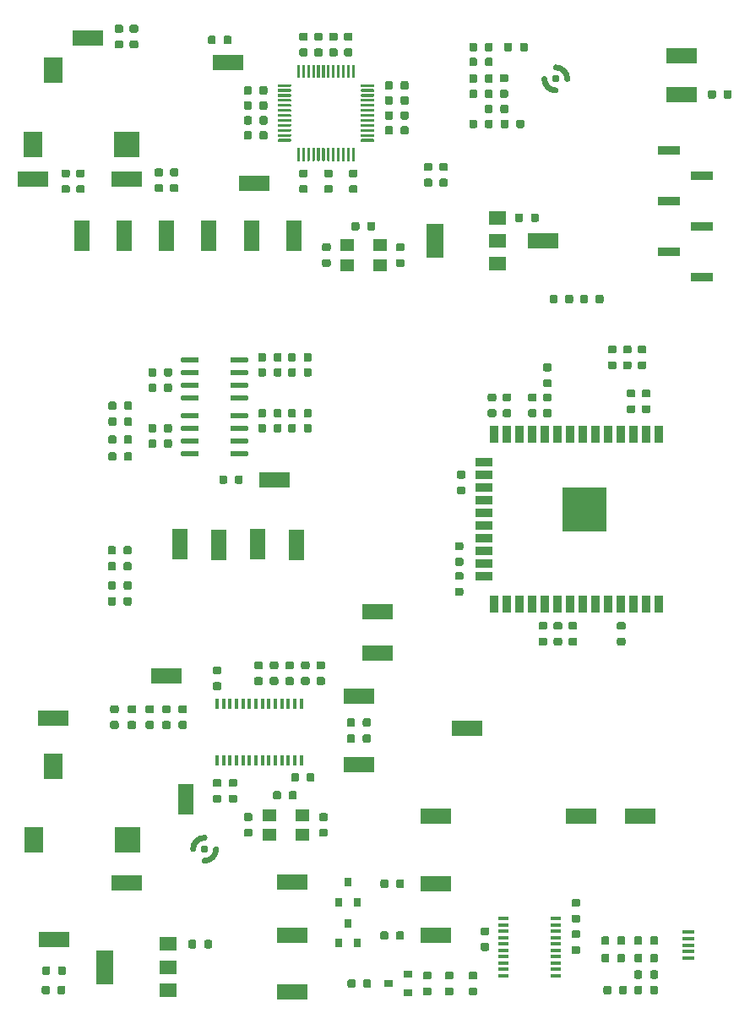
<source format=gtp>
G04 #@! TF.GenerationSoftware,KiCad,Pcbnew,(5.1.5)-2*
G04 #@! TF.CreationDate,2019-12-07T22:19:07+01:00*
G04 #@! TF.ProjectId,VS1053-ESP32-Eval,56533130-3533-42d4-9553-5033322d4576,rev?*
G04 #@! TF.SameCoordinates,PX63b8cf0PY8c94480*
G04 #@! TF.FileFunction,Paste,Top*
G04 #@! TF.FilePolarity,Positive*
%FSLAX46Y46*%
G04 Gerber Fmt 4.6, Leading zero omitted, Abs format (unit mm)*
G04 Created by KiCad (PCBNEW (5.1.5)-2) date 2019-12-07 22:19:07*
%MOMM*%
%LPD*%
G04 APERTURE LIST*
%ADD10C,0.600000*%
%ADD11C,0.100000*%
%ADD12R,3.060000X1.620000*%
%ADD13R,1.620000X3.060000*%
%ADD14R,1.440000X1.170000*%
%ADD15R,0.360000X0.990000*%
%ADD16R,1.080000X0.360000*%
%ADD17R,0.810000X1.800000*%
%ADD18R,1.800000X0.810000*%
%ADD19R,4.500000X4.500000*%
%ADD20R,1.800000X1.350000*%
%ADD21R,1.800000X3.420000*%
%ADD22R,0.720000X0.810000*%
%ADD23R,0.810000X0.720000*%
%ADD24C,0.774000*%
%ADD25R,2.520000X2.520000*%
%ADD26R,1.980000X2.520000*%
%ADD27R,2.259000X0.900000*%
%ADD28R,1.170000X0.405000*%
G04 APERTURE END LIST*
D10*
X55450000Y95250000D02*
G75*
G02X56600000Y94100000I0J-1150000D01*
G01*
X55450000Y92950000D02*
G75*
G02X54300000Y94100000I0J1150000D01*
G01*
X21384000Y16908000D02*
G75*
G02X20234000Y15758000I-1150000J0D01*
G01*
X19084000Y16908000D02*
G75*
G02X20234000Y18058000I1150000J0D01*
G01*
D11*
G36*
X15212672Y59534552D02*
G01*
X15231783Y59531717D01*
X15250525Y59527023D01*
X15268716Y59520514D01*
X15286181Y59512253D01*
X15302753Y59502321D01*
X15318271Y59490811D01*
X15332587Y59477837D01*
X15345561Y59463521D01*
X15357071Y59448003D01*
X15367003Y59431431D01*
X15375264Y59413966D01*
X15381773Y59395775D01*
X15386467Y59377033D01*
X15389302Y59357922D01*
X15390250Y59338625D01*
X15390250Y58877375D01*
X15389302Y58858078D01*
X15386467Y58838967D01*
X15381773Y58820225D01*
X15375264Y58802034D01*
X15367003Y58784569D01*
X15357071Y58767997D01*
X15345561Y58752479D01*
X15332587Y58738163D01*
X15318271Y58725189D01*
X15302753Y58713679D01*
X15286181Y58703747D01*
X15268716Y58695486D01*
X15250525Y58688977D01*
X15231783Y58684283D01*
X15212672Y58681448D01*
X15193375Y58680500D01*
X14799625Y58680500D01*
X14780328Y58681448D01*
X14761217Y58684283D01*
X14742475Y58688977D01*
X14724284Y58695486D01*
X14706819Y58703747D01*
X14690247Y58713679D01*
X14674729Y58725189D01*
X14660413Y58738163D01*
X14647439Y58752479D01*
X14635929Y58767997D01*
X14625997Y58784569D01*
X14617736Y58802034D01*
X14611227Y58820225D01*
X14606533Y58838967D01*
X14603698Y58858078D01*
X14602750Y58877375D01*
X14602750Y59338625D01*
X14603698Y59357922D01*
X14606533Y59377033D01*
X14611227Y59395775D01*
X14617736Y59413966D01*
X14625997Y59431431D01*
X14635929Y59448003D01*
X14647439Y59463521D01*
X14660413Y59477837D01*
X14674729Y59490811D01*
X14690247Y59502321D01*
X14706819Y59512253D01*
X14724284Y59520514D01*
X14742475Y59527023D01*
X14761217Y59531717D01*
X14780328Y59534552D01*
X14799625Y59535500D01*
X15193375Y59535500D01*
X15212672Y59534552D01*
G37*
G36*
X16787672Y59534552D02*
G01*
X16806783Y59531717D01*
X16825525Y59527023D01*
X16843716Y59520514D01*
X16861181Y59512253D01*
X16877753Y59502321D01*
X16893271Y59490811D01*
X16907587Y59477837D01*
X16920561Y59463521D01*
X16932071Y59448003D01*
X16942003Y59431431D01*
X16950264Y59413966D01*
X16956773Y59395775D01*
X16961467Y59377033D01*
X16964302Y59357922D01*
X16965250Y59338625D01*
X16965250Y58877375D01*
X16964302Y58858078D01*
X16961467Y58838967D01*
X16956773Y58820225D01*
X16950264Y58802034D01*
X16942003Y58784569D01*
X16932071Y58767997D01*
X16920561Y58752479D01*
X16907587Y58738163D01*
X16893271Y58725189D01*
X16877753Y58713679D01*
X16861181Y58703747D01*
X16843716Y58695486D01*
X16825525Y58688977D01*
X16806783Y58684283D01*
X16787672Y58681448D01*
X16768375Y58680500D01*
X16374625Y58680500D01*
X16355328Y58681448D01*
X16336217Y58684283D01*
X16317475Y58688977D01*
X16299284Y58695486D01*
X16281819Y58703747D01*
X16265247Y58713679D01*
X16249729Y58725189D01*
X16235413Y58738163D01*
X16222439Y58752479D01*
X16210929Y58767997D01*
X16200997Y58784569D01*
X16192736Y58802034D01*
X16186227Y58820225D01*
X16181533Y58838967D01*
X16178698Y58858078D01*
X16177750Y58877375D01*
X16177750Y59338625D01*
X16178698Y59357922D01*
X16181533Y59377033D01*
X16186227Y59395775D01*
X16192736Y59413966D01*
X16200997Y59431431D01*
X16210929Y59448003D01*
X16222439Y59463521D01*
X16235413Y59477837D01*
X16249729Y59490811D01*
X16265247Y59502321D01*
X16281819Y59512253D01*
X16299284Y59520514D01*
X16317475Y59527023D01*
X16336217Y59531717D01*
X16355328Y59534552D01*
X16374625Y59535500D01*
X16768375Y59535500D01*
X16787672Y59534552D01*
G37*
G36*
X15212672Y65134552D02*
G01*
X15231783Y65131717D01*
X15250525Y65127023D01*
X15268716Y65120514D01*
X15286181Y65112253D01*
X15302753Y65102321D01*
X15318271Y65090811D01*
X15332587Y65077837D01*
X15345561Y65063521D01*
X15357071Y65048003D01*
X15367003Y65031431D01*
X15375264Y65013966D01*
X15381773Y64995775D01*
X15386467Y64977033D01*
X15389302Y64957922D01*
X15390250Y64938625D01*
X15390250Y64477375D01*
X15389302Y64458078D01*
X15386467Y64438967D01*
X15381773Y64420225D01*
X15375264Y64402034D01*
X15367003Y64384569D01*
X15357071Y64367997D01*
X15345561Y64352479D01*
X15332587Y64338163D01*
X15318271Y64325189D01*
X15302753Y64313679D01*
X15286181Y64303747D01*
X15268716Y64295486D01*
X15250525Y64288977D01*
X15231783Y64284283D01*
X15212672Y64281448D01*
X15193375Y64280500D01*
X14799625Y64280500D01*
X14780328Y64281448D01*
X14761217Y64284283D01*
X14742475Y64288977D01*
X14724284Y64295486D01*
X14706819Y64303747D01*
X14690247Y64313679D01*
X14674729Y64325189D01*
X14660413Y64338163D01*
X14647439Y64352479D01*
X14635929Y64367997D01*
X14625997Y64384569D01*
X14617736Y64402034D01*
X14611227Y64420225D01*
X14606533Y64438967D01*
X14603698Y64458078D01*
X14602750Y64477375D01*
X14602750Y64938625D01*
X14603698Y64957922D01*
X14606533Y64977033D01*
X14611227Y64995775D01*
X14617736Y65013966D01*
X14625997Y65031431D01*
X14635929Y65048003D01*
X14647439Y65063521D01*
X14660413Y65077837D01*
X14674729Y65090811D01*
X14690247Y65102321D01*
X14706819Y65112253D01*
X14724284Y65120514D01*
X14742475Y65127023D01*
X14761217Y65131717D01*
X14780328Y65134552D01*
X14799625Y65135500D01*
X15193375Y65135500D01*
X15212672Y65134552D01*
G37*
G36*
X16787672Y65134552D02*
G01*
X16806783Y65131717D01*
X16825525Y65127023D01*
X16843716Y65120514D01*
X16861181Y65112253D01*
X16877753Y65102321D01*
X16893271Y65090811D01*
X16907587Y65077837D01*
X16920561Y65063521D01*
X16932071Y65048003D01*
X16942003Y65031431D01*
X16950264Y65013966D01*
X16956773Y64995775D01*
X16961467Y64977033D01*
X16964302Y64957922D01*
X16965250Y64938625D01*
X16965250Y64477375D01*
X16964302Y64458078D01*
X16961467Y64438967D01*
X16956773Y64420225D01*
X16950264Y64402034D01*
X16942003Y64384569D01*
X16932071Y64367997D01*
X16920561Y64352479D01*
X16907587Y64338163D01*
X16893271Y64325189D01*
X16877753Y64313679D01*
X16861181Y64303747D01*
X16843716Y64295486D01*
X16825525Y64288977D01*
X16806783Y64284283D01*
X16787672Y64281448D01*
X16768375Y64280500D01*
X16374625Y64280500D01*
X16355328Y64281448D01*
X16336217Y64284283D01*
X16317475Y64288977D01*
X16299284Y64295486D01*
X16281819Y64303747D01*
X16265247Y64313679D01*
X16249729Y64325189D01*
X16235413Y64338163D01*
X16222439Y64352479D01*
X16210929Y64367997D01*
X16200997Y64384569D01*
X16192736Y64402034D01*
X16186227Y64420225D01*
X16181533Y64438967D01*
X16178698Y64458078D01*
X16177750Y64477375D01*
X16177750Y64938625D01*
X16178698Y64957922D01*
X16181533Y64977033D01*
X16186227Y64995775D01*
X16192736Y65013966D01*
X16200997Y65031431D01*
X16210929Y65048003D01*
X16222439Y65063521D01*
X16235413Y65077837D01*
X16249729Y65090811D01*
X16265247Y65102321D01*
X16281819Y65112253D01*
X16299284Y65120514D01*
X16317475Y65127023D01*
X16336217Y65131717D01*
X16355328Y65134552D01*
X16374625Y65135500D01*
X16768375Y65135500D01*
X16787672Y65134552D01*
G37*
G36*
X15212672Y57984552D02*
G01*
X15231783Y57981717D01*
X15250525Y57977023D01*
X15268716Y57970514D01*
X15286181Y57962253D01*
X15302753Y57952321D01*
X15318271Y57940811D01*
X15332587Y57927837D01*
X15345561Y57913521D01*
X15357071Y57898003D01*
X15367003Y57881431D01*
X15375264Y57863966D01*
X15381773Y57845775D01*
X15386467Y57827033D01*
X15389302Y57807922D01*
X15390250Y57788625D01*
X15390250Y57327375D01*
X15389302Y57308078D01*
X15386467Y57288967D01*
X15381773Y57270225D01*
X15375264Y57252034D01*
X15367003Y57234569D01*
X15357071Y57217997D01*
X15345561Y57202479D01*
X15332587Y57188163D01*
X15318271Y57175189D01*
X15302753Y57163679D01*
X15286181Y57153747D01*
X15268716Y57145486D01*
X15250525Y57138977D01*
X15231783Y57134283D01*
X15212672Y57131448D01*
X15193375Y57130500D01*
X14799625Y57130500D01*
X14780328Y57131448D01*
X14761217Y57134283D01*
X14742475Y57138977D01*
X14724284Y57145486D01*
X14706819Y57153747D01*
X14690247Y57163679D01*
X14674729Y57175189D01*
X14660413Y57188163D01*
X14647439Y57202479D01*
X14635929Y57217997D01*
X14625997Y57234569D01*
X14617736Y57252034D01*
X14611227Y57270225D01*
X14606533Y57288967D01*
X14603698Y57308078D01*
X14602750Y57327375D01*
X14602750Y57788625D01*
X14603698Y57807922D01*
X14606533Y57827033D01*
X14611227Y57845775D01*
X14617736Y57863966D01*
X14625997Y57881431D01*
X14635929Y57898003D01*
X14647439Y57913521D01*
X14660413Y57927837D01*
X14674729Y57940811D01*
X14690247Y57952321D01*
X14706819Y57962253D01*
X14724284Y57970514D01*
X14742475Y57977023D01*
X14761217Y57981717D01*
X14780328Y57984552D01*
X14799625Y57985500D01*
X15193375Y57985500D01*
X15212672Y57984552D01*
G37*
G36*
X16787672Y57984552D02*
G01*
X16806783Y57981717D01*
X16825525Y57977023D01*
X16843716Y57970514D01*
X16861181Y57962253D01*
X16877753Y57952321D01*
X16893271Y57940811D01*
X16907587Y57927837D01*
X16920561Y57913521D01*
X16932071Y57898003D01*
X16942003Y57881431D01*
X16950264Y57863966D01*
X16956773Y57845775D01*
X16961467Y57827033D01*
X16964302Y57807922D01*
X16965250Y57788625D01*
X16965250Y57327375D01*
X16964302Y57308078D01*
X16961467Y57288967D01*
X16956773Y57270225D01*
X16950264Y57252034D01*
X16942003Y57234569D01*
X16932071Y57217997D01*
X16920561Y57202479D01*
X16907587Y57188163D01*
X16893271Y57175189D01*
X16877753Y57163679D01*
X16861181Y57153747D01*
X16843716Y57145486D01*
X16825525Y57138977D01*
X16806783Y57134283D01*
X16787672Y57131448D01*
X16768375Y57130500D01*
X16374625Y57130500D01*
X16355328Y57131448D01*
X16336217Y57134283D01*
X16317475Y57138977D01*
X16299284Y57145486D01*
X16281819Y57153747D01*
X16265247Y57163679D01*
X16249729Y57175189D01*
X16235413Y57188163D01*
X16222439Y57202479D01*
X16210929Y57217997D01*
X16200997Y57234569D01*
X16192736Y57252034D01*
X16186227Y57270225D01*
X16181533Y57288967D01*
X16178698Y57308078D01*
X16177750Y57327375D01*
X16177750Y57788625D01*
X16178698Y57807922D01*
X16181533Y57827033D01*
X16186227Y57845775D01*
X16192736Y57863966D01*
X16200997Y57881431D01*
X16210929Y57898003D01*
X16222439Y57913521D01*
X16235413Y57927837D01*
X16249729Y57940811D01*
X16265247Y57952321D01*
X16281819Y57962253D01*
X16299284Y57970514D01*
X16317475Y57977023D01*
X16336217Y57981717D01*
X16355328Y57984552D01*
X16374625Y57985500D01*
X16768375Y57985500D01*
X16787672Y57984552D01*
G37*
G36*
X15212672Y63584552D02*
G01*
X15231783Y63581717D01*
X15250525Y63577023D01*
X15268716Y63570514D01*
X15286181Y63562253D01*
X15302753Y63552321D01*
X15318271Y63540811D01*
X15332587Y63527837D01*
X15345561Y63513521D01*
X15357071Y63498003D01*
X15367003Y63481431D01*
X15375264Y63463966D01*
X15381773Y63445775D01*
X15386467Y63427033D01*
X15389302Y63407922D01*
X15390250Y63388625D01*
X15390250Y62927375D01*
X15389302Y62908078D01*
X15386467Y62888967D01*
X15381773Y62870225D01*
X15375264Y62852034D01*
X15367003Y62834569D01*
X15357071Y62817997D01*
X15345561Y62802479D01*
X15332587Y62788163D01*
X15318271Y62775189D01*
X15302753Y62763679D01*
X15286181Y62753747D01*
X15268716Y62745486D01*
X15250525Y62738977D01*
X15231783Y62734283D01*
X15212672Y62731448D01*
X15193375Y62730500D01*
X14799625Y62730500D01*
X14780328Y62731448D01*
X14761217Y62734283D01*
X14742475Y62738977D01*
X14724284Y62745486D01*
X14706819Y62753747D01*
X14690247Y62763679D01*
X14674729Y62775189D01*
X14660413Y62788163D01*
X14647439Y62802479D01*
X14635929Y62817997D01*
X14625997Y62834569D01*
X14617736Y62852034D01*
X14611227Y62870225D01*
X14606533Y62888967D01*
X14603698Y62908078D01*
X14602750Y62927375D01*
X14602750Y63388625D01*
X14603698Y63407922D01*
X14606533Y63427033D01*
X14611227Y63445775D01*
X14617736Y63463966D01*
X14625997Y63481431D01*
X14635929Y63498003D01*
X14647439Y63513521D01*
X14660413Y63527837D01*
X14674729Y63540811D01*
X14690247Y63552321D01*
X14706819Y63562253D01*
X14724284Y63570514D01*
X14742475Y63577023D01*
X14761217Y63581717D01*
X14780328Y63584552D01*
X14799625Y63585500D01*
X15193375Y63585500D01*
X15212672Y63584552D01*
G37*
G36*
X16787672Y63584552D02*
G01*
X16806783Y63581717D01*
X16825525Y63577023D01*
X16843716Y63570514D01*
X16861181Y63562253D01*
X16877753Y63552321D01*
X16893271Y63540811D01*
X16907587Y63527837D01*
X16920561Y63513521D01*
X16932071Y63498003D01*
X16942003Y63481431D01*
X16950264Y63463966D01*
X16956773Y63445775D01*
X16961467Y63427033D01*
X16964302Y63407922D01*
X16965250Y63388625D01*
X16965250Y62927375D01*
X16964302Y62908078D01*
X16961467Y62888967D01*
X16956773Y62870225D01*
X16950264Y62852034D01*
X16942003Y62834569D01*
X16932071Y62817997D01*
X16920561Y62802479D01*
X16907587Y62788163D01*
X16893271Y62775189D01*
X16877753Y62763679D01*
X16861181Y62753747D01*
X16843716Y62745486D01*
X16825525Y62738977D01*
X16806783Y62734283D01*
X16787672Y62731448D01*
X16768375Y62730500D01*
X16374625Y62730500D01*
X16355328Y62731448D01*
X16336217Y62734283D01*
X16317475Y62738977D01*
X16299284Y62745486D01*
X16281819Y62753747D01*
X16265247Y62763679D01*
X16249729Y62775189D01*
X16235413Y62788163D01*
X16222439Y62802479D01*
X16210929Y62817997D01*
X16200997Y62834569D01*
X16192736Y62852034D01*
X16186227Y62870225D01*
X16181533Y62888967D01*
X16178698Y62908078D01*
X16177750Y62927375D01*
X16177750Y63388625D01*
X16178698Y63407922D01*
X16181533Y63427033D01*
X16186227Y63445775D01*
X16192736Y63463966D01*
X16200997Y63481431D01*
X16210929Y63498003D01*
X16222439Y63513521D01*
X16235413Y63527837D01*
X16249729Y63540811D01*
X16265247Y63552321D01*
X16281819Y63562253D01*
X16299284Y63570514D01*
X16317475Y63577023D01*
X16336217Y63581717D01*
X16355328Y63584552D01*
X16374625Y63585500D01*
X16768375Y63585500D01*
X16787672Y63584552D01*
G37*
D12*
X5084000Y30058000D03*
X12434000Y13558000D03*
D13*
X18334000Y21958000D03*
D11*
G36*
X57699922Y8780302D02*
G01*
X57719033Y8777467D01*
X57737775Y8772773D01*
X57755966Y8766264D01*
X57773431Y8758003D01*
X57790003Y8748071D01*
X57805521Y8736561D01*
X57819837Y8723587D01*
X57832811Y8709271D01*
X57844321Y8693753D01*
X57854253Y8677181D01*
X57862514Y8659716D01*
X57869023Y8641525D01*
X57873717Y8622783D01*
X57876552Y8603672D01*
X57877500Y8584375D01*
X57877500Y8190625D01*
X57876552Y8171328D01*
X57873717Y8152217D01*
X57869023Y8133475D01*
X57862514Y8115284D01*
X57854253Y8097819D01*
X57844321Y8081247D01*
X57832811Y8065729D01*
X57819837Y8051413D01*
X57805521Y8038439D01*
X57790003Y8026929D01*
X57773431Y8016997D01*
X57755966Y8008736D01*
X57737775Y8002227D01*
X57719033Y7997533D01*
X57699922Y7994698D01*
X57680625Y7993750D01*
X57219375Y7993750D01*
X57200078Y7994698D01*
X57180967Y7997533D01*
X57162225Y8002227D01*
X57144034Y8008736D01*
X57126569Y8016997D01*
X57109997Y8026929D01*
X57094479Y8038439D01*
X57080163Y8051413D01*
X57067189Y8065729D01*
X57055679Y8081247D01*
X57045747Y8097819D01*
X57037486Y8115284D01*
X57030977Y8133475D01*
X57026283Y8152217D01*
X57023448Y8171328D01*
X57022500Y8190625D01*
X57022500Y8584375D01*
X57023448Y8603672D01*
X57026283Y8622783D01*
X57030977Y8641525D01*
X57037486Y8659716D01*
X57045747Y8677181D01*
X57055679Y8693753D01*
X57067189Y8709271D01*
X57080163Y8723587D01*
X57094479Y8736561D01*
X57109997Y8748071D01*
X57126569Y8758003D01*
X57144034Y8766264D01*
X57162225Y8772773D01*
X57180967Y8777467D01*
X57200078Y8780302D01*
X57219375Y8781250D01*
X57680625Y8781250D01*
X57699922Y8780302D01*
G37*
G36*
X57699922Y7205302D02*
G01*
X57719033Y7202467D01*
X57737775Y7197773D01*
X57755966Y7191264D01*
X57773431Y7183003D01*
X57790003Y7173071D01*
X57805521Y7161561D01*
X57819837Y7148587D01*
X57832811Y7134271D01*
X57844321Y7118753D01*
X57854253Y7102181D01*
X57862514Y7084716D01*
X57869023Y7066525D01*
X57873717Y7047783D01*
X57876552Y7028672D01*
X57877500Y7009375D01*
X57877500Y6615625D01*
X57876552Y6596328D01*
X57873717Y6577217D01*
X57869023Y6558475D01*
X57862514Y6540284D01*
X57854253Y6522819D01*
X57844321Y6506247D01*
X57832811Y6490729D01*
X57819837Y6476413D01*
X57805521Y6463439D01*
X57790003Y6451929D01*
X57773431Y6441997D01*
X57755966Y6433736D01*
X57737775Y6427227D01*
X57719033Y6422533D01*
X57699922Y6419698D01*
X57680625Y6418750D01*
X57219375Y6418750D01*
X57200078Y6419698D01*
X57180967Y6422533D01*
X57162225Y6427227D01*
X57144034Y6433736D01*
X57126569Y6441997D01*
X57109997Y6451929D01*
X57094479Y6463439D01*
X57080163Y6476413D01*
X57067189Y6490729D01*
X57055679Y6506247D01*
X57045747Y6522819D01*
X57037486Y6540284D01*
X57030977Y6558475D01*
X57026283Y6577217D01*
X57023448Y6596328D01*
X57022500Y6615625D01*
X57022500Y7009375D01*
X57023448Y7028672D01*
X57026283Y7047783D01*
X57030977Y7066525D01*
X57037486Y7084716D01*
X57045747Y7102181D01*
X57055679Y7118753D01*
X57067189Y7134271D01*
X57080163Y7148587D01*
X57094479Y7161561D01*
X57109997Y7173071D01*
X57126569Y7183003D01*
X57144034Y7191264D01*
X57162225Y7197773D01*
X57180967Y7202467D01*
X57200078Y7205302D01*
X57219375Y7206250D01*
X57680625Y7206250D01*
X57699922Y7205302D01*
G37*
D14*
X37800000Y75450000D03*
X34500000Y75450000D03*
X34500000Y77450000D03*
X37800000Y77450000D03*
X26700000Y20350000D03*
X30000000Y20350000D03*
X30000000Y18350000D03*
X26700000Y18350000D03*
D11*
G36*
X19514732Y56822350D02*
G01*
X19527837Y56820406D01*
X19540688Y56817187D01*
X19553162Y56812724D01*
X19565139Y56807059D01*
X19576502Y56800248D01*
X19587143Y56792356D01*
X19596959Y56783459D01*
X19605856Y56773643D01*
X19613748Y56763002D01*
X19620559Y56751639D01*
X19626224Y56739662D01*
X19630687Y56727188D01*
X19633906Y56714337D01*
X19635850Y56701232D01*
X19636500Y56688000D01*
X19636500Y56418000D01*
X19635850Y56404768D01*
X19633906Y56391663D01*
X19630687Y56378812D01*
X19626224Y56366338D01*
X19620559Y56354361D01*
X19613748Y56342998D01*
X19605856Y56332357D01*
X19596959Y56322541D01*
X19587143Y56313644D01*
X19576502Y56305752D01*
X19565139Y56298941D01*
X19553162Y56293276D01*
X19540688Y56288813D01*
X19527837Y56285594D01*
X19514732Y56283650D01*
X19501500Y56283000D01*
X18016500Y56283000D01*
X18003268Y56283650D01*
X17990163Y56285594D01*
X17977312Y56288813D01*
X17964838Y56293276D01*
X17952861Y56298941D01*
X17941498Y56305752D01*
X17930857Y56313644D01*
X17921041Y56322541D01*
X17912144Y56332357D01*
X17904252Y56342998D01*
X17897441Y56354361D01*
X17891776Y56366338D01*
X17887313Y56378812D01*
X17884094Y56391663D01*
X17882150Y56404768D01*
X17881500Y56418000D01*
X17881500Y56688000D01*
X17882150Y56701232D01*
X17884094Y56714337D01*
X17887313Y56727188D01*
X17891776Y56739662D01*
X17897441Y56751639D01*
X17904252Y56763002D01*
X17912144Y56773643D01*
X17921041Y56783459D01*
X17930857Y56792356D01*
X17941498Y56800248D01*
X17952861Y56807059D01*
X17964838Y56812724D01*
X17977312Y56817187D01*
X17990163Y56820406D01*
X18003268Y56822350D01*
X18016500Y56823000D01*
X19501500Y56823000D01*
X19514732Y56822350D01*
G37*
G36*
X19514732Y58092350D02*
G01*
X19527837Y58090406D01*
X19540688Y58087187D01*
X19553162Y58082724D01*
X19565139Y58077059D01*
X19576502Y58070248D01*
X19587143Y58062356D01*
X19596959Y58053459D01*
X19605856Y58043643D01*
X19613748Y58033002D01*
X19620559Y58021639D01*
X19626224Y58009662D01*
X19630687Y57997188D01*
X19633906Y57984337D01*
X19635850Y57971232D01*
X19636500Y57958000D01*
X19636500Y57688000D01*
X19635850Y57674768D01*
X19633906Y57661663D01*
X19630687Y57648812D01*
X19626224Y57636338D01*
X19620559Y57624361D01*
X19613748Y57612998D01*
X19605856Y57602357D01*
X19596959Y57592541D01*
X19587143Y57583644D01*
X19576502Y57575752D01*
X19565139Y57568941D01*
X19553162Y57563276D01*
X19540688Y57558813D01*
X19527837Y57555594D01*
X19514732Y57553650D01*
X19501500Y57553000D01*
X18016500Y57553000D01*
X18003268Y57553650D01*
X17990163Y57555594D01*
X17977312Y57558813D01*
X17964838Y57563276D01*
X17952861Y57568941D01*
X17941498Y57575752D01*
X17930857Y57583644D01*
X17921041Y57592541D01*
X17912144Y57602357D01*
X17904252Y57612998D01*
X17897441Y57624361D01*
X17891776Y57636338D01*
X17887313Y57648812D01*
X17884094Y57661663D01*
X17882150Y57674768D01*
X17881500Y57688000D01*
X17881500Y57958000D01*
X17882150Y57971232D01*
X17884094Y57984337D01*
X17887313Y57997188D01*
X17891776Y58009662D01*
X17897441Y58021639D01*
X17904252Y58033002D01*
X17912144Y58043643D01*
X17921041Y58053459D01*
X17930857Y58062356D01*
X17941498Y58070248D01*
X17952861Y58077059D01*
X17964838Y58082724D01*
X17977312Y58087187D01*
X17990163Y58090406D01*
X18003268Y58092350D01*
X18016500Y58093000D01*
X19501500Y58093000D01*
X19514732Y58092350D01*
G37*
G36*
X19514732Y59362350D02*
G01*
X19527837Y59360406D01*
X19540688Y59357187D01*
X19553162Y59352724D01*
X19565139Y59347059D01*
X19576502Y59340248D01*
X19587143Y59332356D01*
X19596959Y59323459D01*
X19605856Y59313643D01*
X19613748Y59303002D01*
X19620559Y59291639D01*
X19626224Y59279662D01*
X19630687Y59267188D01*
X19633906Y59254337D01*
X19635850Y59241232D01*
X19636500Y59228000D01*
X19636500Y58958000D01*
X19635850Y58944768D01*
X19633906Y58931663D01*
X19630687Y58918812D01*
X19626224Y58906338D01*
X19620559Y58894361D01*
X19613748Y58882998D01*
X19605856Y58872357D01*
X19596959Y58862541D01*
X19587143Y58853644D01*
X19576502Y58845752D01*
X19565139Y58838941D01*
X19553162Y58833276D01*
X19540688Y58828813D01*
X19527837Y58825594D01*
X19514732Y58823650D01*
X19501500Y58823000D01*
X18016500Y58823000D01*
X18003268Y58823650D01*
X17990163Y58825594D01*
X17977312Y58828813D01*
X17964838Y58833276D01*
X17952861Y58838941D01*
X17941498Y58845752D01*
X17930857Y58853644D01*
X17921041Y58862541D01*
X17912144Y58872357D01*
X17904252Y58882998D01*
X17897441Y58894361D01*
X17891776Y58906338D01*
X17887313Y58918812D01*
X17884094Y58931663D01*
X17882150Y58944768D01*
X17881500Y58958000D01*
X17881500Y59228000D01*
X17882150Y59241232D01*
X17884094Y59254337D01*
X17887313Y59267188D01*
X17891776Y59279662D01*
X17897441Y59291639D01*
X17904252Y59303002D01*
X17912144Y59313643D01*
X17921041Y59323459D01*
X17930857Y59332356D01*
X17941498Y59340248D01*
X17952861Y59347059D01*
X17964838Y59352724D01*
X17977312Y59357187D01*
X17990163Y59360406D01*
X18003268Y59362350D01*
X18016500Y59363000D01*
X19501500Y59363000D01*
X19514732Y59362350D01*
G37*
G36*
X19514732Y60632350D02*
G01*
X19527837Y60630406D01*
X19540688Y60627187D01*
X19553162Y60622724D01*
X19565139Y60617059D01*
X19576502Y60610248D01*
X19587143Y60602356D01*
X19596959Y60593459D01*
X19605856Y60583643D01*
X19613748Y60573002D01*
X19620559Y60561639D01*
X19626224Y60549662D01*
X19630687Y60537188D01*
X19633906Y60524337D01*
X19635850Y60511232D01*
X19636500Y60498000D01*
X19636500Y60228000D01*
X19635850Y60214768D01*
X19633906Y60201663D01*
X19630687Y60188812D01*
X19626224Y60176338D01*
X19620559Y60164361D01*
X19613748Y60152998D01*
X19605856Y60142357D01*
X19596959Y60132541D01*
X19587143Y60123644D01*
X19576502Y60115752D01*
X19565139Y60108941D01*
X19553162Y60103276D01*
X19540688Y60098813D01*
X19527837Y60095594D01*
X19514732Y60093650D01*
X19501500Y60093000D01*
X18016500Y60093000D01*
X18003268Y60093650D01*
X17990163Y60095594D01*
X17977312Y60098813D01*
X17964838Y60103276D01*
X17952861Y60108941D01*
X17941498Y60115752D01*
X17930857Y60123644D01*
X17921041Y60132541D01*
X17912144Y60142357D01*
X17904252Y60152998D01*
X17897441Y60164361D01*
X17891776Y60176338D01*
X17887313Y60188812D01*
X17884094Y60201663D01*
X17882150Y60214768D01*
X17881500Y60228000D01*
X17881500Y60498000D01*
X17882150Y60511232D01*
X17884094Y60524337D01*
X17887313Y60537188D01*
X17891776Y60549662D01*
X17897441Y60561639D01*
X17904252Y60573002D01*
X17912144Y60583643D01*
X17921041Y60593459D01*
X17930857Y60602356D01*
X17941498Y60610248D01*
X17952861Y60617059D01*
X17964838Y60622724D01*
X17977312Y60627187D01*
X17990163Y60630406D01*
X18003268Y60632350D01*
X18016500Y60633000D01*
X19501500Y60633000D01*
X19514732Y60632350D01*
G37*
G36*
X24464732Y60632350D02*
G01*
X24477837Y60630406D01*
X24490688Y60627187D01*
X24503162Y60622724D01*
X24515139Y60617059D01*
X24526502Y60610248D01*
X24537143Y60602356D01*
X24546959Y60593459D01*
X24555856Y60583643D01*
X24563748Y60573002D01*
X24570559Y60561639D01*
X24576224Y60549662D01*
X24580687Y60537188D01*
X24583906Y60524337D01*
X24585850Y60511232D01*
X24586500Y60498000D01*
X24586500Y60228000D01*
X24585850Y60214768D01*
X24583906Y60201663D01*
X24580687Y60188812D01*
X24576224Y60176338D01*
X24570559Y60164361D01*
X24563748Y60152998D01*
X24555856Y60142357D01*
X24546959Y60132541D01*
X24537143Y60123644D01*
X24526502Y60115752D01*
X24515139Y60108941D01*
X24503162Y60103276D01*
X24490688Y60098813D01*
X24477837Y60095594D01*
X24464732Y60093650D01*
X24451500Y60093000D01*
X22966500Y60093000D01*
X22953268Y60093650D01*
X22940163Y60095594D01*
X22927312Y60098813D01*
X22914838Y60103276D01*
X22902861Y60108941D01*
X22891498Y60115752D01*
X22880857Y60123644D01*
X22871041Y60132541D01*
X22862144Y60142357D01*
X22854252Y60152998D01*
X22847441Y60164361D01*
X22841776Y60176338D01*
X22837313Y60188812D01*
X22834094Y60201663D01*
X22832150Y60214768D01*
X22831500Y60228000D01*
X22831500Y60498000D01*
X22832150Y60511232D01*
X22834094Y60524337D01*
X22837313Y60537188D01*
X22841776Y60549662D01*
X22847441Y60561639D01*
X22854252Y60573002D01*
X22862144Y60583643D01*
X22871041Y60593459D01*
X22880857Y60602356D01*
X22891498Y60610248D01*
X22902861Y60617059D01*
X22914838Y60622724D01*
X22927312Y60627187D01*
X22940163Y60630406D01*
X22953268Y60632350D01*
X22966500Y60633000D01*
X24451500Y60633000D01*
X24464732Y60632350D01*
G37*
G36*
X24464732Y59362350D02*
G01*
X24477837Y59360406D01*
X24490688Y59357187D01*
X24503162Y59352724D01*
X24515139Y59347059D01*
X24526502Y59340248D01*
X24537143Y59332356D01*
X24546959Y59323459D01*
X24555856Y59313643D01*
X24563748Y59303002D01*
X24570559Y59291639D01*
X24576224Y59279662D01*
X24580687Y59267188D01*
X24583906Y59254337D01*
X24585850Y59241232D01*
X24586500Y59228000D01*
X24586500Y58958000D01*
X24585850Y58944768D01*
X24583906Y58931663D01*
X24580687Y58918812D01*
X24576224Y58906338D01*
X24570559Y58894361D01*
X24563748Y58882998D01*
X24555856Y58872357D01*
X24546959Y58862541D01*
X24537143Y58853644D01*
X24526502Y58845752D01*
X24515139Y58838941D01*
X24503162Y58833276D01*
X24490688Y58828813D01*
X24477837Y58825594D01*
X24464732Y58823650D01*
X24451500Y58823000D01*
X22966500Y58823000D01*
X22953268Y58823650D01*
X22940163Y58825594D01*
X22927312Y58828813D01*
X22914838Y58833276D01*
X22902861Y58838941D01*
X22891498Y58845752D01*
X22880857Y58853644D01*
X22871041Y58862541D01*
X22862144Y58872357D01*
X22854252Y58882998D01*
X22847441Y58894361D01*
X22841776Y58906338D01*
X22837313Y58918812D01*
X22834094Y58931663D01*
X22832150Y58944768D01*
X22831500Y58958000D01*
X22831500Y59228000D01*
X22832150Y59241232D01*
X22834094Y59254337D01*
X22837313Y59267188D01*
X22841776Y59279662D01*
X22847441Y59291639D01*
X22854252Y59303002D01*
X22862144Y59313643D01*
X22871041Y59323459D01*
X22880857Y59332356D01*
X22891498Y59340248D01*
X22902861Y59347059D01*
X22914838Y59352724D01*
X22927312Y59357187D01*
X22940163Y59360406D01*
X22953268Y59362350D01*
X22966500Y59363000D01*
X24451500Y59363000D01*
X24464732Y59362350D01*
G37*
G36*
X24464732Y58092350D02*
G01*
X24477837Y58090406D01*
X24490688Y58087187D01*
X24503162Y58082724D01*
X24515139Y58077059D01*
X24526502Y58070248D01*
X24537143Y58062356D01*
X24546959Y58053459D01*
X24555856Y58043643D01*
X24563748Y58033002D01*
X24570559Y58021639D01*
X24576224Y58009662D01*
X24580687Y57997188D01*
X24583906Y57984337D01*
X24585850Y57971232D01*
X24586500Y57958000D01*
X24586500Y57688000D01*
X24585850Y57674768D01*
X24583906Y57661663D01*
X24580687Y57648812D01*
X24576224Y57636338D01*
X24570559Y57624361D01*
X24563748Y57612998D01*
X24555856Y57602357D01*
X24546959Y57592541D01*
X24537143Y57583644D01*
X24526502Y57575752D01*
X24515139Y57568941D01*
X24503162Y57563276D01*
X24490688Y57558813D01*
X24477837Y57555594D01*
X24464732Y57553650D01*
X24451500Y57553000D01*
X22966500Y57553000D01*
X22953268Y57553650D01*
X22940163Y57555594D01*
X22927312Y57558813D01*
X22914838Y57563276D01*
X22902861Y57568941D01*
X22891498Y57575752D01*
X22880857Y57583644D01*
X22871041Y57592541D01*
X22862144Y57602357D01*
X22854252Y57612998D01*
X22847441Y57624361D01*
X22841776Y57636338D01*
X22837313Y57648812D01*
X22834094Y57661663D01*
X22832150Y57674768D01*
X22831500Y57688000D01*
X22831500Y57958000D01*
X22832150Y57971232D01*
X22834094Y57984337D01*
X22837313Y57997188D01*
X22841776Y58009662D01*
X22847441Y58021639D01*
X22854252Y58033002D01*
X22862144Y58043643D01*
X22871041Y58053459D01*
X22880857Y58062356D01*
X22891498Y58070248D01*
X22902861Y58077059D01*
X22914838Y58082724D01*
X22927312Y58087187D01*
X22940163Y58090406D01*
X22953268Y58092350D01*
X22966500Y58093000D01*
X24451500Y58093000D01*
X24464732Y58092350D01*
G37*
G36*
X24464732Y56822350D02*
G01*
X24477837Y56820406D01*
X24490688Y56817187D01*
X24503162Y56812724D01*
X24515139Y56807059D01*
X24526502Y56800248D01*
X24537143Y56792356D01*
X24546959Y56783459D01*
X24555856Y56773643D01*
X24563748Y56763002D01*
X24570559Y56751639D01*
X24576224Y56739662D01*
X24580687Y56727188D01*
X24583906Y56714337D01*
X24585850Y56701232D01*
X24586500Y56688000D01*
X24586500Y56418000D01*
X24585850Y56404768D01*
X24583906Y56391663D01*
X24580687Y56378812D01*
X24576224Y56366338D01*
X24570559Y56354361D01*
X24563748Y56342998D01*
X24555856Y56332357D01*
X24546959Y56322541D01*
X24537143Y56313644D01*
X24526502Y56305752D01*
X24515139Y56298941D01*
X24503162Y56293276D01*
X24490688Y56288813D01*
X24477837Y56285594D01*
X24464732Y56283650D01*
X24451500Y56283000D01*
X22966500Y56283000D01*
X22953268Y56283650D01*
X22940163Y56285594D01*
X22927312Y56288813D01*
X22914838Y56293276D01*
X22902861Y56298941D01*
X22891498Y56305752D01*
X22880857Y56313644D01*
X22871041Y56322541D01*
X22862144Y56332357D01*
X22854252Y56342998D01*
X22847441Y56354361D01*
X22841776Y56366338D01*
X22837313Y56378812D01*
X22834094Y56391663D01*
X22832150Y56404768D01*
X22831500Y56418000D01*
X22831500Y56688000D01*
X22832150Y56701232D01*
X22834094Y56714337D01*
X22837313Y56727188D01*
X22841776Y56739662D01*
X22847441Y56751639D01*
X22854252Y56763002D01*
X22862144Y56773643D01*
X22871041Y56783459D01*
X22880857Y56792356D01*
X22891498Y56800248D01*
X22902861Y56807059D01*
X22914838Y56812724D01*
X22927312Y56817187D01*
X22940163Y56820406D01*
X22953268Y56822350D01*
X22966500Y56823000D01*
X24451500Y56823000D01*
X24464732Y56822350D01*
G37*
G36*
X19514732Y62422350D02*
G01*
X19527837Y62420406D01*
X19540688Y62417187D01*
X19553162Y62412724D01*
X19565139Y62407059D01*
X19576502Y62400248D01*
X19587143Y62392356D01*
X19596959Y62383459D01*
X19605856Y62373643D01*
X19613748Y62363002D01*
X19620559Y62351639D01*
X19626224Y62339662D01*
X19630687Y62327188D01*
X19633906Y62314337D01*
X19635850Y62301232D01*
X19636500Y62288000D01*
X19636500Y62018000D01*
X19635850Y62004768D01*
X19633906Y61991663D01*
X19630687Y61978812D01*
X19626224Y61966338D01*
X19620559Y61954361D01*
X19613748Y61942998D01*
X19605856Y61932357D01*
X19596959Y61922541D01*
X19587143Y61913644D01*
X19576502Y61905752D01*
X19565139Y61898941D01*
X19553162Y61893276D01*
X19540688Y61888813D01*
X19527837Y61885594D01*
X19514732Y61883650D01*
X19501500Y61883000D01*
X18016500Y61883000D01*
X18003268Y61883650D01*
X17990163Y61885594D01*
X17977312Y61888813D01*
X17964838Y61893276D01*
X17952861Y61898941D01*
X17941498Y61905752D01*
X17930857Y61913644D01*
X17921041Y61922541D01*
X17912144Y61932357D01*
X17904252Y61942998D01*
X17897441Y61954361D01*
X17891776Y61966338D01*
X17887313Y61978812D01*
X17884094Y61991663D01*
X17882150Y62004768D01*
X17881500Y62018000D01*
X17881500Y62288000D01*
X17882150Y62301232D01*
X17884094Y62314337D01*
X17887313Y62327188D01*
X17891776Y62339662D01*
X17897441Y62351639D01*
X17904252Y62363002D01*
X17912144Y62373643D01*
X17921041Y62383459D01*
X17930857Y62392356D01*
X17941498Y62400248D01*
X17952861Y62407059D01*
X17964838Y62412724D01*
X17977312Y62417187D01*
X17990163Y62420406D01*
X18003268Y62422350D01*
X18016500Y62423000D01*
X19501500Y62423000D01*
X19514732Y62422350D01*
G37*
G36*
X19514732Y63692350D02*
G01*
X19527837Y63690406D01*
X19540688Y63687187D01*
X19553162Y63682724D01*
X19565139Y63677059D01*
X19576502Y63670248D01*
X19587143Y63662356D01*
X19596959Y63653459D01*
X19605856Y63643643D01*
X19613748Y63633002D01*
X19620559Y63621639D01*
X19626224Y63609662D01*
X19630687Y63597188D01*
X19633906Y63584337D01*
X19635850Y63571232D01*
X19636500Y63558000D01*
X19636500Y63288000D01*
X19635850Y63274768D01*
X19633906Y63261663D01*
X19630687Y63248812D01*
X19626224Y63236338D01*
X19620559Y63224361D01*
X19613748Y63212998D01*
X19605856Y63202357D01*
X19596959Y63192541D01*
X19587143Y63183644D01*
X19576502Y63175752D01*
X19565139Y63168941D01*
X19553162Y63163276D01*
X19540688Y63158813D01*
X19527837Y63155594D01*
X19514732Y63153650D01*
X19501500Y63153000D01*
X18016500Y63153000D01*
X18003268Y63153650D01*
X17990163Y63155594D01*
X17977312Y63158813D01*
X17964838Y63163276D01*
X17952861Y63168941D01*
X17941498Y63175752D01*
X17930857Y63183644D01*
X17921041Y63192541D01*
X17912144Y63202357D01*
X17904252Y63212998D01*
X17897441Y63224361D01*
X17891776Y63236338D01*
X17887313Y63248812D01*
X17884094Y63261663D01*
X17882150Y63274768D01*
X17881500Y63288000D01*
X17881500Y63558000D01*
X17882150Y63571232D01*
X17884094Y63584337D01*
X17887313Y63597188D01*
X17891776Y63609662D01*
X17897441Y63621639D01*
X17904252Y63633002D01*
X17912144Y63643643D01*
X17921041Y63653459D01*
X17930857Y63662356D01*
X17941498Y63670248D01*
X17952861Y63677059D01*
X17964838Y63682724D01*
X17977312Y63687187D01*
X17990163Y63690406D01*
X18003268Y63692350D01*
X18016500Y63693000D01*
X19501500Y63693000D01*
X19514732Y63692350D01*
G37*
G36*
X19514732Y64962350D02*
G01*
X19527837Y64960406D01*
X19540688Y64957187D01*
X19553162Y64952724D01*
X19565139Y64947059D01*
X19576502Y64940248D01*
X19587143Y64932356D01*
X19596959Y64923459D01*
X19605856Y64913643D01*
X19613748Y64903002D01*
X19620559Y64891639D01*
X19626224Y64879662D01*
X19630687Y64867188D01*
X19633906Y64854337D01*
X19635850Y64841232D01*
X19636500Y64828000D01*
X19636500Y64558000D01*
X19635850Y64544768D01*
X19633906Y64531663D01*
X19630687Y64518812D01*
X19626224Y64506338D01*
X19620559Y64494361D01*
X19613748Y64482998D01*
X19605856Y64472357D01*
X19596959Y64462541D01*
X19587143Y64453644D01*
X19576502Y64445752D01*
X19565139Y64438941D01*
X19553162Y64433276D01*
X19540688Y64428813D01*
X19527837Y64425594D01*
X19514732Y64423650D01*
X19501500Y64423000D01*
X18016500Y64423000D01*
X18003268Y64423650D01*
X17990163Y64425594D01*
X17977312Y64428813D01*
X17964838Y64433276D01*
X17952861Y64438941D01*
X17941498Y64445752D01*
X17930857Y64453644D01*
X17921041Y64462541D01*
X17912144Y64472357D01*
X17904252Y64482998D01*
X17897441Y64494361D01*
X17891776Y64506338D01*
X17887313Y64518812D01*
X17884094Y64531663D01*
X17882150Y64544768D01*
X17881500Y64558000D01*
X17881500Y64828000D01*
X17882150Y64841232D01*
X17884094Y64854337D01*
X17887313Y64867188D01*
X17891776Y64879662D01*
X17897441Y64891639D01*
X17904252Y64903002D01*
X17912144Y64913643D01*
X17921041Y64923459D01*
X17930857Y64932356D01*
X17941498Y64940248D01*
X17952861Y64947059D01*
X17964838Y64952724D01*
X17977312Y64957187D01*
X17990163Y64960406D01*
X18003268Y64962350D01*
X18016500Y64963000D01*
X19501500Y64963000D01*
X19514732Y64962350D01*
G37*
G36*
X19514732Y66232350D02*
G01*
X19527837Y66230406D01*
X19540688Y66227187D01*
X19553162Y66222724D01*
X19565139Y66217059D01*
X19576502Y66210248D01*
X19587143Y66202356D01*
X19596959Y66193459D01*
X19605856Y66183643D01*
X19613748Y66173002D01*
X19620559Y66161639D01*
X19626224Y66149662D01*
X19630687Y66137188D01*
X19633906Y66124337D01*
X19635850Y66111232D01*
X19636500Y66098000D01*
X19636500Y65828000D01*
X19635850Y65814768D01*
X19633906Y65801663D01*
X19630687Y65788812D01*
X19626224Y65776338D01*
X19620559Y65764361D01*
X19613748Y65752998D01*
X19605856Y65742357D01*
X19596959Y65732541D01*
X19587143Y65723644D01*
X19576502Y65715752D01*
X19565139Y65708941D01*
X19553162Y65703276D01*
X19540688Y65698813D01*
X19527837Y65695594D01*
X19514732Y65693650D01*
X19501500Y65693000D01*
X18016500Y65693000D01*
X18003268Y65693650D01*
X17990163Y65695594D01*
X17977312Y65698813D01*
X17964838Y65703276D01*
X17952861Y65708941D01*
X17941498Y65715752D01*
X17930857Y65723644D01*
X17921041Y65732541D01*
X17912144Y65742357D01*
X17904252Y65752998D01*
X17897441Y65764361D01*
X17891776Y65776338D01*
X17887313Y65788812D01*
X17884094Y65801663D01*
X17882150Y65814768D01*
X17881500Y65828000D01*
X17881500Y66098000D01*
X17882150Y66111232D01*
X17884094Y66124337D01*
X17887313Y66137188D01*
X17891776Y66149662D01*
X17897441Y66161639D01*
X17904252Y66173002D01*
X17912144Y66183643D01*
X17921041Y66193459D01*
X17930857Y66202356D01*
X17941498Y66210248D01*
X17952861Y66217059D01*
X17964838Y66222724D01*
X17977312Y66227187D01*
X17990163Y66230406D01*
X18003268Y66232350D01*
X18016500Y66233000D01*
X19501500Y66233000D01*
X19514732Y66232350D01*
G37*
G36*
X24464732Y66232350D02*
G01*
X24477837Y66230406D01*
X24490688Y66227187D01*
X24503162Y66222724D01*
X24515139Y66217059D01*
X24526502Y66210248D01*
X24537143Y66202356D01*
X24546959Y66193459D01*
X24555856Y66183643D01*
X24563748Y66173002D01*
X24570559Y66161639D01*
X24576224Y66149662D01*
X24580687Y66137188D01*
X24583906Y66124337D01*
X24585850Y66111232D01*
X24586500Y66098000D01*
X24586500Y65828000D01*
X24585850Y65814768D01*
X24583906Y65801663D01*
X24580687Y65788812D01*
X24576224Y65776338D01*
X24570559Y65764361D01*
X24563748Y65752998D01*
X24555856Y65742357D01*
X24546959Y65732541D01*
X24537143Y65723644D01*
X24526502Y65715752D01*
X24515139Y65708941D01*
X24503162Y65703276D01*
X24490688Y65698813D01*
X24477837Y65695594D01*
X24464732Y65693650D01*
X24451500Y65693000D01*
X22966500Y65693000D01*
X22953268Y65693650D01*
X22940163Y65695594D01*
X22927312Y65698813D01*
X22914838Y65703276D01*
X22902861Y65708941D01*
X22891498Y65715752D01*
X22880857Y65723644D01*
X22871041Y65732541D01*
X22862144Y65742357D01*
X22854252Y65752998D01*
X22847441Y65764361D01*
X22841776Y65776338D01*
X22837313Y65788812D01*
X22834094Y65801663D01*
X22832150Y65814768D01*
X22831500Y65828000D01*
X22831500Y66098000D01*
X22832150Y66111232D01*
X22834094Y66124337D01*
X22837313Y66137188D01*
X22841776Y66149662D01*
X22847441Y66161639D01*
X22854252Y66173002D01*
X22862144Y66183643D01*
X22871041Y66193459D01*
X22880857Y66202356D01*
X22891498Y66210248D01*
X22902861Y66217059D01*
X22914838Y66222724D01*
X22927312Y66227187D01*
X22940163Y66230406D01*
X22953268Y66232350D01*
X22966500Y66233000D01*
X24451500Y66233000D01*
X24464732Y66232350D01*
G37*
G36*
X24464732Y64962350D02*
G01*
X24477837Y64960406D01*
X24490688Y64957187D01*
X24503162Y64952724D01*
X24515139Y64947059D01*
X24526502Y64940248D01*
X24537143Y64932356D01*
X24546959Y64923459D01*
X24555856Y64913643D01*
X24563748Y64903002D01*
X24570559Y64891639D01*
X24576224Y64879662D01*
X24580687Y64867188D01*
X24583906Y64854337D01*
X24585850Y64841232D01*
X24586500Y64828000D01*
X24586500Y64558000D01*
X24585850Y64544768D01*
X24583906Y64531663D01*
X24580687Y64518812D01*
X24576224Y64506338D01*
X24570559Y64494361D01*
X24563748Y64482998D01*
X24555856Y64472357D01*
X24546959Y64462541D01*
X24537143Y64453644D01*
X24526502Y64445752D01*
X24515139Y64438941D01*
X24503162Y64433276D01*
X24490688Y64428813D01*
X24477837Y64425594D01*
X24464732Y64423650D01*
X24451500Y64423000D01*
X22966500Y64423000D01*
X22953268Y64423650D01*
X22940163Y64425594D01*
X22927312Y64428813D01*
X22914838Y64433276D01*
X22902861Y64438941D01*
X22891498Y64445752D01*
X22880857Y64453644D01*
X22871041Y64462541D01*
X22862144Y64472357D01*
X22854252Y64482998D01*
X22847441Y64494361D01*
X22841776Y64506338D01*
X22837313Y64518812D01*
X22834094Y64531663D01*
X22832150Y64544768D01*
X22831500Y64558000D01*
X22831500Y64828000D01*
X22832150Y64841232D01*
X22834094Y64854337D01*
X22837313Y64867188D01*
X22841776Y64879662D01*
X22847441Y64891639D01*
X22854252Y64903002D01*
X22862144Y64913643D01*
X22871041Y64923459D01*
X22880857Y64932356D01*
X22891498Y64940248D01*
X22902861Y64947059D01*
X22914838Y64952724D01*
X22927312Y64957187D01*
X22940163Y64960406D01*
X22953268Y64962350D01*
X22966500Y64963000D01*
X24451500Y64963000D01*
X24464732Y64962350D01*
G37*
G36*
X24464732Y63692350D02*
G01*
X24477837Y63690406D01*
X24490688Y63687187D01*
X24503162Y63682724D01*
X24515139Y63677059D01*
X24526502Y63670248D01*
X24537143Y63662356D01*
X24546959Y63653459D01*
X24555856Y63643643D01*
X24563748Y63633002D01*
X24570559Y63621639D01*
X24576224Y63609662D01*
X24580687Y63597188D01*
X24583906Y63584337D01*
X24585850Y63571232D01*
X24586500Y63558000D01*
X24586500Y63288000D01*
X24585850Y63274768D01*
X24583906Y63261663D01*
X24580687Y63248812D01*
X24576224Y63236338D01*
X24570559Y63224361D01*
X24563748Y63212998D01*
X24555856Y63202357D01*
X24546959Y63192541D01*
X24537143Y63183644D01*
X24526502Y63175752D01*
X24515139Y63168941D01*
X24503162Y63163276D01*
X24490688Y63158813D01*
X24477837Y63155594D01*
X24464732Y63153650D01*
X24451500Y63153000D01*
X22966500Y63153000D01*
X22953268Y63153650D01*
X22940163Y63155594D01*
X22927312Y63158813D01*
X22914838Y63163276D01*
X22902861Y63168941D01*
X22891498Y63175752D01*
X22880857Y63183644D01*
X22871041Y63192541D01*
X22862144Y63202357D01*
X22854252Y63212998D01*
X22847441Y63224361D01*
X22841776Y63236338D01*
X22837313Y63248812D01*
X22834094Y63261663D01*
X22832150Y63274768D01*
X22831500Y63288000D01*
X22831500Y63558000D01*
X22832150Y63571232D01*
X22834094Y63584337D01*
X22837313Y63597188D01*
X22841776Y63609662D01*
X22847441Y63621639D01*
X22854252Y63633002D01*
X22862144Y63643643D01*
X22871041Y63653459D01*
X22880857Y63662356D01*
X22891498Y63670248D01*
X22902861Y63677059D01*
X22914838Y63682724D01*
X22927312Y63687187D01*
X22940163Y63690406D01*
X22953268Y63692350D01*
X22966500Y63693000D01*
X24451500Y63693000D01*
X24464732Y63692350D01*
G37*
G36*
X24464732Y62422350D02*
G01*
X24477837Y62420406D01*
X24490688Y62417187D01*
X24503162Y62412724D01*
X24515139Y62407059D01*
X24526502Y62400248D01*
X24537143Y62392356D01*
X24546959Y62383459D01*
X24555856Y62373643D01*
X24563748Y62363002D01*
X24570559Y62351639D01*
X24576224Y62339662D01*
X24580687Y62327188D01*
X24583906Y62314337D01*
X24585850Y62301232D01*
X24586500Y62288000D01*
X24586500Y62018000D01*
X24585850Y62004768D01*
X24583906Y61991663D01*
X24580687Y61978812D01*
X24576224Y61966338D01*
X24570559Y61954361D01*
X24563748Y61942998D01*
X24555856Y61932357D01*
X24546959Y61922541D01*
X24537143Y61913644D01*
X24526502Y61905752D01*
X24515139Y61898941D01*
X24503162Y61893276D01*
X24490688Y61888813D01*
X24477837Y61885594D01*
X24464732Y61883650D01*
X24451500Y61883000D01*
X22966500Y61883000D01*
X22953268Y61883650D01*
X22940163Y61885594D01*
X22927312Y61888813D01*
X22914838Y61893276D01*
X22902861Y61898941D01*
X22891498Y61905752D01*
X22880857Y61913644D01*
X22871041Y61922541D01*
X22862144Y61932357D01*
X22854252Y61942998D01*
X22847441Y61954361D01*
X22841776Y61966338D01*
X22837313Y61978812D01*
X22834094Y61991663D01*
X22832150Y62004768D01*
X22831500Y62018000D01*
X22831500Y62288000D01*
X22832150Y62301232D01*
X22834094Y62314337D01*
X22837313Y62327188D01*
X22841776Y62339662D01*
X22847441Y62351639D01*
X22854252Y62363002D01*
X22862144Y62373643D01*
X22871041Y62383459D01*
X22880857Y62392356D01*
X22891498Y62400248D01*
X22902861Y62407059D01*
X22914838Y62412724D01*
X22927312Y62417187D01*
X22940163Y62420406D01*
X22953268Y62422350D01*
X22966500Y62423000D01*
X24451500Y62423000D01*
X24464732Y62422350D01*
G37*
G36*
X29724116Y95525925D02*
G01*
X29730669Y95524953D01*
X29737094Y95523343D01*
X29743331Y95521112D01*
X29749319Y95518280D01*
X29755001Y95514874D01*
X29760322Y95510928D01*
X29765230Y95506480D01*
X29769678Y95501572D01*
X29773624Y95496251D01*
X29777030Y95490569D01*
X29779862Y95484581D01*
X29782093Y95478344D01*
X29783703Y95471919D01*
X29784675Y95465366D01*
X29785000Y95458750D01*
X29785000Y94266250D01*
X29784675Y94259634D01*
X29783703Y94253081D01*
X29782093Y94246656D01*
X29779862Y94240419D01*
X29777030Y94234431D01*
X29773624Y94228749D01*
X29769678Y94223428D01*
X29765230Y94218520D01*
X29760322Y94214072D01*
X29755001Y94210126D01*
X29749319Y94206720D01*
X29743331Y94203888D01*
X29737094Y94201657D01*
X29730669Y94200047D01*
X29724116Y94199075D01*
X29717500Y94198750D01*
X29582500Y94198750D01*
X29575884Y94199075D01*
X29569331Y94200047D01*
X29562906Y94201657D01*
X29556669Y94203888D01*
X29550681Y94206720D01*
X29544999Y94210126D01*
X29539678Y94214072D01*
X29534770Y94218520D01*
X29530322Y94223428D01*
X29526376Y94228749D01*
X29522970Y94234431D01*
X29520138Y94240419D01*
X29517907Y94246656D01*
X29516297Y94253081D01*
X29515325Y94259634D01*
X29515000Y94266250D01*
X29515000Y95458750D01*
X29515325Y95465366D01*
X29516297Y95471919D01*
X29517907Y95478344D01*
X29520138Y95484581D01*
X29522970Y95490569D01*
X29526376Y95496251D01*
X29530322Y95501572D01*
X29534770Y95506480D01*
X29539678Y95510928D01*
X29544999Y95514874D01*
X29550681Y95518280D01*
X29556669Y95521112D01*
X29562906Y95523343D01*
X29569331Y95524953D01*
X29575884Y95525925D01*
X29582500Y95526250D01*
X29717500Y95526250D01*
X29724116Y95525925D01*
G37*
G36*
X30224116Y95525925D02*
G01*
X30230669Y95524953D01*
X30237094Y95523343D01*
X30243331Y95521112D01*
X30249319Y95518280D01*
X30255001Y95514874D01*
X30260322Y95510928D01*
X30265230Y95506480D01*
X30269678Y95501572D01*
X30273624Y95496251D01*
X30277030Y95490569D01*
X30279862Y95484581D01*
X30282093Y95478344D01*
X30283703Y95471919D01*
X30284675Y95465366D01*
X30285000Y95458750D01*
X30285000Y94266250D01*
X30284675Y94259634D01*
X30283703Y94253081D01*
X30282093Y94246656D01*
X30279862Y94240419D01*
X30277030Y94234431D01*
X30273624Y94228749D01*
X30269678Y94223428D01*
X30265230Y94218520D01*
X30260322Y94214072D01*
X30255001Y94210126D01*
X30249319Y94206720D01*
X30243331Y94203888D01*
X30237094Y94201657D01*
X30230669Y94200047D01*
X30224116Y94199075D01*
X30217500Y94198750D01*
X30082500Y94198750D01*
X30075884Y94199075D01*
X30069331Y94200047D01*
X30062906Y94201657D01*
X30056669Y94203888D01*
X30050681Y94206720D01*
X30044999Y94210126D01*
X30039678Y94214072D01*
X30034770Y94218520D01*
X30030322Y94223428D01*
X30026376Y94228749D01*
X30022970Y94234431D01*
X30020138Y94240419D01*
X30017907Y94246656D01*
X30016297Y94253081D01*
X30015325Y94259634D01*
X30015000Y94266250D01*
X30015000Y95458750D01*
X30015325Y95465366D01*
X30016297Y95471919D01*
X30017907Y95478344D01*
X30020138Y95484581D01*
X30022970Y95490569D01*
X30026376Y95496251D01*
X30030322Y95501572D01*
X30034770Y95506480D01*
X30039678Y95510928D01*
X30044999Y95514874D01*
X30050681Y95518280D01*
X30056669Y95521112D01*
X30062906Y95523343D01*
X30069331Y95524953D01*
X30075884Y95525925D01*
X30082500Y95526250D01*
X30217500Y95526250D01*
X30224116Y95525925D01*
G37*
G36*
X30724116Y95525925D02*
G01*
X30730669Y95524953D01*
X30737094Y95523343D01*
X30743331Y95521112D01*
X30749319Y95518280D01*
X30755001Y95514874D01*
X30760322Y95510928D01*
X30765230Y95506480D01*
X30769678Y95501572D01*
X30773624Y95496251D01*
X30777030Y95490569D01*
X30779862Y95484581D01*
X30782093Y95478344D01*
X30783703Y95471919D01*
X30784675Y95465366D01*
X30785000Y95458750D01*
X30785000Y94266250D01*
X30784675Y94259634D01*
X30783703Y94253081D01*
X30782093Y94246656D01*
X30779862Y94240419D01*
X30777030Y94234431D01*
X30773624Y94228749D01*
X30769678Y94223428D01*
X30765230Y94218520D01*
X30760322Y94214072D01*
X30755001Y94210126D01*
X30749319Y94206720D01*
X30743331Y94203888D01*
X30737094Y94201657D01*
X30730669Y94200047D01*
X30724116Y94199075D01*
X30717500Y94198750D01*
X30582500Y94198750D01*
X30575884Y94199075D01*
X30569331Y94200047D01*
X30562906Y94201657D01*
X30556669Y94203888D01*
X30550681Y94206720D01*
X30544999Y94210126D01*
X30539678Y94214072D01*
X30534770Y94218520D01*
X30530322Y94223428D01*
X30526376Y94228749D01*
X30522970Y94234431D01*
X30520138Y94240419D01*
X30517907Y94246656D01*
X30516297Y94253081D01*
X30515325Y94259634D01*
X30515000Y94266250D01*
X30515000Y95458750D01*
X30515325Y95465366D01*
X30516297Y95471919D01*
X30517907Y95478344D01*
X30520138Y95484581D01*
X30522970Y95490569D01*
X30526376Y95496251D01*
X30530322Y95501572D01*
X30534770Y95506480D01*
X30539678Y95510928D01*
X30544999Y95514874D01*
X30550681Y95518280D01*
X30556669Y95521112D01*
X30562906Y95523343D01*
X30569331Y95524953D01*
X30575884Y95525925D01*
X30582500Y95526250D01*
X30717500Y95526250D01*
X30724116Y95525925D01*
G37*
G36*
X31224116Y95525925D02*
G01*
X31230669Y95524953D01*
X31237094Y95523343D01*
X31243331Y95521112D01*
X31249319Y95518280D01*
X31255001Y95514874D01*
X31260322Y95510928D01*
X31265230Y95506480D01*
X31269678Y95501572D01*
X31273624Y95496251D01*
X31277030Y95490569D01*
X31279862Y95484581D01*
X31282093Y95478344D01*
X31283703Y95471919D01*
X31284675Y95465366D01*
X31285000Y95458750D01*
X31285000Y94266250D01*
X31284675Y94259634D01*
X31283703Y94253081D01*
X31282093Y94246656D01*
X31279862Y94240419D01*
X31277030Y94234431D01*
X31273624Y94228749D01*
X31269678Y94223428D01*
X31265230Y94218520D01*
X31260322Y94214072D01*
X31255001Y94210126D01*
X31249319Y94206720D01*
X31243331Y94203888D01*
X31237094Y94201657D01*
X31230669Y94200047D01*
X31224116Y94199075D01*
X31217500Y94198750D01*
X31082500Y94198750D01*
X31075884Y94199075D01*
X31069331Y94200047D01*
X31062906Y94201657D01*
X31056669Y94203888D01*
X31050681Y94206720D01*
X31044999Y94210126D01*
X31039678Y94214072D01*
X31034770Y94218520D01*
X31030322Y94223428D01*
X31026376Y94228749D01*
X31022970Y94234431D01*
X31020138Y94240419D01*
X31017907Y94246656D01*
X31016297Y94253081D01*
X31015325Y94259634D01*
X31015000Y94266250D01*
X31015000Y95458750D01*
X31015325Y95465366D01*
X31016297Y95471919D01*
X31017907Y95478344D01*
X31020138Y95484581D01*
X31022970Y95490569D01*
X31026376Y95496251D01*
X31030322Y95501572D01*
X31034770Y95506480D01*
X31039678Y95510928D01*
X31044999Y95514874D01*
X31050681Y95518280D01*
X31056669Y95521112D01*
X31062906Y95523343D01*
X31069331Y95524953D01*
X31075884Y95525925D01*
X31082500Y95526250D01*
X31217500Y95526250D01*
X31224116Y95525925D01*
G37*
G36*
X31724116Y95525925D02*
G01*
X31730669Y95524953D01*
X31737094Y95523343D01*
X31743331Y95521112D01*
X31749319Y95518280D01*
X31755001Y95514874D01*
X31760322Y95510928D01*
X31765230Y95506480D01*
X31769678Y95501572D01*
X31773624Y95496251D01*
X31777030Y95490569D01*
X31779862Y95484581D01*
X31782093Y95478344D01*
X31783703Y95471919D01*
X31784675Y95465366D01*
X31785000Y95458750D01*
X31785000Y94266250D01*
X31784675Y94259634D01*
X31783703Y94253081D01*
X31782093Y94246656D01*
X31779862Y94240419D01*
X31777030Y94234431D01*
X31773624Y94228749D01*
X31769678Y94223428D01*
X31765230Y94218520D01*
X31760322Y94214072D01*
X31755001Y94210126D01*
X31749319Y94206720D01*
X31743331Y94203888D01*
X31737094Y94201657D01*
X31730669Y94200047D01*
X31724116Y94199075D01*
X31717500Y94198750D01*
X31582500Y94198750D01*
X31575884Y94199075D01*
X31569331Y94200047D01*
X31562906Y94201657D01*
X31556669Y94203888D01*
X31550681Y94206720D01*
X31544999Y94210126D01*
X31539678Y94214072D01*
X31534770Y94218520D01*
X31530322Y94223428D01*
X31526376Y94228749D01*
X31522970Y94234431D01*
X31520138Y94240419D01*
X31517907Y94246656D01*
X31516297Y94253081D01*
X31515325Y94259634D01*
X31515000Y94266250D01*
X31515000Y95458750D01*
X31515325Y95465366D01*
X31516297Y95471919D01*
X31517907Y95478344D01*
X31520138Y95484581D01*
X31522970Y95490569D01*
X31526376Y95496251D01*
X31530322Y95501572D01*
X31534770Y95506480D01*
X31539678Y95510928D01*
X31544999Y95514874D01*
X31550681Y95518280D01*
X31556669Y95521112D01*
X31562906Y95523343D01*
X31569331Y95524953D01*
X31575884Y95525925D01*
X31582500Y95526250D01*
X31717500Y95526250D01*
X31724116Y95525925D01*
G37*
G36*
X32224116Y95525925D02*
G01*
X32230669Y95524953D01*
X32237094Y95523343D01*
X32243331Y95521112D01*
X32249319Y95518280D01*
X32255001Y95514874D01*
X32260322Y95510928D01*
X32265230Y95506480D01*
X32269678Y95501572D01*
X32273624Y95496251D01*
X32277030Y95490569D01*
X32279862Y95484581D01*
X32282093Y95478344D01*
X32283703Y95471919D01*
X32284675Y95465366D01*
X32285000Y95458750D01*
X32285000Y94266250D01*
X32284675Y94259634D01*
X32283703Y94253081D01*
X32282093Y94246656D01*
X32279862Y94240419D01*
X32277030Y94234431D01*
X32273624Y94228749D01*
X32269678Y94223428D01*
X32265230Y94218520D01*
X32260322Y94214072D01*
X32255001Y94210126D01*
X32249319Y94206720D01*
X32243331Y94203888D01*
X32237094Y94201657D01*
X32230669Y94200047D01*
X32224116Y94199075D01*
X32217500Y94198750D01*
X32082500Y94198750D01*
X32075884Y94199075D01*
X32069331Y94200047D01*
X32062906Y94201657D01*
X32056669Y94203888D01*
X32050681Y94206720D01*
X32044999Y94210126D01*
X32039678Y94214072D01*
X32034770Y94218520D01*
X32030322Y94223428D01*
X32026376Y94228749D01*
X32022970Y94234431D01*
X32020138Y94240419D01*
X32017907Y94246656D01*
X32016297Y94253081D01*
X32015325Y94259634D01*
X32015000Y94266250D01*
X32015000Y95458750D01*
X32015325Y95465366D01*
X32016297Y95471919D01*
X32017907Y95478344D01*
X32020138Y95484581D01*
X32022970Y95490569D01*
X32026376Y95496251D01*
X32030322Y95501572D01*
X32034770Y95506480D01*
X32039678Y95510928D01*
X32044999Y95514874D01*
X32050681Y95518280D01*
X32056669Y95521112D01*
X32062906Y95523343D01*
X32069331Y95524953D01*
X32075884Y95525925D01*
X32082500Y95526250D01*
X32217500Y95526250D01*
X32224116Y95525925D01*
G37*
G36*
X32724116Y95525925D02*
G01*
X32730669Y95524953D01*
X32737094Y95523343D01*
X32743331Y95521112D01*
X32749319Y95518280D01*
X32755001Y95514874D01*
X32760322Y95510928D01*
X32765230Y95506480D01*
X32769678Y95501572D01*
X32773624Y95496251D01*
X32777030Y95490569D01*
X32779862Y95484581D01*
X32782093Y95478344D01*
X32783703Y95471919D01*
X32784675Y95465366D01*
X32785000Y95458750D01*
X32785000Y94266250D01*
X32784675Y94259634D01*
X32783703Y94253081D01*
X32782093Y94246656D01*
X32779862Y94240419D01*
X32777030Y94234431D01*
X32773624Y94228749D01*
X32769678Y94223428D01*
X32765230Y94218520D01*
X32760322Y94214072D01*
X32755001Y94210126D01*
X32749319Y94206720D01*
X32743331Y94203888D01*
X32737094Y94201657D01*
X32730669Y94200047D01*
X32724116Y94199075D01*
X32717500Y94198750D01*
X32582500Y94198750D01*
X32575884Y94199075D01*
X32569331Y94200047D01*
X32562906Y94201657D01*
X32556669Y94203888D01*
X32550681Y94206720D01*
X32544999Y94210126D01*
X32539678Y94214072D01*
X32534770Y94218520D01*
X32530322Y94223428D01*
X32526376Y94228749D01*
X32522970Y94234431D01*
X32520138Y94240419D01*
X32517907Y94246656D01*
X32516297Y94253081D01*
X32515325Y94259634D01*
X32515000Y94266250D01*
X32515000Y95458750D01*
X32515325Y95465366D01*
X32516297Y95471919D01*
X32517907Y95478344D01*
X32520138Y95484581D01*
X32522970Y95490569D01*
X32526376Y95496251D01*
X32530322Y95501572D01*
X32534770Y95506480D01*
X32539678Y95510928D01*
X32544999Y95514874D01*
X32550681Y95518280D01*
X32556669Y95521112D01*
X32562906Y95523343D01*
X32569331Y95524953D01*
X32575884Y95525925D01*
X32582500Y95526250D01*
X32717500Y95526250D01*
X32724116Y95525925D01*
G37*
G36*
X33224116Y95525925D02*
G01*
X33230669Y95524953D01*
X33237094Y95523343D01*
X33243331Y95521112D01*
X33249319Y95518280D01*
X33255001Y95514874D01*
X33260322Y95510928D01*
X33265230Y95506480D01*
X33269678Y95501572D01*
X33273624Y95496251D01*
X33277030Y95490569D01*
X33279862Y95484581D01*
X33282093Y95478344D01*
X33283703Y95471919D01*
X33284675Y95465366D01*
X33285000Y95458750D01*
X33285000Y94266250D01*
X33284675Y94259634D01*
X33283703Y94253081D01*
X33282093Y94246656D01*
X33279862Y94240419D01*
X33277030Y94234431D01*
X33273624Y94228749D01*
X33269678Y94223428D01*
X33265230Y94218520D01*
X33260322Y94214072D01*
X33255001Y94210126D01*
X33249319Y94206720D01*
X33243331Y94203888D01*
X33237094Y94201657D01*
X33230669Y94200047D01*
X33224116Y94199075D01*
X33217500Y94198750D01*
X33082500Y94198750D01*
X33075884Y94199075D01*
X33069331Y94200047D01*
X33062906Y94201657D01*
X33056669Y94203888D01*
X33050681Y94206720D01*
X33044999Y94210126D01*
X33039678Y94214072D01*
X33034770Y94218520D01*
X33030322Y94223428D01*
X33026376Y94228749D01*
X33022970Y94234431D01*
X33020138Y94240419D01*
X33017907Y94246656D01*
X33016297Y94253081D01*
X33015325Y94259634D01*
X33015000Y94266250D01*
X33015000Y95458750D01*
X33015325Y95465366D01*
X33016297Y95471919D01*
X33017907Y95478344D01*
X33020138Y95484581D01*
X33022970Y95490569D01*
X33026376Y95496251D01*
X33030322Y95501572D01*
X33034770Y95506480D01*
X33039678Y95510928D01*
X33044999Y95514874D01*
X33050681Y95518280D01*
X33056669Y95521112D01*
X33062906Y95523343D01*
X33069331Y95524953D01*
X33075884Y95525925D01*
X33082500Y95526250D01*
X33217500Y95526250D01*
X33224116Y95525925D01*
G37*
G36*
X33724116Y95525925D02*
G01*
X33730669Y95524953D01*
X33737094Y95523343D01*
X33743331Y95521112D01*
X33749319Y95518280D01*
X33755001Y95514874D01*
X33760322Y95510928D01*
X33765230Y95506480D01*
X33769678Y95501572D01*
X33773624Y95496251D01*
X33777030Y95490569D01*
X33779862Y95484581D01*
X33782093Y95478344D01*
X33783703Y95471919D01*
X33784675Y95465366D01*
X33785000Y95458750D01*
X33785000Y94266250D01*
X33784675Y94259634D01*
X33783703Y94253081D01*
X33782093Y94246656D01*
X33779862Y94240419D01*
X33777030Y94234431D01*
X33773624Y94228749D01*
X33769678Y94223428D01*
X33765230Y94218520D01*
X33760322Y94214072D01*
X33755001Y94210126D01*
X33749319Y94206720D01*
X33743331Y94203888D01*
X33737094Y94201657D01*
X33730669Y94200047D01*
X33724116Y94199075D01*
X33717500Y94198750D01*
X33582500Y94198750D01*
X33575884Y94199075D01*
X33569331Y94200047D01*
X33562906Y94201657D01*
X33556669Y94203888D01*
X33550681Y94206720D01*
X33544999Y94210126D01*
X33539678Y94214072D01*
X33534770Y94218520D01*
X33530322Y94223428D01*
X33526376Y94228749D01*
X33522970Y94234431D01*
X33520138Y94240419D01*
X33517907Y94246656D01*
X33516297Y94253081D01*
X33515325Y94259634D01*
X33515000Y94266250D01*
X33515000Y95458750D01*
X33515325Y95465366D01*
X33516297Y95471919D01*
X33517907Y95478344D01*
X33520138Y95484581D01*
X33522970Y95490569D01*
X33526376Y95496251D01*
X33530322Y95501572D01*
X33534770Y95506480D01*
X33539678Y95510928D01*
X33544999Y95514874D01*
X33550681Y95518280D01*
X33556669Y95521112D01*
X33562906Y95523343D01*
X33569331Y95524953D01*
X33575884Y95525925D01*
X33582500Y95526250D01*
X33717500Y95526250D01*
X33724116Y95525925D01*
G37*
G36*
X34224116Y95525925D02*
G01*
X34230669Y95524953D01*
X34237094Y95523343D01*
X34243331Y95521112D01*
X34249319Y95518280D01*
X34255001Y95514874D01*
X34260322Y95510928D01*
X34265230Y95506480D01*
X34269678Y95501572D01*
X34273624Y95496251D01*
X34277030Y95490569D01*
X34279862Y95484581D01*
X34282093Y95478344D01*
X34283703Y95471919D01*
X34284675Y95465366D01*
X34285000Y95458750D01*
X34285000Y94266250D01*
X34284675Y94259634D01*
X34283703Y94253081D01*
X34282093Y94246656D01*
X34279862Y94240419D01*
X34277030Y94234431D01*
X34273624Y94228749D01*
X34269678Y94223428D01*
X34265230Y94218520D01*
X34260322Y94214072D01*
X34255001Y94210126D01*
X34249319Y94206720D01*
X34243331Y94203888D01*
X34237094Y94201657D01*
X34230669Y94200047D01*
X34224116Y94199075D01*
X34217500Y94198750D01*
X34082500Y94198750D01*
X34075884Y94199075D01*
X34069331Y94200047D01*
X34062906Y94201657D01*
X34056669Y94203888D01*
X34050681Y94206720D01*
X34044999Y94210126D01*
X34039678Y94214072D01*
X34034770Y94218520D01*
X34030322Y94223428D01*
X34026376Y94228749D01*
X34022970Y94234431D01*
X34020138Y94240419D01*
X34017907Y94246656D01*
X34016297Y94253081D01*
X34015325Y94259634D01*
X34015000Y94266250D01*
X34015000Y95458750D01*
X34015325Y95465366D01*
X34016297Y95471919D01*
X34017907Y95478344D01*
X34020138Y95484581D01*
X34022970Y95490569D01*
X34026376Y95496251D01*
X34030322Y95501572D01*
X34034770Y95506480D01*
X34039678Y95510928D01*
X34044999Y95514874D01*
X34050681Y95518280D01*
X34056669Y95521112D01*
X34062906Y95523343D01*
X34069331Y95524953D01*
X34075884Y95525925D01*
X34082500Y95526250D01*
X34217500Y95526250D01*
X34224116Y95525925D01*
G37*
G36*
X34724116Y95525925D02*
G01*
X34730669Y95524953D01*
X34737094Y95523343D01*
X34743331Y95521112D01*
X34749319Y95518280D01*
X34755001Y95514874D01*
X34760322Y95510928D01*
X34765230Y95506480D01*
X34769678Y95501572D01*
X34773624Y95496251D01*
X34777030Y95490569D01*
X34779862Y95484581D01*
X34782093Y95478344D01*
X34783703Y95471919D01*
X34784675Y95465366D01*
X34785000Y95458750D01*
X34785000Y94266250D01*
X34784675Y94259634D01*
X34783703Y94253081D01*
X34782093Y94246656D01*
X34779862Y94240419D01*
X34777030Y94234431D01*
X34773624Y94228749D01*
X34769678Y94223428D01*
X34765230Y94218520D01*
X34760322Y94214072D01*
X34755001Y94210126D01*
X34749319Y94206720D01*
X34743331Y94203888D01*
X34737094Y94201657D01*
X34730669Y94200047D01*
X34724116Y94199075D01*
X34717500Y94198750D01*
X34582500Y94198750D01*
X34575884Y94199075D01*
X34569331Y94200047D01*
X34562906Y94201657D01*
X34556669Y94203888D01*
X34550681Y94206720D01*
X34544999Y94210126D01*
X34539678Y94214072D01*
X34534770Y94218520D01*
X34530322Y94223428D01*
X34526376Y94228749D01*
X34522970Y94234431D01*
X34520138Y94240419D01*
X34517907Y94246656D01*
X34516297Y94253081D01*
X34515325Y94259634D01*
X34515000Y94266250D01*
X34515000Y95458750D01*
X34515325Y95465366D01*
X34516297Y95471919D01*
X34517907Y95478344D01*
X34520138Y95484581D01*
X34522970Y95490569D01*
X34526376Y95496251D01*
X34530322Y95501572D01*
X34534770Y95506480D01*
X34539678Y95510928D01*
X34544999Y95514874D01*
X34550681Y95518280D01*
X34556669Y95521112D01*
X34562906Y95523343D01*
X34569331Y95524953D01*
X34575884Y95525925D01*
X34582500Y95526250D01*
X34717500Y95526250D01*
X34724116Y95525925D01*
G37*
G36*
X35224116Y95525925D02*
G01*
X35230669Y95524953D01*
X35237094Y95523343D01*
X35243331Y95521112D01*
X35249319Y95518280D01*
X35255001Y95514874D01*
X35260322Y95510928D01*
X35265230Y95506480D01*
X35269678Y95501572D01*
X35273624Y95496251D01*
X35277030Y95490569D01*
X35279862Y95484581D01*
X35282093Y95478344D01*
X35283703Y95471919D01*
X35284675Y95465366D01*
X35285000Y95458750D01*
X35285000Y94266250D01*
X35284675Y94259634D01*
X35283703Y94253081D01*
X35282093Y94246656D01*
X35279862Y94240419D01*
X35277030Y94234431D01*
X35273624Y94228749D01*
X35269678Y94223428D01*
X35265230Y94218520D01*
X35260322Y94214072D01*
X35255001Y94210126D01*
X35249319Y94206720D01*
X35243331Y94203888D01*
X35237094Y94201657D01*
X35230669Y94200047D01*
X35224116Y94199075D01*
X35217500Y94198750D01*
X35082500Y94198750D01*
X35075884Y94199075D01*
X35069331Y94200047D01*
X35062906Y94201657D01*
X35056669Y94203888D01*
X35050681Y94206720D01*
X35044999Y94210126D01*
X35039678Y94214072D01*
X35034770Y94218520D01*
X35030322Y94223428D01*
X35026376Y94228749D01*
X35022970Y94234431D01*
X35020138Y94240419D01*
X35017907Y94246656D01*
X35016297Y94253081D01*
X35015325Y94259634D01*
X35015000Y94266250D01*
X35015000Y95458750D01*
X35015325Y95465366D01*
X35016297Y95471919D01*
X35017907Y95478344D01*
X35020138Y95484581D01*
X35022970Y95490569D01*
X35026376Y95496251D01*
X35030322Y95501572D01*
X35034770Y95506480D01*
X35039678Y95510928D01*
X35044999Y95514874D01*
X35050681Y95518280D01*
X35056669Y95521112D01*
X35062906Y95523343D01*
X35069331Y95524953D01*
X35075884Y95525925D01*
X35082500Y95526250D01*
X35217500Y95526250D01*
X35224116Y95525925D01*
G37*
G36*
X37165366Y93584675D02*
G01*
X37171919Y93583703D01*
X37178344Y93582093D01*
X37184581Y93579862D01*
X37190569Y93577030D01*
X37196251Y93573624D01*
X37201572Y93569678D01*
X37206480Y93565230D01*
X37210928Y93560322D01*
X37214874Y93555001D01*
X37218280Y93549319D01*
X37221112Y93543331D01*
X37223343Y93537094D01*
X37224953Y93530669D01*
X37225925Y93524116D01*
X37226250Y93517500D01*
X37226250Y93382500D01*
X37225925Y93375884D01*
X37224953Y93369331D01*
X37223343Y93362906D01*
X37221112Y93356669D01*
X37218280Y93350681D01*
X37214874Y93344999D01*
X37210928Y93339678D01*
X37206480Y93334770D01*
X37201572Y93330322D01*
X37196251Y93326376D01*
X37190569Y93322970D01*
X37184581Y93320138D01*
X37178344Y93317907D01*
X37171919Y93316297D01*
X37165366Y93315325D01*
X37158750Y93315000D01*
X35966250Y93315000D01*
X35959634Y93315325D01*
X35953081Y93316297D01*
X35946656Y93317907D01*
X35940419Y93320138D01*
X35934431Y93322970D01*
X35928749Y93326376D01*
X35923428Y93330322D01*
X35918520Y93334770D01*
X35914072Y93339678D01*
X35910126Y93344999D01*
X35906720Y93350681D01*
X35903888Y93356669D01*
X35901657Y93362906D01*
X35900047Y93369331D01*
X35899075Y93375884D01*
X35898750Y93382500D01*
X35898750Y93517500D01*
X35899075Y93524116D01*
X35900047Y93530669D01*
X35901657Y93537094D01*
X35903888Y93543331D01*
X35906720Y93549319D01*
X35910126Y93555001D01*
X35914072Y93560322D01*
X35918520Y93565230D01*
X35923428Y93569678D01*
X35928749Y93573624D01*
X35934431Y93577030D01*
X35940419Y93579862D01*
X35946656Y93582093D01*
X35953081Y93583703D01*
X35959634Y93584675D01*
X35966250Y93585000D01*
X37158750Y93585000D01*
X37165366Y93584675D01*
G37*
G36*
X37165366Y93084675D02*
G01*
X37171919Y93083703D01*
X37178344Y93082093D01*
X37184581Y93079862D01*
X37190569Y93077030D01*
X37196251Y93073624D01*
X37201572Y93069678D01*
X37206480Y93065230D01*
X37210928Y93060322D01*
X37214874Y93055001D01*
X37218280Y93049319D01*
X37221112Y93043331D01*
X37223343Y93037094D01*
X37224953Y93030669D01*
X37225925Y93024116D01*
X37226250Y93017500D01*
X37226250Y92882500D01*
X37225925Y92875884D01*
X37224953Y92869331D01*
X37223343Y92862906D01*
X37221112Y92856669D01*
X37218280Y92850681D01*
X37214874Y92844999D01*
X37210928Y92839678D01*
X37206480Y92834770D01*
X37201572Y92830322D01*
X37196251Y92826376D01*
X37190569Y92822970D01*
X37184581Y92820138D01*
X37178344Y92817907D01*
X37171919Y92816297D01*
X37165366Y92815325D01*
X37158750Y92815000D01*
X35966250Y92815000D01*
X35959634Y92815325D01*
X35953081Y92816297D01*
X35946656Y92817907D01*
X35940419Y92820138D01*
X35934431Y92822970D01*
X35928749Y92826376D01*
X35923428Y92830322D01*
X35918520Y92834770D01*
X35914072Y92839678D01*
X35910126Y92844999D01*
X35906720Y92850681D01*
X35903888Y92856669D01*
X35901657Y92862906D01*
X35900047Y92869331D01*
X35899075Y92875884D01*
X35898750Y92882500D01*
X35898750Y93017500D01*
X35899075Y93024116D01*
X35900047Y93030669D01*
X35901657Y93037094D01*
X35903888Y93043331D01*
X35906720Y93049319D01*
X35910126Y93055001D01*
X35914072Y93060322D01*
X35918520Y93065230D01*
X35923428Y93069678D01*
X35928749Y93073624D01*
X35934431Y93077030D01*
X35940419Y93079862D01*
X35946656Y93082093D01*
X35953081Y93083703D01*
X35959634Y93084675D01*
X35966250Y93085000D01*
X37158750Y93085000D01*
X37165366Y93084675D01*
G37*
G36*
X37165366Y92584675D02*
G01*
X37171919Y92583703D01*
X37178344Y92582093D01*
X37184581Y92579862D01*
X37190569Y92577030D01*
X37196251Y92573624D01*
X37201572Y92569678D01*
X37206480Y92565230D01*
X37210928Y92560322D01*
X37214874Y92555001D01*
X37218280Y92549319D01*
X37221112Y92543331D01*
X37223343Y92537094D01*
X37224953Y92530669D01*
X37225925Y92524116D01*
X37226250Y92517500D01*
X37226250Y92382500D01*
X37225925Y92375884D01*
X37224953Y92369331D01*
X37223343Y92362906D01*
X37221112Y92356669D01*
X37218280Y92350681D01*
X37214874Y92344999D01*
X37210928Y92339678D01*
X37206480Y92334770D01*
X37201572Y92330322D01*
X37196251Y92326376D01*
X37190569Y92322970D01*
X37184581Y92320138D01*
X37178344Y92317907D01*
X37171919Y92316297D01*
X37165366Y92315325D01*
X37158750Y92315000D01*
X35966250Y92315000D01*
X35959634Y92315325D01*
X35953081Y92316297D01*
X35946656Y92317907D01*
X35940419Y92320138D01*
X35934431Y92322970D01*
X35928749Y92326376D01*
X35923428Y92330322D01*
X35918520Y92334770D01*
X35914072Y92339678D01*
X35910126Y92344999D01*
X35906720Y92350681D01*
X35903888Y92356669D01*
X35901657Y92362906D01*
X35900047Y92369331D01*
X35899075Y92375884D01*
X35898750Y92382500D01*
X35898750Y92517500D01*
X35899075Y92524116D01*
X35900047Y92530669D01*
X35901657Y92537094D01*
X35903888Y92543331D01*
X35906720Y92549319D01*
X35910126Y92555001D01*
X35914072Y92560322D01*
X35918520Y92565230D01*
X35923428Y92569678D01*
X35928749Y92573624D01*
X35934431Y92577030D01*
X35940419Y92579862D01*
X35946656Y92582093D01*
X35953081Y92583703D01*
X35959634Y92584675D01*
X35966250Y92585000D01*
X37158750Y92585000D01*
X37165366Y92584675D01*
G37*
G36*
X37165366Y92084675D02*
G01*
X37171919Y92083703D01*
X37178344Y92082093D01*
X37184581Y92079862D01*
X37190569Y92077030D01*
X37196251Y92073624D01*
X37201572Y92069678D01*
X37206480Y92065230D01*
X37210928Y92060322D01*
X37214874Y92055001D01*
X37218280Y92049319D01*
X37221112Y92043331D01*
X37223343Y92037094D01*
X37224953Y92030669D01*
X37225925Y92024116D01*
X37226250Y92017500D01*
X37226250Y91882500D01*
X37225925Y91875884D01*
X37224953Y91869331D01*
X37223343Y91862906D01*
X37221112Y91856669D01*
X37218280Y91850681D01*
X37214874Y91844999D01*
X37210928Y91839678D01*
X37206480Y91834770D01*
X37201572Y91830322D01*
X37196251Y91826376D01*
X37190569Y91822970D01*
X37184581Y91820138D01*
X37178344Y91817907D01*
X37171919Y91816297D01*
X37165366Y91815325D01*
X37158750Y91815000D01*
X35966250Y91815000D01*
X35959634Y91815325D01*
X35953081Y91816297D01*
X35946656Y91817907D01*
X35940419Y91820138D01*
X35934431Y91822970D01*
X35928749Y91826376D01*
X35923428Y91830322D01*
X35918520Y91834770D01*
X35914072Y91839678D01*
X35910126Y91844999D01*
X35906720Y91850681D01*
X35903888Y91856669D01*
X35901657Y91862906D01*
X35900047Y91869331D01*
X35899075Y91875884D01*
X35898750Y91882500D01*
X35898750Y92017500D01*
X35899075Y92024116D01*
X35900047Y92030669D01*
X35901657Y92037094D01*
X35903888Y92043331D01*
X35906720Y92049319D01*
X35910126Y92055001D01*
X35914072Y92060322D01*
X35918520Y92065230D01*
X35923428Y92069678D01*
X35928749Y92073624D01*
X35934431Y92077030D01*
X35940419Y92079862D01*
X35946656Y92082093D01*
X35953081Y92083703D01*
X35959634Y92084675D01*
X35966250Y92085000D01*
X37158750Y92085000D01*
X37165366Y92084675D01*
G37*
G36*
X37165366Y91584675D02*
G01*
X37171919Y91583703D01*
X37178344Y91582093D01*
X37184581Y91579862D01*
X37190569Y91577030D01*
X37196251Y91573624D01*
X37201572Y91569678D01*
X37206480Y91565230D01*
X37210928Y91560322D01*
X37214874Y91555001D01*
X37218280Y91549319D01*
X37221112Y91543331D01*
X37223343Y91537094D01*
X37224953Y91530669D01*
X37225925Y91524116D01*
X37226250Y91517500D01*
X37226250Y91382500D01*
X37225925Y91375884D01*
X37224953Y91369331D01*
X37223343Y91362906D01*
X37221112Y91356669D01*
X37218280Y91350681D01*
X37214874Y91344999D01*
X37210928Y91339678D01*
X37206480Y91334770D01*
X37201572Y91330322D01*
X37196251Y91326376D01*
X37190569Y91322970D01*
X37184581Y91320138D01*
X37178344Y91317907D01*
X37171919Y91316297D01*
X37165366Y91315325D01*
X37158750Y91315000D01*
X35966250Y91315000D01*
X35959634Y91315325D01*
X35953081Y91316297D01*
X35946656Y91317907D01*
X35940419Y91320138D01*
X35934431Y91322970D01*
X35928749Y91326376D01*
X35923428Y91330322D01*
X35918520Y91334770D01*
X35914072Y91339678D01*
X35910126Y91344999D01*
X35906720Y91350681D01*
X35903888Y91356669D01*
X35901657Y91362906D01*
X35900047Y91369331D01*
X35899075Y91375884D01*
X35898750Y91382500D01*
X35898750Y91517500D01*
X35899075Y91524116D01*
X35900047Y91530669D01*
X35901657Y91537094D01*
X35903888Y91543331D01*
X35906720Y91549319D01*
X35910126Y91555001D01*
X35914072Y91560322D01*
X35918520Y91565230D01*
X35923428Y91569678D01*
X35928749Y91573624D01*
X35934431Y91577030D01*
X35940419Y91579862D01*
X35946656Y91582093D01*
X35953081Y91583703D01*
X35959634Y91584675D01*
X35966250Y91585000D01*
X37158750Y91585000D01*
X37165366Y91584675D01*
G37*
G36*
X37165366Y91084675D02*
G01*
X37171919Y91083703D01*
X37178344Y91082093D01*
X37184581Y91079862D01*
X37190569Y91077030D01*
X37196251Y91073624D01*
X37201572Y91069678D01*
X37206480Y91065230D01*
X37210928Y91060322D01*
X37214874Y91055001D01*
X37218280Y91049319D01*
X37221112Y91043331D01*
X37223343Y91037094D01*
X37224953Y91030669D01*
X37225925Y91024116D01*
X37226250Y91017500D01*
X37226250Y90882500D01*
X37225925Y90875884D01*
X37224953Y90869331D01*
X37223343Y90862906D01*
X37221112Y90856669D01*
X37218280Y90850681D01*
X37214874Y90844999D01*
X37210928Y90839678D01*
X37206480Y90834770D01*
X37201572Y90830322D01*
X37196251Y90826376D01*
X37190569Y90822970D01*
X37184581Y90820138D01*
X37178344Y90817907D01*
X37171919Y90816297D01*
X37165366Y90815325D01*
X37158750Y90815000D01*
X35966250Y90815000D01*
X35959634Y90815325D01*
X35953081Y90816297D01*
X35946656Y90817907D01*
X35940419Y90820138D01*
X35934431Y90822970D01*
X35928749Y90826376D01*
X35923428Y90830322D01*
X35918520Y90834770D01*
X35914072Y90839678D01*
X35910126Y90844999D01*
X35906720Y90850681D01*
X35903888Y90856669D01*
X35901657Y90862906D01*
X35900047Y90869331D01*
X35899075Y90875884D01*
X35898750Y90882500D01*
X35898750Y91017500D01*
X35899075Y91024116D01*
X35900047Y91030669D01*
X35901657Y91037094D01*
X35903888Y91043331D01*
X35906720Y91049319D01*
X35910126Y91055001D01*
X35914072Y91060322D01*
X35918520Y91065230D01*
X35923428Y91069678D01*
X35928749Y91073624D01*
X35934431Y91077030D01*
X35940419Y91079862D01*
X35946656Y91082093D01*
X35953081Y91083703D01*
X35959634Y91084675D01*
X35966250Y91085000D01*
X37158750Y91085000D01*
X37165366Y91084675D01*
G37*
G36*
X37165366Y90584675D02*
G01*
X37171919Y90583703D01*
X37178344Y90582093D01*
X37184581Y90579862D01*
X37190569Y90577030D01*
X37196251Y90573624D01*
X37201572Y90569678D01*
X37206480Y90565230D01*
X37210928Y90560322D01*
X37214874Y90555001D01*
X37218280Y90549319D01*
X37221112Y90543331D01*
X37223343Y90537094D01*
X37224953Y90530669D01*
X37225925Y90524116D01*
X37226250Y90517500D01*
X37226250Y90382500D01*
X37225925Y90375884D01*
X37224953Y90369331D01*
X37223343Y90362906D01*
X37221112Y90356669D01*
X37218280Y90350681D01*
X37214874Y90344999D01*
X37210928Y90339678D01*
X37206480Y90334770D01*
X37201572Y90330322D01*
X37196251Y90326376D01*
X37190569Y90322970D01*
X37184581Y90320138D01*
X37178344Y90317907D01*
X37171919Y90316297D01*
X37165366Y90315325D01*
X37158750Y90315000D01*
X35966250Y90315000D01*
X35959634Y90315325D01*
X35953081Y90316297D01*
X35946656Y90317907D01*
X35940419Y90320138D01*
X35934431Y90322970D01*
X35928749Y90326376D01*
X35923428Y90330322D01*
X35918520Y90334770D01*
X35914072Y90339678D01*
X35910126Y90344999D01*
X35906720Y90350681D01*
X35903888Y90356669D01*
X35901657Y90362906D01*
X35900047Y90369331D01*
X35899075Y90375884D01*
X35898750Y90382500D01*
X35898750Y90517500D01*
X35899075Y90524116D01*
X35900047Y90530669D01*
X35901657Y90537094D01*
X35903888Y90543331D01*
X35906720Y90549319D01*
X35910126Y90555001D01*
X35914072Y90560322D01*
X35918520Y90565230D01*
X35923428Y90569678D01*
X35928749Y90573624D01*
X35934431Y90577030D01*
X35940419Y90579862D01*
X35946656Y90582093D01*
X35953081Y90583703D01*
X35959634Y90584675D01*
X35966250Y90585000D01*
X37158750Y90585000D01*
X37165366Y90584675D01*
G37*
G36*
X37165366Y90084675D02*
G01*
X37171919Y90083703D01*
X37178344Y90082093D01*
X37184581Y90079862D01*
X37190569Y90077030D01*
X37196251Y90073624D01*
X37201572Y90069678D01*
X37206480Y90065230D01*
X37210928Y90060322D01*
X37214874Y90055001D01*
X37218280Y90049319D01*
X37221112Y90043331D01*
X37223343Y90037094D01*
X37224953Y90030669D01*
X37225925Y90024116D01*
X37226250Y90017500D01*
X37226250Y89882500D01*
X37225925Y89875884D01*
X37224953Y89869331D01*
X37223343Y89862906D01*
X37221112Y89856669D01*
X37218280Y89850681D01*
X37214874Y89844999D01*
X37210928Y89839678D01*
X37206480Y89834770D01*
X37201572Y89830322D01*
X37196251Y89826376D01*
X37190569Y89822970D01*
X37184581Y89820138D01*
X37178344Y89817907D01*
X37171919Y89816297D01*
X37165366Y89815325D01*
X37158750Y89815000D01*
X35966250Y89815000D01*
X35959634Y89815325D01*
X35953081Y89816297D01*
X35946656Y89817907D01*
X35940419Y89820138D01*
X35934431Y89822970D01*
X35928749Y89826376D01*
X35923428Y89830322D01*
X35918520Y89834770D01*
X35914072Y89839678D01*
X35910126Y89844999D01*
X35906720Y89850681D01*
X35903888Y89856669D01*
X35901657Y89862906D01*
X35900047Y89869331D01*
X35899075Y89875884D01*
X35898750Y89882500D01*
X35898750Y90017500D01*
X35899075Y90024116D01*
X35900047Y90030669D01*
X35901657Y90037094D01*
X35903888Y90043331D01*
X35906720Y90049319D01*
X35910126Y90055001D01*
X35914072Y90060322D01*
X35918520Y90065230D01*
X35923428Y90069678D01*
X35928749Y90073624D01*
X35934431Y90077030D01*
X35940419Y90079862D01*
X35946656Y90082093D01*
X35953081Y90083703D01*
X35959634Y90084675D01*
X35966250Y90085000D01*
X37158750Y90085000D01*
X37165366Y90084675D01*
G37*
G36*
X37165366Y89584675D02*
G01*
X37171919Y89583703D01*
X37178344Y89582093D01*
X37184581Y89579862D01*
X37190569Y89577030D01*
X37196251Y89573624D01*
X37201572Y89569678D01*
X37206480Y89565230D01*
X37210928Y89560322D01*
X37214874Y89555001D01*
X37218280Y89549319D01*
X37221112Y89543331D01*
X37223343Y89537094D01*
X37224953Y89530669D01*
X37225925Y89524116D01*
X37226250Y89517500D01*
X37226250Y89382500D01*
X37225925Y89375884D01*
X37224953Y89369331D01*
X37223343Y89362906D01*
X37221112Y89356669D01*
X37218280Y89350681D01*
X37214874Y89344999D01*
X37210928Y89339678D01*
X37206480Y89334770D01*
X37201572Y89330322D01*
X37196251Y89326376D01*
X37190569Y89322970D01*
X37184581Y89320138D01*
X37178344Y89317907D01*
X37171919Y89316297D01*
X37165366Y89315325D01*
X37158750Y89315000D01*
X35966250Y89315000D01*
X35959634Y89315325D01*
X35953081Y89316297D01*
X35946656Y89317907D01*
X35940419Y89320138D01*
X35934431Y89322970D01*
X35928749Y89326376D01*
X35923428Y89330322D01*
X35918520Y89334770D01*
X35914072Y89339678D01*
X35910126Y89344999D01*
X35906720Y89350681D01*
X35903888Y89356669D01*
X35901657Y89362906D01*
X35900047Y89369331D01*
X35899075Y89375884D01*
X35898750Y89382500D01*
X35898750Y89517500D01*
X35899075Y89524116D01*
X35900047Y89530669D01*
X35901657Y89537094D01*
X35903888Y89543331D01*
X35906720Y89549319D01*
X35910126Y89555001D01*
X35914072Y89560322D01*
X35918520Y89565230D01*
X35923428Y89569678D01*
X35928749Y89573624D01*
X35934431Y89577030D01*
X35940419Y89579862D01*
X35946656Y89582093D01*
X35953081Y89583703D01*
X35959634Y89584675D01*
X35966250Y89585000D01*
X37158750Y89585000D01*
X37165366Y89584675D01*
G37*
G36*
X37165366Y89084675D02*
G01*
X37171919Y89083703D01*
X37178344Y89082093D01*
X37184581Y89079862D01*
X37190569Y89077030D01*
X37196251Y89073624D01*
X37201572Y89069678D01*
X37206480Y89065230D01*
X37210928Y89060322D01*
X37214874Y89055001D01*
X37218280Y89049319D01*
X37221112Y89043331D01*
X37223343Y89037094D01*
X37224953Y89030669D01*
X37225925Y89024116D01*
X37226250Y89017500D01*
X37226250Y88882500D01*
X37225925Y88875884D01*
X37224953Y88869331D01*
X37223343Y88862906D01*
X37221112Y88856669D01*
X37218280Y88850681D01*
X37214874Y88844999D01*
X37210928Y88839678D01*
X37206480Y88834770D01*
X37201572Y88830322D01*
X37196251Y88826376D01*
X37190569Y88822970D01*
X37184581Y88820138D01*
X37178344Y88817907D01*
X37171919Y88816297D01*
X37165366Y88815325D01*
X37158750Y88815000D01*
X35966250Y88815000D01*
X35959634Y88815325D01*
X35953081Y88816297D01*
X35946656Y88817907D01*
X35940419Y88820138D01*
X35934431Y88822970D01*
X35928749Y88826376D01*
X35923428Y88830322D01*
X35918520Y88834770D01*
X35914072Y88839678D01*
X35910126Y88844999D01*
X35906720Y88850681D01*
X35903888Y88856669D01*
X35901657Y88862906D01*
X35900047Y88869331D01*
X35899075Y88875884D01*
X35898750Y88882500D01*
X35898750Y89017500D01*
X35899075Y89024116D01*
X35900047Y89030669D01*
X35901657Y89037094D01*
X35903888Y89043331D01*
X35906720Y89049319D01*
X35910126Y89055001D01*
X35914072Y89060322D01*
X35918520Y89065230D01*
X35923428Y89069678D01*
X35928749Y89073624D01*
X35934431Y89077030D01*
X35940419Y89079862D01*
X35946656Y89082093D01*
X35953081Y89083703D01*
X35959634Y89084675D01*
X35966250Y89085000D01*
X37158750Y89085000D01*
X37165366Y89084675D01*
G37*
G36*
X37165366Y88584675D02*
G01*
X37171919Y88583703D01*
X37178344Y88582093D01*
X37184581Y88579862D01*
X37190569Y88577030D01*
X37196251Y88573624D01*
X37201572Y88569678D01*
X37206480Y88565230D01*
X37210928Y88560322D01*
X37214874Y88555001D01*
X37218280Y88549319D01*
X37221112Y88543331D01*
X37223343Y88537094D01*
X37224953Y88530669D01*
X37225925Y88524116D01*
X37226250Y88517500D01*
X37226250Y88382500D01*
X37225925Y88375884D01*
X37224953Y88369331D01*
X37223343Y88362906D01*
X37221112Y88356669D01*
X37218280Y88350681D01*
X37214874Y88344999D01*
X37210928Y88339678D01*
X37206480Y88334770D01*
X37201572Y88330322D01*
X37196251Y88326376D01*
X37190569Y88322970D01*
X37184581Y88320138D01*
X37178344Y88317907D01*
X37171919Y88316297D01*
X37165366Y88315325D01*
X37158750Y88315000D01*
X35966250Y88315000D01*
X35959634Y88315325D01*
X35953081Y88316297D01*
X35946656Y88317907D01*
X35940419Y88320138D01*
X35934431Y88322970D01*
X35928749Y88326376D01*
X35923428Y88330322D01*
X35918520Y88334770D01*
X35914072Y88339678D01*
X35910126Y88344999D01*
X35906720Y88350681D01*
X35903888Y88356669D01*
X35901657Y88362906D01*
X35900047Y88369331D01*
X35899075Y88375884D01*
X35898750Y88382500D01*
X35898750Y88517500D01*
X35899075Y88524116D01*
X35900047Y88530669D01*
X35901657Y88537094D01*
X35903888Y88543331D01*
X35906720Y88549319D01*
X35910126Y88555001D01*
X35914072Y88560322D01*
X35918520Y88565230D01*
X35923428Y88569678D01*
X35928749Y88573624D01*
X35934431Y88577030D01*
X35940419Y88579862D01*
X35946656Y88582093D01*
X35953081Y88583703D01*
X35959634Y88584675D01*
X35966250Y88585000D01*
X37158750Y88585000D01*
X37165366Y88584675D01*
G37*
G36*
X37165366Y88084675D02*
G01*
X37171919Y88083703D01*
X37178344Y88082093D01*
X37184581Y88079862D01*
X37190569Y88077030D01*
X37196251Y88073624D01*
X37201572Y88069678D01*
X37206480Y88065230D01*
X37210928Y88060322D01*
X37214874Y88055001D01*
X37218280Y88049319D01*
X37221112Y88043331D01*
X37223343Y88037094D01*
X37224953Y88030669D01*
X37225925Y88024116D01*
X37226250Y88017500D01*
X37226250Y87882500D01*
X37225925Y87875884D01*
X37224953Y87869331D01*
X37223343Y87862906D01*
X37221112Y87856669D01*
X37218280Y87850681D01*
X37214874Y87844999D01*
X37210928Y87839678D01*
X37206480Y87834770D01*
X37201572Y87830322D01*
X37196251Y87826376D01*
X37190569Y87822970D01*
X37184581Y87820138D01*
X37178344Y87817907D01*
X37171919Y87816297D01*
X37165366Y87815325D01*
X37158750Y87815000D01*
X35966250Y87815000D01*
X35959634Y87815325D01*
X35953081Y87816297D01*
X35946656Y87817907D01*
X35940419Y87820138D01*
X35934431Y87822970D01*
X35928749Y87826376D01*
X35923428Y87830322D01*
X35918520Y87834770D01*
X35914072Y87839678D01*
X35910126Y87844999D01*
X35906720Y87850681D01*
X35903888Y87856669D01*
X35901657Y87862906D01*
X35900047Y87869331D01*
X35899075Y87875884D01*
X35898750Y87882500D01*
X35898750Y88017500D01*
X35899075Y88024116D01*
X35900047Y88030669D01*
X35901657Y88037094D01*
X35903888Y88043331D01*
X35906720Y88049319D01*
X35910126Y88055001D01*
X35914072Y88060322D01*
X35918520Y88065230D01*
X35923428Y88069678D01*
X35928749Y88073624D01*
X35934431Y88077030D01*
X35940419Y88079862D01*
X35946656Y88082093D01*
X35953081Y88083703D01*
X35959634Y88084675D01*
X35966250Y88085000D01*
X37158750Y88085000D01*
X37165366Y88084675D01*
G37*
G36*
X35224116Y87200925D02*
G01*
X35230669Y87199953D01*
X35237094Y87198343D01*
X35243331Y87196112D01*
X35249319Y87193280D01*
X35255001Y87189874D01*
X35260322Y87185928D01*
X35265230Y87181480D01*
X35269678Y87176572D01*
X35273624Y87171251D01*
X35277030Y87165569D01*
X35279862Y87159581D01*
X35282093Y87153344D01*
X35283703Y87146919D01*
X35284675Y87140366D01*
X35285000Y87133750D01*
X35285000Y85941250D01*
X35284675Y85934634D01*
X35283703Y85928081D01*
X35282093Y85921656D01*
X35279862Y85915419D01*
X35277030Y85909431D01*
X35273624Y85903749D01*
X35269678Y85898428D01*
X35265230Y85893520D01*
X35260322Y85889072D01*
X35255001Y85885126D01*
X35249319Y85881720D01*
X35243331Y85878888D01*
X35237094Y85876657D01*
X35230669Y85875047D01*
X35224116Y85874075D01*
X35217500Y85873750D01*
X35082500Y85873750D01*
X35075884Y85874075D01*
X35069331Y85875047D01*
X35062906Y85876657D01*
X35056669Y85878888D01*
X35050681Y85881720D01*
X35044999Y85885126D01*
X35039678Y85889072D01*
X35034770Y85893520D01*
X35030322Y85898428D01*
X35026376Y85903749D01*
X35022970Y85909431D01*
X35020138Y85915419D01*
X35017907Y85921656D01*
X35016297Y85928081D01*
X35015325Y85934634D01*
X35015000Y85941250D01*
X35015000Y87133750D01*
X35015325Y87140366D01*
X35016297Y87146919D01*
X35017907Y87153344D01*
X35020138Y87159581D01*
X35022970Y87165569D01*
X35026376Y87171251D01*
X35030322Y87176572D01*
X35034770Y87181480D01*
X35039678Y87185928D01*
X35044999Y87189874D01*
X35050681Y87193280D01*
X35056669Y87196112D01*
X35062906Y87198343D01*
X35069331Y87199953D01*
X35075884Y87200925D01*
X35082500Y87201250D01*
X35217500Y87201250D01*
X35224116Y87200925D01*
G37*
G36*
X34724116Y87200925D02*
G01*
X34730669Y87199953D01*
X34737094Y87198343D01*
X34743331Y87196112D01*
X34749319Y87193280D01*
X34755001Y87189874D01*
X34760322Y87185928D01*
X34765230Y87181480D01*
X34769678Y87176572D01*
X34773624Y87171251D01*
X34777030Y87165569D01*
X34779862Y87159581D01*
X34782093Y87153344D01*
X34783703Y87146919D01*
X34784675Y87140366D01*
X34785000Y87133750D01*
X34785000Y85941250D01*
X34784675Y85934634D01*
X34783703Y85928081D01*
X34782093Y85921656D01*
X34779862Y85915419D01*
X34777030Y85909431D01*
X34773624Y85903749D01*
X34769678Y85898428D01*
X34765230Y85893520D01*
X34760322Y85889072D01*
X34755001Y85885126D01*
X34749319Y85881720D01*
X34743331Y85878888D01*
X34737094Y85876657D01*
X34730669Y85875047D01*
X34724116Y85874075D01*
X34717500Y85873750D01*
X34582500Y85873750D01*
X34575884Y85874075D01*
X34569331Y85875047D01*
X34562906Y85876657D01*
X34556669Y85878888D01*
X34550681Y85881720D01*
X34544999Y85885126D01*
X34539678Y85889072D01*
X34534770Y85893520D01*
X34530322Y85898428D01*
X34526376Y85903749D01*
X34522970Y85909431D01*
X34520138Y85915419D01*
X34517907Y85921656D01*
X34516297Y85928081D01*
X34515325Y85934634D01*
X34515000Y85941250D01*
X34515000Y87133750D01*
X34515325Y87140366D01*
X34516297Y87146919D01*
X34517907Y87153344D01*
X34520138Y87159581D01*
X34522970Y87165569D01*
X34526376Y87171251D01*
X34530322Y87176572D01*
X34534770Y87181480D01*
X34539678Y87185928D01*
X34544999Y87189874D01*
X34550681Y87193280D01*
X34556669Y87196112D01*
X34562906Y87198343D01*
X34569331Y87199953D01*
X34575884Y87200925D01*
X34582500Y87201250D01*
X34717500Y87201250D01*
X34724116Y87200925D01*
G37*
G36*
X34224116Y87200925D02*
G01*
X34230669Y87199953D01*
X34237094Y87198343D01*
X34243331Y87196112D01*
X34249319Y87193280D01*
X34255001Y87189874D01*
X34260322Y87185928D01*
X34265230Y87181480D01*
X34269678Y87176572D01*
X34273624Y87171251D01*
X34277030Y87165569D01*
X34279862Y87159581D01*
X34282093Y87153344D01*
X34283703Y87146919D01*
X34284675Y87140366D01*
X34285000Y87133750D01*
X34285000Y85941250D01*
X34284675Y85934634D01*
X34283703Y85928081D01*
X34282093Y85921656D01*
X34279862Y85915419D01*
X34277030Y85909431D01*
X34273624Y85903749D01*
X34269678Y85898428D01*
X34265230Y85893520D01*
X34260322Y85889072D01*
X34255001Y85885126D01*
X34249319Y85881720D01*
X34243331Y85878888D01*
X34237094Y85876657D01*
X34230669Y85875047D01*
X34224116Y85874075D01*
X34217500Y85873750D01*
X34082500Y85873750D01*
X34075884Y85874075D01*
X34069331Y85875047D01*
X34062906Y85876657D01*
X34056669Y85878888D01*
X34050681Y85881720D01*
X34044999Y85885126D01*
X34039678Y85889072D01*
X34034770Y85893520D01*
X34030322Y85898428D01*
X34026376Y85903749D01*
X34022970Y85909431D01*
X34020138Y85915419D01*
X34017907Y85921656D01*
X34016297Y85928081D01*
X34015325Y85934634D01*
X34015000Y85941250D01*
X34015000Y87133750D01*
X34015325Y87140366D01*
X34016297Y87146919D01*
X34017907Y87153344D01*
X34020138Y87159581D01*
X34022970Y87165569D01*
X34026376Y87171251D01*
X34030322Y87176572D01*
X34034770Y87181480D01*
X34039678Y87185928D01*
X34044999Y87189874D01*
X34050681Y87193280D01*
X34056669Y87196112D01*
X34062906Y87198343D01*
X34069331Y87199953D01*
X34075884Y87200925D01*
X34082500Y87201250D01*
X34217500Y87201250D01*
X34224116Y87200925D01*
G37*
G36*
X33724116Y87200925D02*
G01*
X33730669Y87199953D01*
X33737094Y87198343D01*
X33743331Y87196112D01*
X33749319Y87193280D01*
X33755001Y87189874D01*
X33760322Y87185928D01*
X33765230Y87181480D01*
X33769678Y87176572D01*
X33773624Y87171251D01*
X33777030Y87165569D01*
X33779862Y87159581D01*
X33782093Y87153344D01*
X33783703Y87146919D01*
X33784675Y87140366D01*
X33785000Y87133750D01*
X33785000Y85941250D01*
X33784675Y85934634D01*
X33783703Y85928081D01*
X33782093Y85921656D01*
X33779862Y85915419D01*
X33777030Y85909431D01*
X33773624Y85903749D01*
X33769678Y85898428D01*
X33765230Y85893520D01*
X33760322Y85889072D01*
X33755001Y85885126D01*
X33749319Y85881720D01*
X33743331Y85878888D01*
X33737094Y85876657D01*
X33730669Y85875047D01*
X33724116Y85874075D01*
X33717500Y85873750D01*
X33582500Y85873750D01*
X33575884Y85874075D01*
X33569331Y85875047D01*
X33562906Y85876657D01*
X33556669Y85878888D01*
X33550681Y85881720D01*
X33544999Y85885126D01*
X33539678Y85889072D01*
X33534770Y85893520D01*
X33530322Y85898428D01*
X33526376Y85903749D01*
X33522970Y85909431D01*
X33520138Y85915419D01*
X33517907Y85921656D01*
X33516297Y85928081D01*
X33515325Y85934634D01*
X33515000Y85941250D01*
X33515000Y87133750D01*
X33515325Y87140366D01*
X33516297Y87146919D01*
X33517907Y87153344D01*
X33520138Y87159581D01*
X33522970Y87165569D01*
X33526376Y87171251D01*
X33530322Y87176572D01*
X33534770Y87181480D01*
X33539678Y87185928D01*
X33544999Y87189874D01*
X33550681Y87193280D01*
X33556669Y87196112D01*
X33562906Y87198343D01*
X33569331Y87199953D01*
X33575884Y87200925D01*
X33582500Y87201250D01*
X33717500Y87201250D01*
X33724116Y87200925D01*
G37*
G36*
X33224116Y87200925D02*
G01*
X33230669Y87199953D01*
X33237094Y87198343D01*
X33243331Y87196112D01*
X33249319Y87193280D01*
X33255001Y87189874D01*
X33260322Y87185928D01*
X33265230Y87181480D01*
X33269678Y87176572D01*
X33273624Y87171251D01*
X33277030Y87165569D01*
X33279862Y87159581D01*
X33282093Y87153344D01*
X33283703Y87146919D01*
X33284675Y87140366D01*
X33285000Y87133750D01*
X33285000Y85941250D01*
X33284675Y85934634D01*
X33283703Y85928081D01*
X33282093Y85921656D01*
X33279862Y85915419D01*
X33277030Y85909431D01*
X33273624Y85903749D01*
X33269678Y85898428D01*
X33265230Y85893520D01*
X33260322Y85889072D01*
X33255001Y85885126D01*
X33249319Y85881720D01*
X33243331Y85878888D01*
X33237094Y85876657D01*
X33230669Y85875047D01*
X33224116Y85874075D01*
X33217500Y85873750D01*
X33082500Y85873750D01*
X33075884Y85874075D01*
X33069331Y85875047D01*
X33062906Y85876657D01*
X33056669Y85878888D01*
X33050681Y85881720D01*
X33044999Y85885126D01*
X33039678Y85889072D01*
X33034770Y85893520D01*
X33030322Y85898428D01*
X33026376Y85903749D01*
X33022970Y85909431D01*
X33020138Y85915419D01*
X33017907Y85921656D01*
X33016297Y85928081D01*
X33015325Y85934634D01*
X33015000Y85941250D01*
X33015000Y87133750D01*
X33015325Y87140366D01*
X33016297Y87146919D01*
X33017907Y87153344D01*
X33020138Y87159581D01*
X33022970Y87165569D01*
X33026376Y87171251D01*
X33030322Y87176572D01*
X33034770Y87181480D01*
X33039678Y87185928D01*
X33044999Y87189874D01*
X33050681Y87193280D01*
X33056669Y87196112D01*
X33062906Y87198343D01*
X33069331Y87199953D01*
X33075884Y87200925D01*
X33082500Y87201250D01*
X33217500Y87201250D01*
X33224116Y87200925D01*
G37*
G36*
X32724116Y87200925D02*
G01*
X32730669Y87199953D01*
X32737094Y87198343D01*
X32743331Y87196112D01*
X32749319Y87193280D01*
X32755001Y87189874D01*
X32760322Y87185928D01*
X32765230Y87181480D01*
X32769678Y87176572D01*
X32773624Y87171251D01*
X32777030Y87165569D01*
X32779862Y87159581D01*
X32782093Y87153344D01*
X32783703Y87146919D01*
X32784675Y87140366D01*
X32785000Y87133750D01*
X32785000Y85941250D01*
X32784675Y85934634D01*
X32783703Y85928081D01*
X32782093Y85921656D01*
X32779862Y85915419D01*
X32777030Y85909431D01*
X32773624Y85903749D01*
X32769678Y85898428D01*
X32765230Y85893520D01*
X32760322Y85889072D01*
X32755001Y85885126D01*
X32749319Y85881720D01*
X32743331Y85878888D01*
X32737094Y85876657D01*
X32730669Y85875047D01*
X32724116Y85874075D01*
X32717500Y85873750D01*
X32582500Y85873750D01*
X32575884Y85874075D01*
X32569331Y85875047D01*
X32562906Y85876657D01*
X32556669Y85878888D01*
X32550681Y85881720D01*
X32544999Y85885126D01*
X32539678Y85889072D01*
X32534770Y85893520D01*
X32530322Y85898428D01*
X32526376Y85903749D01*
X32522970Y85909431D01*
X32520138Y85915419D01*
X32517907Y85921656D01*
X32516297Y85928081D01*
X32515325Y85934634D01*
X32515000Y85941250D01*
X32515000Y87133750D01*
X32515325Y87140366D01*
X32516297Y87146919D01*
X32517907Y87153344D01*
X32520138Y87159581D01*
X32522970Y87165569D01*
X32526376Y87171251D01*
X32530322Y87176572D01*
X32534770Y87181480D01*
X32539678Y87185928D01*
X32544999Y87189874D01*
X32550681Y87193280D01*
X32556669Y87196112D01*
X32562906Y87198343D01*
X32569331Y87199953D01*
X32575884Y87200925D01*
X32582500Y87201250D01*
X32717500Y87201250D01*
X32724116Y87200925D01*
G37*
G36*
X32224116Y87200925D02*
G01*
X32230669Y87199953D01*
X32237094Y87198343D01*
X32243331Y87196112D01*
X32249319Y87193280D01*
X32255001Y87189874D01*
X32260322Y87185928D01*
X32265230Y87181480D01*
X32269678Y87176572D01*
X32273624Y87171251D01*
X32277030Y87165569D01*
X32279862Y87159581D01*
X32282093Y87153344D01*
X32283703Y87146919D01*
X32284675Y87140366D01*
X32285000Y87133750D01*
X32285000Y85941250D01*
X32284675Y85934634D01*
X32283703Y85928081D01*
X32282093Y85921656D01*
X32279862Y85915419D01*
X32277030Y85909431D01*
X32273624Y85903749D01*
X32269678Y85898428D01*
X32265230Y85893520D01*
X32260322Y85889072D01*
X32255001Y85885126D01*
X32249319Y85881720D01*
X32243331Y85878888D01*
X32237094Y85876657D01*
X32230669Y85875047D01*
X32224116Y85874075D01*
X32217500Y85873750D01*
X32082500Y85873750D01*
X32075884Y85874075D01*
X32069331Y85875047D01*
X32062906Y85876657D01*
X32056669Y85878888D01*
X32050681Y85881720D01*
X32044999Y85885126D01*
X32039678Y85889072D01*
X32034770Y85893520D01*
X32030322Y85898428D01*
X32026376Y85903749D01*
X32022970Y85909431D01*
X32020138Y85915419D01*
X32017907Y85921656D01*
X32016297Y85928081D01*
X32015325Y85934634D01*
X32015000Y85941250D01*
X32015000Y87133750D01*
X32015325Y87140366D01*
X32016297Y87146919D01*
X32017907Y87153344D01*
X32020138Y87159581D01*
X32022970Y87165569D01*
X32026376Y87171251D01*
X32030322Y87176572D01*
X32034770Y87181480D01*
X32039678Y87185928D01*
X32044999Y87189874D01*
X32050681Y87193280D01*
X32056669Y87196112D01*
X32062906Y87198343D01*
X32069331Y87199953D01*
X32075884Y87200925D01*
X32082500Y87201250D01*
X32217500Y87201250D01*
X32224116Y87200925D01*
G37*
G36*
X31724116Y87200925D02*
G01*
X31730669Y87199953D01*
X31737094Y87198343D01*
X31743331Y87196112D01*
X31749319Y87193280D01*
X31755001Y87189874D01*
X31760322Y87185928D01*
X31765230Y87181480D01*
X31769678Y87176572D01*
X31773624Y87171251D01*
X31777030Y87165569D01*
X31779862Y87159581D01*
X31782093Y87153344D01*
X31783703Y87146919D01*
X31784675Y87140366D01*
X31785000Y87133750D01*
X31785000Y85941250D01*
X31784675Y85934634D01*
X31783703Y85928081D01*
X31782093Y85921656D01*
X31779862Y85915419D01*
X31777030Y85909431D01*
X31773624Y85903749D01*
X31769678Y85898428D01*
X31765230Y85893520D01*
X31760322Y85889072D01*
X31755001Y85885126D01*
X31749319Y85881720D01*
X31743331Y85878888D01*
X31737094Y85876657D01*
X31730669Y85875047D01*
X31724116Y85874075D01*
X31717500Y85873750D01*
X31582500Y85873750D01*
X31575884Y85874075D01*
X31569331Y85875047D01*
X31562906Y85876657D01*
X31556669Y85878888D01*
X31550681Y85881720D01*
X31544999Y85885126D01*
X31539678Y85889072D01*
X31534770Y85893520D01*
X31530322Y85898428D01*
X31526376Y85903749D01*
X31522970Y85909431D01*
X31520138Y85915419D01*
X31517907Y85921656D01*
X31516297Y85928081D01*
X31515325Y85934634D01*
X31515000Y85941250D01*
X31515000Y87133750D01*
X31515325Y87140366D01*
X31516297Y87146919D01*
X31517907Y87153344D01*
X31520138Y87159581D01*
X31522970Y87165569D01*
X31526376Y87171251D01*
X31530322Y87176572D01*
X31534770Y87181480D01*
X31539678Y87185928D01*
X31544999Y87189874D01*
X31550681Y87193280D01*
X31556669Y87196112D01*
X31562906Y87198343D01*
X31569331Y87199953D01*
X31575884Y87200925D01*
X31582500Y87201250D01*
X31717500Y87201250D01*
X31724116Y87200925D01*
G37*
G36*
X31224116Y87200925D02*
G01*
X31230669Y87199953D01*
X31237094Y87198343D01*
X31243331Y87196112D01*
X31249319Y87193280D01*
X31255001Y87189874D01*
X31260322Y87185928D01*
X31265230Y87181480D01*
X31269678Y87176572D01*
X31273624Y87171251D01*
X31277030Y87165569D01*
X31279862Y87159581D01*
X31282093Y87153344D01*
X31283703Y87146919D01*
X31284675Y87140366D01*
X31285000Y87133750D01*
X31285000Y85941250D01*
X31284675Y85934634D01*
X31283703Y85928081D01*
X31282093Y85921656D01*
X31279862Y85915419D01*
X31277030Y85909431D01*
X31273624Y85903749D01*
X31269678Y85898428D01*
X31265230Y85893520D01*
X31260322Y85889072D01*
X31255001Y85885126D01*
X31249319Y85881720D01*
X31243331Y85878888D01*
X31237094Y85876657D01*
X31230669Y85875047D01*
X31224116Y85874075D01*
X31217500Y85873750D01*
X31082500Y85873750D01*
X31075884Y85874075D01*
X31069331Y85875047D01*
X31062906Y85876657D01*
X31056669Y85878888D01*
X31050681Y85881720D01*
X31044999Y85885126D01*
X31039678Y85889072D01*
X31034770Y85893520D01*
X31030322Y85898428D01*
X31026376Y85903749D01*
X31022970Y85909431D01*
X31020138Y85915419D01*
X31017907Y85921656D01*
X31016297Y85928081D01*
X31015325Y85934634D01*
X31015000Y85941250D01*
X31015000Y87133750D01*
X31015325Y87140366D01*
X31016297Y87146919D01*
X31017907Y87153344D01*
X31020138Y87159581D01*
X31022970Y87165569D01*
X31026376Y87171251D01*
X31030322Y87176572D01*
X31034770Y87181480D01*
X31039678Y87185928D01*
X31044999Y87189874D01*
X31050681Y87193280D01*
X31056669Y87196112D01*
X31062906Y87198343D01*
X31069331Y87199953D01*
X31075884Y87200925D01*
X31082500Y87201250D01*
X31217500Y87201250D01*
X31224116Y87200925D01*
G37*
G36*
X30724116Y87200925D02*
G01*
X30730669Y87199953D01*
X30737094Y87198343D01*
X30743331Y87196112D01*
X30749319Y87193280D01*
X30755001Y87189874D01*
X30760322Y87185928D01*
X30765230Y87181480D01*
X30769678Y87176572D01*
X30773624Y87171251D01*
X30777030Y87165569D01*
X30779862Y87159581D01*
X30782093Y87153344D01*
X30783703Y87146919D01*
X30784675Y87140366D01*
X30785000Y87133750D01*
X30785000Y85941250D01*
X30784675Y85934634D01*
X30783703Y85928081D01*
X30782093Y85921656D01*
X30779862Y85915419D01*
X30777030Y85909431D01*
X30773624Y85903749D01*
X30769678Y85898428D01*
X30765230Y85893520D01*
X30760322Y85889072D01*
X30755001Y85885126D01*
X30749319Y85881720D01*
X30743331Y85878888D01*
X30737094Y85876657D01*
X30730669Y85875047D01*
X30724116Y85874075D01*
X30717500Y85873750D01*
X30582500Y85873750D01*
X30575884Y85874075D01*
X30569331Y85875047D01*
X30562906Y85876657D01*
X30556669Y85878888D01*
X30550681Y85881720D01*
X30544999Y85885126D01*
X30539678Y85889072D01*
X30534770Y85893520D01*
X30530322Y85898428D01*
X30526376Y85903749D01*
X30522970Y85909431D01*
X30520138Y85915419D01*
X30517907Y85921656D01*
X30516297Y85928081D01*
X30515325Y85934634D01*
X30515000Y85941250D01*
X30515000Y87133750D01*
X30515325Y87140366D01*
X30516297Y87146919D01*
X30517907Y87153344D01*
X30520138Y87159581D01*
X30522970Y87165569D01*
X30526376Y87171251D01*
X30530322Y87176572D01*
X30534770Y87181480D01*
X30539678Y87185928D01*
X30544999Y87189874D01*
X30550681Y87193280D01*
X30556669Y87196112D01*
X30562906Y87198343D01*
X30569331Y87199953D01*
X30575884Y87200925D01*
X30582500Y87201250D01*
X30717500Y87201250D01*
X30724116Y87200925D01*
G37*
G36*
X30224116Y87200925D02*
G01*
X30230669Y87199953D01*
X30237094Y87198343D01*
X30243331Y87196112D01*
X30249319Y87193280D01*
X30255001Y87189874D01*
X30260322Y87185928D01*
X30265230Y87181480D01*
X30269678Y87176572D01*
X30273624Y87171251D01*
X30277030Y87165569D01*
X30279862Y87159581D01*
X30282093Y87153344D01*
X30283703Y87146919D01*
X30284675Y87140366D01*
X30285000Y87133750D01*
X30285000Y85941250D01*
X30284675Y85934634D01*
X30283703Y85928081D01*
X30282093Y85921656D01*
X30279862Y85915419D01*
X30277030Y85909431D01*
X30273624Y85903749D01*
X30269678Y85898428D01*
X30265230Y85893520D01*
X30260322Y85889072D01*
X30255001Y85885126D01*
X30249319Y85881720D01*
X30243331Y85878888D01*
X30237094Y85876657D01*
X30230669Y85875047D01*
X30224116Y85874075D01*
X30217500Y85873750D01*
X30082500Y85873750D01*
X30075884Y85874075D01*
X30069331Y85875047D01*
X30062906Y85876657D01*
X30056669Y85878888D01*
X30050681Y85881720D01*
X30044999Y85885126D01*
X30039678Y85889072D01*
X30034770Y85893520D01*
X30030322Y85898428D01*
X30026376Y85903749D01*
X30022970Y85909431D01*
X30020138Y85915419D01*
X30017907Y85921656D01*
X30016297Y85928081D01*
X30015325Y85934634D01*
X30015000Y85941250D01*
X30015000Y87133750D01*
X30015325Y87140366D01*
X30016297Y87146919D01*
X30017907Y87153344D01*
X30020138Y87159581D01*
X30022970Y87165569D01*
X30026376Y87171251D01*
X30030322Y87176572D01*
X30034770Y87181480D01*
X30039678Y87185928D01*
X30044999Y87189874D01*
X30050681Y87193280D01*
X30056669Y87196112D01*
X30062906Y87198343D01*
X30069331Y87199953D01*
X30075884Y87200925D01*
X30082500Y87201250D01*
X30217500Y87201250D01*
X30224116Y87200925D01*
G37*
G36*
X29724116Y87200925D02*
G01*
X29730669Y87199953D01*
X29737094Y87198343D01*
X29743331Y87196112D01*
X29749319Y87193280D01*
X29755001Y87189874D01*
X29760322Y87185928D01*
X29765230Y87181480D01*
X29769678Y87176572D01*
X29773624Y87171251D01*
X29777030Y87165569D01*
X29779862Y87159581D01*
X29782093Y87153344D01*
X29783703Y87146919D01*
X29784675Y87140366D01*
X29785000Y87133750D01*
X29785000Y85941250D01*
X29784675Y85934634D01*
X29783703Y85928081D01*
X29782093Y85921656D01*
X29779862Y85915419D01*
X29777030Y85909431D01*
X29773624Y85903749D01*
X29769678Y85898428D01*
X29765230Y85893520D01*
X29760322Y85889072D01*
X29755001Y85885126D01*
X29749319Y85881720D01*
X29743331Y85878888D01*
X29737094Y85876657D01*
X29730669Y85875047D01*
X29724116Y85874075D01*
X29717500Y85873750D01*
X29582500Y85873750D01*
X29575884Y85874075D01*
X29569331Y85875047D01*
X29562906Y85876657D01*
X29556669Y85878888D01*
X29550681Y85881720D01*
X29544999Y85885126D01*
X29539678Y85889072D01*
X29534770Y85893520D01*
X29530322Y85898428D01*
X29526376Y85903749D01*
X29522970Y85909431D01*
X29520138Y85915419D01*
X29517907Y85921656D01*
X29516297Y85928081D01*
X29515325Y85934634D01*
X29515000Y85941250D01*
X29515000Y87133750D01*
X29515325Y87140366D01*
X29516297Y87146919D01*
X29517907Y87153344D01*
X29520138Y87159581D01*
X29522970Y87165569D01*
X29526376Y87171251D01*
X29530322Y87176572D01*
X29534770Y87181480D01*
X29539678Y87185928D01*
X29544999Y87189874D01*
X29550681Y87193280D01*
X29556669Y87196112D01*
X29562906Y87198343D01*
X29569331Y87199953D01*
X29575884Y87200925D01*
X29582500Y87201250D01*
X29717500Y87201250D01*
X29724116Y87200925D01*
G37*
G36*
X28840366Y88084675D02*
G01*
X28846919Y88083703D01*
X28853344Y88082093D01*
X28859581Y88079862D01*
X28865569Y88077030D01*
X28871251Y88073624D01*
X28876572Y88069678D01*
X28881480Y88065230D01*
X28885928Y88060322D01*
X28889874Y88055001D01*
X28893280Y88049319D01*
X28896112Y88043331D01*
X28898343Y88037094D01*
X28899953Y88030669D01*
X28900925Y88024116D01*
X28901250Y88017500D01*
X28901250Y87882500D01*
X28900925Y87875884D01*
X28899953Y87869331D01*
X28898343Y87862906D01*
X28896112Y87856669D01*
X28893280Y87850681D01*
X28889874Y87844999D01*
X28885928Y87839678D01*
X28881480Y87834770D01*
X28876572Y87830322D01*
X28871251Y87826376D01*
X28865569Y87822970D01*
X28859581Y87820138D01*
X28853344Y87817907D01*
X28846919Y87816297D01*
X28840366Y87815325D01*
X28833750Y87815000D01*
X27641250Y87815000D01*
X27634634Y87815325D01*
X27628081Y87816297D01*
X27621656Y87817907D01*
X27615419Y87820138D01*
X27609431Y87822970D01*
X27603749Y87826376D01*
X27598428Y87830322D01*
X27593520Y87834770D01*
X27589072Y87839678D01*
X27585126Y87844999D01*
X27581720Y87850681D01*
X27578888Y87856669D01*
X27576657Y87862906D01*
X27575047Y87869331D01*
X27574075Y87875884D01*
X27573750Y87882500D01*
X27573750Y88017500D01*
X27574075Y88024116D01*
X27575047Y88030669D01*
X27576657Y88037094D01*
X27578888Y88043331D01*
X27581720Y88049319D01*
X27585126Y88055001D01*
X27589072Y88060322D01*
X27593520Y88065230D01*
X27598428Y88069678D01*
X27603749Y88073624D01*
X27609431Y88077030D01*
X27615419Y88079862D01*
X27621656Y88082093D01*
X27628081Y88083703D01*
X27634634Y88084675D01*
X27641250Y88085000D01*
X28833750Y88085000D01*
X28840366Y88084675D01*
G37*
G36*
X28840366Y88584675D02*
G01*
X28846919Y88583703D01*
X28853344Y88582093D01*
X28859581Y88579862D01*
X28865569Y88577030D01*
X28871251Y88573624D01*
X28876572Y88569678D01*
X28881480Y88565230D01*
X28885928Y88560322D01*
X28889874Y88555001D01*
X28893280Y88549319D01*
X28896112Y88543331D01*
X28898343Y88537094D01*
X28899953Y88530669D01*
X28900925Y88524116D01*
X28901250Y88517500D01*
X28901250Y88382500D01*
X28900925Y88375884D01*
X28899953Y88369331D01*
X28898343Y88362906D01*
X28896112Y88356669D01*
X28893280Y88350681D01*
X28889874Y88344999D01*
X28885928Y88339678D01*
X28881480Y88334770D01*
X28876572Y88330322D01*
X28871251Y88326376D01*
X28865569Y88322970D01*
X28859581Y88320138D01*
X28853344Y88317907D01*
X28846919Y88316297D01*
X28840366Y88315325D01*
X28833750Y88315000D01*
X27641250Y88315000D01*
X27634634Y88315325D01*
X27628081Y88316297D01*
X27621656Y88317907D01*
X27615419Y88320138D01*
X27609431Y88322970D01*
X27603749Y88326376D01*
X27598428Y88330322D01*
X27593520Y88334770D01*
X27589072Y88339678D01*
X27585126Y88344999D01*
X27581720Y88350681D01*
X27578888Y88356669D01*
X27576657Y88362906D01*
X27575047Y88369331D01*
X27574075Y88375884D01*
X27573750Y88382500D01*
X27573750Y88517500D01*
X27574075Y88524116D01*
X27575047Y88530669D01*
X27576657Y88537094D01*
X27578888Y88543331D01*
X27581720Y88549319D01*
X27585126Y88555001D01*
X27589072Y88560322D01*
X27593520Y88565230D01*
X27598428Y88569678D01*
X27603749Y88573624D01*
X27609431Y88577030D01*
X27615419Y88579862D01*
X27621656Y88582093D01*
X27628081Y88583703D01*
X27634634Y88584675D01*
X27641250Y88585000D01*
X28833750Y88585000D01*
X28840366Y88584675D01*
G37*
G36*
X28840366Y89084675D02*
G01*
X28846919Y89083703D01*
X28853344Y89082093D01*
X28859581Y89079862D01*
X28865569Y89077030D01*
X28871251Y89073624D01*
X28876572Y89069678D01*
X28881480Y89065230D01*
X28885928Y89060322D01*
X28889874Y89055001D01*
X28893280Y89049319D01*
X28896112Y89043331D01*
X28898343Y89037094D01*
X28899953Y89030669D01*
X28900925Y89024116D01*
X28901250Y89017500D01*
X28901250Y88882500D01*
X28900925Y88875884D01*
X28899953Y88869331D01*
X28898343Y88862906D01*
X28896112Y88856669D01*
X28893280Y88850681D01*
X28889874Y88844999D01*
X28885928Y88839678D01*
X28881480Y88834770D01*
X28876572Y88830322D01*
X28871251Y88826376D01*
X28865569Y88822970D01*
X28859581Y88820138D01*
X28853344Y88817907D01*
X28846919Y88816297D01*
X28840366Y88815325D01*
X28833750Y88815000D01*
X27641250Y88815000D01*
X27634634Y88815325D01*
X27628081Y88816297D01*
X27621656Y88817907D01*
X27615419Y88820138D01*
X27609431Y88822970D01*
X27603749Y88826376D01*
X27598428Y88830322D01*
X27593520Y88834770D01*
X27589072Y88839678D01*
X27585126Y88844999D01*
X27581720Y88850681D01*
X27578888Y88856669D01*
X27576657Y88862906D01*
X27575047Y88869331D01*
X27574075Y88875884D01*
X27573750Y88882500D01*
X27573750Y89017500D01*
X27574075Y89024116D01*
X27575047Y89030669D01*
X27576657Y89037094D01*
X27578888Y89043331D01*
X27581720Y89049319D01*
X27585126Y89055001D01*
X27589072Y89060322D01*
X27593520Y89065230D01*
X27598428Y89069678D01*
X27603749Y89073624D01*
X27609431Y89077030D01*
X27615419Y89079862D01*
X27621656Y89082093D01*
X27628081Y89083703D01*
X27634634Y89084675D01*
X27641250Y89085000D01*
X28833750Y89085000D01*
X28840366Y89084675D01*
G37*
G36*
X28840366Y89584675D02*
G01*
X28846919Y89583703D01*
X28853344Y89582093D01*
X28859581Y89579862D01*
X28865569Y89577030D01*
X28871251Y89573624D01*
X28876572Y89569678D01*
X28881480Y89565230D01*
X28885928Y89560322D01*
X28889874Y89555001D01*
X28893280Y89549319D01*
X28896112Y89543331D01*
X28898343Y89537094D01*
X28899953Y89530669D01*
X28900925Y89524116D01*
X28901250Y89517500D01*
X28901250Y89382500D01*
X28900925Y89375884D01*
X28899953Y89369331D01*
X28898343Y89362906D01*
X28896112Y89356669D01*
X28893280Y89350681D01*
X28889874Y89344999D01*
X28885928Y89339678D01*
X28881480Y89334770D01*
X28876572Y89330322D01*
X28871251Y89326376D01*
X28865569Y89322970D01*
X28859581Y89320138D01*
X28853344Y89317907D01*
X28846919Y89316297D01*
X28840366Y89315325D01*
X28833750Y89315000D01*
X27641250Y89315000D01*
X27634634Y89315325D01*
X27628081Y89316297D01*
X27621656Y89317907D01*
X27615419Y89320138D01*
X27609431Y89322970D01*
X27603749Y89326376D01*
X27598428Y89330322D01*
X27593520Y89334770D01*
X27589072Y89339678D01*
X27585126Y89344999D01*
X27581720Y89350681D01*
X27578888Y89356669D01*
X27576657Y89362906D01*
X27575047Y89369331D01*
X27574075Y89375884D01*
X27573750Y89382500D01*
X27573750Y89517500D01*
X27574075Y89524116D01*
X27575047Y89530669D01*
X27576657Y89537094D01*
X27578888Y89543331D01*
X27581720Y89549319D01*
X27585126Y89555001D01*
X27589072Y89560322D01*
X27593520Y89565230D01*
X27598428Y89569678D01*
X27603749Y89573624D01*
X27609431Y89577030D01*
X27615419Y89579862D01*
X27621656Y89582093D01*
X27628081Y89583703D01*
X27634634Y89584675D01*
X27641250Y89585000D01*
X28833750Y89585000D01*
X28840366Y89584675D01*
G37*
G36*
X28840366Y90084675D02*
G01*
X28846919Y90083703D01*
X28853344Y90082093D01*
X28859581Y90079862D01*
X28865569Y90077030D01*
X28871251Y90073624D01*
X28876572Y90069678D01*
X28881480Y90065230D01*
X28885928Y90060322D01*
X28889874Y90055001D01*
X28893280Y90049319D01*
X28896112Y90043331D01*
X28898343Y90037094D01*
X28899953Y90030669D01*
X28900925Y90024116D01*
X28901250Y90017500D01*
X28901250Y89882500D01*
X28900925Y89875884D01*
X28899953Y89869331D01*
X28898343Y89862906D01*
X28896112Y89856669D01*
X28893280Y89850681D01*
X28889874Y89844999D01*
X28885928Y89839678D01*
X28881480Y89834770D01*
X28876572Y89830322D01*
X28871251Y89826376D01*
X28865569Y89822970D01*
X28859581Y89820138D01*
X28853344Y89817907D01*
X28846919Y89816297D01*
X28840366Y89815325D01*
X28833750Y89815000D01*
X27641250Y89815000D01*
X27634634Y89815325D01*
X27628081Y89816297D01*
X27621656Y89817907D01*
X27615419Y89820138D01*
X27609431Y89822970D01*
X27603749Y89826376D01*
X27598428Y89830322D01*
X27593520Y89834770D01*
X27589072Y89839678D01*
X27585126Y89844999D01*
X27581720Y89850681D01*
X27578888Y89856669D01*
X27576657Y89862906D01*
X27575047Y89869331D01*
X27574075Y89875884D01*
X27573750Y89882500D01*
X27573750Y90017500D01*
X27574075Y90024116D01*
X27575047Y90030669D01*
X27576657Y90037094D01*
X27578888Y90043331D01*
X27581720Y90049319D01*
X27585126Y90055001D01*
X27589072Y90060322D01*
X27593520Y90065230D01*
X27598428Y90069678D01*
X27603749Y90073624D01*
X27609431Y90077030D01*
X27615419Y90079862D01*
X27621656Y90082093D01*
X27628081Y90083703D01*
X27634634Y90084675D01*
X27641250Y90085000D01*
X28833750Y90085000D01*
X28840366Y90084675D01*
G37*
G36*
X28840366Y90584675D02*
G01*
X28846919Y90583703D01*
X28853344Y90582093D01*
X28859581Y90579862D01*
X28865569Y90577030D01*
X28871251Y90573624D01*
X28876572Y90569678D01*
X28881480Y90565230D01*
X28885928Y90560322D01*
X28889874Y90555001D01*
X28893280Y90549319D01*
X28896112Y90543331D01*
X28898343Y90537094D01*
X28899953Y90530669D01*
X28900925Y90524116D01*
X28901250Y90517500D01*
X28901250Y90382500D01*
X28900925Y90375884D01*
X28899953Y90369331D01*
X28898343Y90362906D01*
X28896112Y90356669D01*
X28893280Y90350681D01*
X28889874Y90344999D01*
X28885928Y90339678D01*
X28881480Y90334770D01*
X28876572Y90330322D01*
X28871251Y90326376D01*
X28865569Y90322970D01*
X28859581Y90320138D01*
X28853344Y90317907D01*
X28846919Y90316297D01*
X28840366Y90315325D01*
X28833750Y90315000D01*
X27641250Y90315000D01*
X27634634Y90315325D01*
X27628081Y90316297D01*
X27621656Y90317907D01*
X27615419Y90320138D01*
X27609431Y90322970D01*
X27603749Y90326376D01*
X27598428Y90330322D01*
X27593520Y90334770D01*
X27589072Y90339678D01*
X27585126Y90344999D01*
X27581720Y90350681D01*
X27578888Y90356669D01*
X27576657Y90362906D01*
X27575047Y90369331D01*
X27574075Y90375884D01*
X27573750Y90382500D01*
X27573750Y90517500D01*
X27574075Y90524116D01*
X27575047Y90530669D01*
X27576657Y90537094D01*
X27578888Y90543331D01*
X27581720Y90549319D01*
X27585126Y90555001D01*
X27589072Y90560322D01*
X27593520Y90565230D01*
X27598428Y90569678D01*
X27603749Y90573624D01*
X27609431Y90577030D01*
X27615419Y90579862D01*
X27621656Y90582093D01*
X27628081Y90583703D01*
X27634634Y90584675D01*
X27641250Y90585000D01*
X28833750Y90585000D01*
X28840366Y90584675D01*
G37*
G36*
X28840366Y91084675D02*
G01*
X28846919Y91083703D01*
X28853344Y91082093D01*
X28859581Y91079862D01*
X28865569Y91077030D01*
X28871251Y91073624D01*
X28876572Y91069678D01*
X28881480Y91065230D01*
X28885928Y91060322D01*
X28889874Y91055001D01*
X28893280Y91049319D01*
X28896112Y91043331D01*
X28898343Y91037094D01*
X28899953Y91030669D01*
X28900925Y91024116D01*
X28901250Y91017500D01*
X28901250Y90882500D01*
X28900925Y90875884D01*
X28899953Y90869331D01*
X28898343Y90862906D01*
X28896112Y90856669D01*
X28893280Y90850681D01*
X28889874Y90844999D01*
X28885928Y90839678D01*
X28881480Y90834770D01*
X28876572Y90830322D01*
X28871251Y90826376D01*
X28865569Y90822970D01*
X28859581Y90820138D01*
X28853344Y90817907D01*
X28846919Y90816297D01*
X28840366Y90815325D01*
X28833750Y90815000D01*
X27641250Y90815000D01*
X27634634Y90815325D01*
X27628081Y90816297D01*
X27621656Y90817907D01*
X27615419Y90820138D01*
X27609431Y90822970D01*
X27603749Y90826376D01*
X27598428Y90830322D01*
X27593520Y90834770D01*
X27589072Y90839678D01*
X27585126Y90844999D01*
X27581720Y90850681D01*
X27578888Y90856669D01*
X27576657Y90862906D01*
X27575047Y90869331D01*
X27574075Y90875884D01*
X27573750Y90882500D01*
X27573750Y91017500D01*
X27574075Y91024116D01*
X27575047Y91030669D01*
X27576657Y91037094D01*
X27578888Y91043331D01*
X27581720Y91049319D01*
X27585126Y91055001D01*
X27589072Y91060322D01*
X27593520Y91065230D01*
X27598428Y91069678D01*
X27603749Y91073624D01*
X27609431Y91077030D01*
X27615419Y91079862D01*
X27621656Y91082093D01*
X27628081Y91083703D01*
X27634634Y91084675D01*
X27641250Y91085000D01*
X28833750Y91085000D01*
X28840366Y91084675D01*
G37*
G36*
X28840366Y91584675D02*
G01*
X28846919Y91583703D01*
X28853344Y91582093D01*
X28859581Y91579862D01*
X28865569Y91577030D01*
X28871251Y91573624D01*
X28876572Y91569678D01*
X28881480Y91565230D01*
X28885928Y91560322D01*
X28889874Y91555001D01*
X28893280Y91549319D01*
X28896112Y91543331D01*
X28898343Y91537094D01*
X28899953Y91530669D01*
X28900925Y91524116D01*
X28901250Y91517500D01*
X28901250Y91382500D01*
X28900925Y91375884D01*
X28899953Y91369331D01*
X28898343Y91362906D01*
X28896112Y91356669D01*
X28893280Y91350681D01*
X28889874Y91344999D01*
X28885928Y91339678D01*
X28881480Y91334770D01*
X28876572Y91330322D01*
X28871251Y91326376D01*
X28865569Y91322970D01*
X28859581Y91320138D01*
X28853344Y91317907D01*
X28846919Y91316297D01*
X28840366Y91315325D01*
X28833750Y91315000D01*
X27641250Y91315000D01*
X27634634Y91315325D01*
X27628081Y91316297D01*
X27621656Y91317907D01*
X27615419Y91320138D01*
X27609431Y91322970D01*
X27603749Y91326376D01*
X27598428Y91330322D01*
X27593520Y91334770D01*
X27589072Y91339678D01*
X27585126Y91344999D01*
X27581720Y91350681D01*
X27578888Y91356669D01*
X27576657Y91362906D01*
X27575047Y91369331D01*
X27574075Y91375884D01*
X27573750Y91382500D01*
X27573750Y91517500D01*
X27574075Y91524116D01*
X27575047Y91530669D01*
X27576657Y91537094D01*
X27578888Y91543331D01*
X27581720Y91549319D01*
X27585126Y91555001D01*
X27589072Y91560322D01*
X27593520Y91565230D01*
X27598428Y91569678D01*
X27603749Y91573624D01*
X27609431Y91577030D01*
X27615419Y91579862D01*
X27621656Y91582093D01*
X27628081Y91583703D01*
X27634634Y91584675D01*
X27641250Y91585000D01*
X28833750Y91585000D01*
X28840366Y91584675D01*
G37*
G36*
X28840366Y92084675D02*
G01*
X28846919Y92083703D01*
X28853344Y92082093D01*
X28859581Y92079862D01*
X28865569Y92077030D01*
X28871251Y92073624D01*
X28876572Y92069678D01*
X28881480Y92065230D01*
X28885928Y92060322D01*
X28889874Y92055001D01*
X28893280Y92049319D01*
X28896112Y92043331D01*
X28898343Y92037094D01*
X28899953Y92030669D01*
X28900925Y92024116D01*
X28901250Y92017500D01*
X28901250Y91882500D01*
X28900925Y91875884D01*
X28899953Y91869331D01*
X28898343Y91862906D01*
X28896112Y91856669D01*
X28893280Y91850681D01*
X28889874Y91844999D01*
X28885928Y91839678D01*
X28881480Y91834770D01*
X28876572Y91830322D01*
X28871251Y91826376D01*
X28865569Y91822970D01*
X28859581Y91820138D01*
X28853344Y91817907D01*
X28846919Y91816297D01*
X28840366Y91815325D01*
X28833750Y91815000D01*
X27641250Y91815000D01*
X27634634Y91815325D01*
X27628081Y91816297D01*
X27621656Y91817907D01*
X27615419Y91820138D01*
X27609431Y91822970D01*
X27603749Y91826376D01*
X27598428Y91830322D01*
X27593520Y91834770D01*
X27589072Y91839678D01*
X27585126Y91844999D01*
X27581720Y91850681D01*
X27578888Y91856669D01*
X27576657Y91862906D01*
X27575047Y91869331D01*
X27574075Y91875884D01*
X27573750Y91882500D01*
X27573750Y92017500D01*
X27574075Y92024116D01*
X27575047Y92030669D01*
X27576657Y92037094D01*
X27578888Y92043331D01*
X27581720Y92049319D01*
X27585126Y92055001D01*
X27589072Y92060322D01*
X27593520Y92065230D01*
X27598428Y92069678D01*
X27603749Y92073624D01*
X27609431Y92077030D01*
X27615419Y92079862D01*
X27621656Y92082093D01*
X27628081Y92083703D01*
X27634634Y92084675D01*
X27641250Y92085000D01*
X28833750Y92085000D01*
X28840366Y92084675D01*
G37*
G36*
X28840366Y92584675D02*
G01*
X28846919Y92583703D01*
X28853344Y92582093D01*
X28859581Y92579862D01*
X28865569Y92577030D01*
X28871251Y92573624D01*
X28876572Y92569678D01*
X28881480Y92565230D01*
X28885928Y92560322D01*
X28889874Y92555001D01*
X28893280Y92549319D01*
X28896112Y92543331D01*
X28898343Y92537094D01*
X28899953Y92530669D01*
X28900925Y92524116D01*
X28901250Y92517500D01*
X28901250Y92382500D01*
X28900925Y92375884D01*
X28899953Y92369331D01*
X28898343Y92362906D01*
X28896112Y92356669D01*
X28893280Y92350681D01*
X28889874Y92344999D01*
X28885928Y92339678D01*
X28881480Y92334770D01*
X28876572Y92330322D01*
X28871251Y92326376D01*
X28865569Y92322970D01*
X28859581Y92320138D01*
X28853344Y92317907D01*
X28846919Y92316297D01*
X28840366Y92315325D01*
X28833750Y92315000D01*
X27641250Y92315000D01*
X27634634Y92315325D01*
X27628081Y92316297D01*
X27621656Y92317907D01*
X27615419Y92320138D01*
X27609431Y92322970D01*
X27603749Y92326376D01*
X27598428Y92330322D01*
X27593520Y92334770D01*
X27589072Y92339678D01*
X27585126Y92344999D01*
X27581720Y92350681D01*
X27578888Y92356669D01*
X27576657Y92362906D01*
X27575047Y92369331D01*
X27574075Y92375884D01*
X27573750Y92382500D01*
X27573750Y92517500D01*
X27574075Y92524116D01*
X27575047Y92530669D01*
X27576657Y92537094D01*
X27578888Y92543331D01*
X27581720Y92549319D01*
X27585126Y92555001D01*
X27589072Y92560322D01*
X27593520Y92565230D01*
X27598428Y92569678D01*
X27603749Y92573624D01*
X27609431Y92577030D01*
X27615419Y92579862D01*
X27621656Y92582093D01*
X27628081Y92583703D01*
X27634634Y92584675D01*
X27641250Y92585000D01*
X28833750Y92585000D01*
X28840366Y92584675D01*
G37*
G36*
X28840366Y93084675D02*
G01*
X28846919Y93083703D01*
X28853344Y93082093D01*
X28859581Y93079862D01*
X28865569Y93077030D01*
X28871251Y93073624D01*
X28876572Y93069678D01*
X28881480Y93065230D01*
X28885928Y93060322D01*
X28889874Y93055001D01*
X28893280Y93049319D01*
X28896112Y93043331D01*
X28898343Y93037094D01*
X28899953Y93030669D01*
X28900925Y93024116D01*
X28901250Y93017500D01*
X28901250Y92882500D01*
X28900925Y92875884D01*
X28899953Y92869331D01*
X28898343Y92862906D01*
X28896112Y92856669D01*
X28893280Y92850681D01*
X28889874Y92844999D01*
X28885928Y92839678D01*
X28881480Y92834770D01*
X28876572Y92830322D01*
X28871251Y92826376D01*
X28865569Y92822970D01*
X28859581Y92820138D01*
X28853344Y92817907D01*
X28846919Y92816297D01*
X28840366Y92815325D01*
X28833750Y92815000D01*
X27641250Y92815000D01*
X27634634Y92815325D01*
X27628081Y92816297D01*
X27621656Y92817907D01*
X27615419Y92820138D01*
X27609431Y92822970D01*
X27603749Y92826376D01*
X27598428Y92830322D01*
X27593520Y92834770D01*
X27589072Y92839678D01*
X27585126Y92844999D01*
X27581720Y92850681D01*
X27578888Y92856669D01*
X27576657Y92862906D01*
X27575047Y92869331D01*
X27574075Y92875884D01*
X27573750Y92882500D01*
X27573750Y93017500D01*
X27574075Y93024116D01*
X27575047Y93030669D01*
X27576657Y93037094D01*
X27578888Y93043331D01*
X27581720Y93049319D01*
X27585126Y93055001D01*
X27589072Y93060322D01*
X27593520Y93065230D01*
X27598428Y93069678D01*
X27603749Y93073624D01*
X27609431Y93077030D01*
X27615419Y93079862D01*
X27621656Y93082093D01*
X27628081Y93083703D01*
X27634634Y93084675D01*
X27641250Y93085000D01*
X28833750Y93085000D01*
X28840366Y93084675D01*
G37*
G36*
X28840366Y93584675D02*
G01*
X28846919Y93583703D01*
X28853344Y93582093D01*
X28859581Y93579862D01*
X28865569Y93577030D01*
X28871251Y93573624D01*
X28876572Y93569678D01*
X28881480Y93565230D01*
X28885928Y93560322D01*
X28889874Y93555001D01*
X28893280Y93549319D01*
X28896112Y93543331D01*
X28898343Y93537094D01*
X28899953Y93530669D01*
X28900925Y93524116D01*
X28901250Y93517500D01*
X28901250Y93382500D01*
X28900925Y93375884D01*
X28899953Y93369331D01*
X28898343Y93362906D01*
X28896112Y93356669D01*
X28893280Y93350681D01*
X28889874Y93344999D01*
X28885928Y93339678D01*
X28881480Y93334770D01*
X28876572Y93330322D01*
X28871251Y93326376D01*
X28865569Y93322970D01*
X28859581Y93320138D01*
X28853344Y93317907D01*
X28846919Y93316297D01*
X28840366Y93315325D01*
X28833750Y93315000D01*
X27641250Y93315000D01*
X27634634Y93315325D01*
X27628081Y93316297D01*
X27621656Y93317907D01*
X27615419Y93320138D01*
X27609431Y93322970D01*
X27603749Y93326376D01*
X27598428Y93330322D01*
X27593520Y93334770D01*
X27589072Y93339678D01*
X27585126Y93344999D01*
X27581720Y93350681D01*
X27578888Y93356669D01*
X27576657Y93362906D01*
X27575047Y93369331D01*
X27574075Y93375884D01*
X27573750Y93382500D01*
X27573750Y93517500D01*
X27574075Y93524116D01*
X27575047Y93530669D01*
X27576657Y93537094D01*
X27578888Y93543331D01*
X27581720Y93549319D01*
X27585126Y93555001D01*
X27589072Y93560322D01*
X27593520Y93565230D01*
X27598428Y93569678D01*
X27603749Y93573624D01*
X27609431Y93577030D01*
X27615419Y93579862D01*
X27621656Y93582093D01*
X27628081Y93583703D01*
X27634634Y93584675D01*
X27641250Y93585000D01*
X28833750Y93585000D01*
X28840366Y93584675D01*
G37*
D15*
X29925000Y25800000D03*
X29275000Y25800000D03*
X28625000Y25800000D03*
X27975000Y25800000D03*
X27325000Y25800000D03*
X26675000Y25800000D03*
X26025000Y25800000D03*
X25375000Y25800000D03*
X24725000Y25800000D03*
X24075000Y25800000D03*
X23425000Y25800000D03*
X22775000Y25800000D03*
X22125000Y25800000D03*
X21475000Y25800000D03*
X21475000Y31500000D03*
X22125000Y31500000D03*
X22775000Y31500000D03*
X23425000Y31500000D03*
X24075000Y31500000D03*
X24725000Y31500000D03*
X25375000Y31500000D03*
X26025000Y31500000D03*
X26675000Y31500000D03*
X27325000Y31500000D03*
X27975000Y31500000D03*
X28625000Y31500000D03*
X29275000Y31500000D03*
X29925000Y31500000D03*
D16*
X55400000Y9957500D03*
X55400000Y9322500D03*
X55400000Y8687500D03*
X55400000Y8052500D03*
X55400000Y7417500D03*
X55400000Y6782500D03*
X55400000Y6147500D03*
X55400000Y5512500D03*
X55400000Y4877500D03*
X55400000Y4242500D03*
X50200000Y4242500D03*
X50200000Y4877500D03*
X50200000Y5512500D03*
X50200000Y6147500D03*
X50200000Y6782500D03*
X50200000Y7417500D03*
X50200000Y8052500D03*
X50200000Y8687500D03*
X50200000Y9322500D03*
X50200000Y9957500D03*
D17*
X65789000Y41500000D03*
X64519000Y41500000D03*
X63249000Y41500000D03*
X61979000Y41500000D03*
X60709000Y41500000D03*
X59439000Y41500000D03*
X58169000Y41500000D03*
X56899000Y41500000D03*
X55629000Y41500000D03*
X54359000Y41500000D03*
X53089000Y41500000D03*
X51819000Y41500000D03*
X50549000Y41500000D03*
X49279000Y41500000D03*
D18*
X48279000Y44285000D03*
X48279000Y45555000D03*
X48279000Y46825000D03*
X48279000Y48095000D03*
X48279000Y49365000D03*
X48279000Y50635000D03*
X48279000Y51905000D03*
X48279000Y53175000D03*
X48279000Y54445000D03*
X48279000Y55715000D03*
D17*
X49279000Y58500000D03*
X50549000Y58500000D03*
X51819000Y58500000D03*
X53089000Y58500000D03*
X54359000Y58500000D03*
X55629000Y58500000D03*
X56899000Y58500000D03*
X58169000Y58500000D03*
X59439000Y58500000D03*
X60709000Y58500000D03*
X61979000Y58500000D03*
X63249000Y58500000D03*
X64519000Y58500000D03*
X65789000Y58500000D03*
D19*
X58289000Y51000000D03*
D20*
X49600000Y75600000D03*
X49600000Y80200000D03*
X49600000Y77900000D03*
D21*
X43300000Y77900000D03*
D20*
X16550000Y2800000D03*
X16550000Y7400000D03*
X16550000Y5100000D03*
D21*
X10250000Y5100000D03*
D12*
X12450000Y84100000D03*
X8550000Y98200000D03*
X3050000Y84100000D03*
X27284000Y53958000D03*
X25200000Y83600000D03*
X68034000Y92558000D03*
X68034000Y96458000D03*
D13*
X29184000Y78358000D03*
X24934000Y78358000D03*
X20684000Y78358000D03*
X16434000Y78358000D03*
X12184000Y78358000D03*
X7934000Y78358000D03*
D12*
X22550000Y95750000D03*
X37600000Y40700000D03*
X37600000Y36550000D03*
X29000000Y8250000D03*
X29000000Y13600000D03*
X43400000Y20200000D03*
X57950000Y20200000D03*
X43450000Y13450000D03*
X43450000Y8250000D03*
X63900000Y20200000D03*
X35734000Y32208000D03*
X35700000Y25400000D03*
D13*
X21684000Y47408000D03*
X29484000Y47408000D03*
X25534000Y47458000D03*
X17784000Y47508000D03*
D12*
X16400000Y34250000D03*
X54200000Y77900000D03*
X5150000Y7850000D03*
X29000000Y2650000D03*
X46550000Y29000000D03*
D11*
G36*
X47378672Y90026552D02*
G01*
X47397783Y90023717D01*
X47416525Y90019023D01*
X47434716Y90012514D01*
X47452181Y90004253D01*
X47468753Y89994321D01*
X47484271Y89982811D01*
X47498587Y89969837D01*
X47511561Y89955521D01*
X47523071Y89940003D01*
X47533003Y89923431D01*
X47541264Y89905966D01*
X47547773Y89887775D01*
X47552467Y89869033D01*
X47555302Y89849922D01*
X47556250Y89830625D01*
X47556250Y89369375D01*
X47555302Y89350078D01*
X47552467Y89330967D01*
X47547773Y89312225D01*
X47541264Y89294034D01*
X47533003Y89276569D01*
X47523071Y89259997D01*
X47511561Y89244479D01*
X47498587Y89230163D01*
X47484271Y89217189D01*
X47468753Y89205679D01*
X47452181Y89195747D01*
X47434716Y89187486D01*
X47416525Y89180977D01*
X47397783Y89176283D01*
X47378672Y89173448D01*
X47359375Y89172500D01*
X46965625Y89172500D01*
X46946328Y89173448D01*
X46927217Y89176283D01*
X46908475Y89180977D01*
X46890284Y89187486D01*
X46872819Y89195747D01*
X46856247Y89205679D01*
X46840729Y89217189D01*
X46826413Y89230163D01*
X46813439Y89244479D01*
X46801929Y89259997D01*
X46791997Y89276569D01*
X46783736Y89294034D01*
X46777227Y89312225D01*
X46772533Y89330967D01*
X46769698Y89350078D01*
X46768750Y89369375D01*
X46768750Y89830625D01*
X46769698Y89849922D01*
X46772533Y89869033D01*
X46777227Y89887775D01*
X46783736Y89905966D01*
X46791997Y89923431D01*
X46801929Y89940003D01*
X46813439Y89955521D01*
X46826413Y89969837D01*
X46840729Y89982811D01*
X46856247Y89994321D01*
X46872819Y90004253D01*
X46890284Y90012514D01*
X46908475Y90019023D01*
X46927217Y90023717D01*
X46946328Y90026552D01*
X46965625Y90027500D01*
X47359375Y90027500D01*
X47378672Y90026552D01*
G37*
G36*
X48953672Y90026552D02*
G01*
X48972783Y90023717D01*
X48991525Y90019023D01*
X49009716Y90012514D01*
X49027181Y90004253D01*
X49043753Y89994321D01*
X49059271Y89982811D01*
X49073587Y89969837D01*
X49086561Y89955521D01*
X49098071Y89940003D01*
X49108003Y89923431D01*
X49116264Y89905966D01*
X49122773Y89887775D01*
X49127467Y89869033D01*
X49130302Y89849922D01*
X49131250Y89830625D01*
X49131250Y89369375D01*
X49130302Y89350078D01*
X49127467Y89330967D01*
X49122773Y89312225D01*
X49116264Y89294034D01*
X49108003Y89276569D01*
X49098071Y89259997D01*
X49086561Y89244479D01*
X49073587Y89230163D01*
X49059271Y89217189D01*
X49043753Y89205679D01*
X49027181Y89195747D01*
X49009716Y89187486D01*
X48991525Y89180977D01*
X48972783Y89176283D01*
X48953672Y89173448D01*
X48934375Y89172500D01*
X48540625Y89172500D01*
X48521328Y89173448D01*
X48502217Y89176283D01*
X48483475Y89180977D01*
X48465284Y89187486D01*
X48447819Y89195747D01*
X48431247Y89205679D01*
X48415729Y89217189D01*
X48401413Y89230163D01*
X48388439Y89244479D01*
X48376929Y89259997D01*
X48366997Y89276569D01*
X48358736Y89294034D01*
X48352227Y89312225D01*
X48347533Y89330967D01*
X48344698Y89350078D01*
X48343750Y89369375D01*
X48343750Y89830625D01*
X48344698Y89849922D01*
X48347533Y89869033D01*
X48352227Y89887775D01*
X48358736Y89905966D01*
X48366997Y89923431D01*
X48376929Y89940003D01*
X48388439Y89955521D01*
X48401413Y89969837D01*
X48415729Y89982811D01*
X48431247Y89994321D01*
X48447819Y90004253D01*
X48465284Y90012514D01*
X48483475Y90019023D01*
X48502217Y90023717D01*
X48521328Y90026552D01*
X48540625Y90027500D01*
X48934375Y90027500D01*
X48953672Y90026552D01*
G37*
G36*
X50528672Y90026552D02*
G01*
X50547783Y90023717D01*
X50566525Y90019023D01*
X50584716Y90012514D01*
X50602181Y90004253D01*
X50618753Y89994321D01*
X50634271Y89982811D01*
X50648587Y89969837D01*
X50661561Y89955521D01*
X50673071Y89940003D01*
X50683003Y89923431D01*
X50691264Y89905966D01*
X50697773Y89887775D01*
X50702467Y89869033D01*
X50705302Y89849922D01*
X50706250Y89830625D01*
X50706250Y89369375D01*
X50705302Y89350078D01*
X50702467Y89330967D01*
X50697773Y89312225D01*
X50691264Y89294034D01*
X50683003Y89276569D01*
X50673071Y89259997D01*
X50661561Y89244479D01*
X50648587Y89230163D01*
X50634271Y89217189D01*
X50618753Y89205679D01*
X50602181Y89195747D01*
X50584716Y89187486D01*
X50566525Y89180977D01*
X50547783Y89176283D01*
X50528672Y89173448D01*
X50509375Y89172500D01*
X50115625Y89172500D01*
X50096328Y89173448D01*
X50077217Y89176283D01*
X50058475Y89180977D01*
X50040284Y89187486D01*
X50022819Y89195747D01*
X50006247Y89205679D01*
X49990729Y89217189D01*
X49976413Y89230163D01*
X49963439Y89244479D01*
X49951929Y89259997D01*
X49941997Y89276569D01*
X49933736Y89294034D01*
X49927227Y89312225D01*
X49922533Y89330967D01*
X49919698Y89350078D01*
X49918750Y89369375D01*
X49918750Y89830625D01*
X49919698Y89849922D01*
X49922533Y89869033D01*
X49927227Y89887775D01*
X49933736Y89905966D01*
X49941997Y89923431D01*
X49951929Y89940003D01*
X49963439Y89955521D01*
X49976413Y89969837D01*
X49990729Y89982811D01*
X50006247Y89994321D01*
X50022819Y90004253D01*
X50040284Y90012514D01*
X50058475Y90019023D01*
X50077217Y90023717D01*
X50096328Y90026552D01*
X50115625Y90027500D01*
X50509375Y90027500D01*
X50528672Y90026552D01*
G37*
G36*
X52103672Y90026552D02*
G01*
X52122783Y90023717D01*
X52141525Y90019023D01*
X52159716Y90012514D01*
X52177181Y90004253D01*
X52193753Y89994321D01*
X52209271Y89982811D01*
X52223587Y89969837D01*
X52236561Y89955521D01*
X52248071Y89940003D01*
X52258003Y89923431D01*
X52266264Y89905966D01*
X52272773Y89887775D01*
X52277467Y89869033D01*
X52280302Y89849922D01*
X52281250Y89830625D01*
X52281250Y89369375D01*
X52280302Y89350078D01*
X52277467Y89330967D01*
X52272773Y89312225D01*
X52266264Y89294034D01*
X52258003Y89276569D01*
X52248071Y89259997D01*
X52236561Y89244479D01*
X52223587Y89230163D01*
X52209271Y89217189D01*
X52193753Y89205679D01*
X52177181Y89195747D01*
X52159716Y89187486D01*
X52141525Y89180977D01*
X52122783Y89176283D01*
X52103672Y89173448D01*
X52084375Y89172500D01*
X51690625Y89172500D01*
X51671328Y89173448D01*
X51652217Y89176283D01*
X51633475Y89180977D01*
X51615284Y89187486D01*
X51597819Y89195747D01*
X51581247Y89205679D01*
X51565729Y89217189D01*
X51551413Y89230163D01*
X51538439Y89244479D01*
X51526929Y89259997D01*
X51516997Y89276569D01*
X51508736Y89294034D01*
X51502227Y89312225D01*
X51497533Y89330967D01*
X51494698Y89350078D01*
X51493750Y89369375D01*
X51493750Y89830625D01*
X51494698Y89849922D01*
X51497533Y89869033D01*
X51502227Y89887775D01*
X51508736Y89905966D01*
X51516997Y89923431D01*
X51526929Y89940003D01*
X51538439Y89955521D01*
X51551413Y89969837D01*
X51565729Y89982811D01*
X51581247Y89994321D01*
X51597819Y90004253D01*
X51615284Y90012514D01*
X51633475Y90019023D01*
X51652217Y90023717D01*
X51671328Y90026552D01*
X51690625Y90027500D01*
X52084375Y90027500D01*
X52103672Y90026552D01*
G37*
G36*
X52453672Y97726552D02*
G01*
X52472783Y97723717D01*
X52491525Y97719023D01*
X52509716Y97712514D01*
X52527181Y97704253D01*
X52543753Y97694321D01*
X52559271Y97682811D01*
X52573587Y97669837D01*
X52586561Y97655521D01*
X52598071Y97640003D01*
X52608003Y97623431D01*
X52616264Y97605966D01*
X52622773Y97587775D01*
X52627467Y97569033D01*
X52630302Y97549922D01*
X52631250Y97530625D01*
X52631250Y97069375D01*
X52630302Y97050078D01*
X52627467Y97030967D01*
X52622773Y97012225D01*
X52616264Y96994034D01*
X52608003Y96976569D01*
X52598071Y96959997D01*
X52586561Y96944479D01*
X52573587Y96930163D01*
X52559271Y96917189D01*
X52543753Y96905679D01*
X52527181Y96895747D01*
X52509716Y96887486D01*
X52491525Y96880977D01*
X52472783Y96876283D01*
X52453672Y96873448D01*
X52434375Y96872500D01*
X52040625Y96872500D01*
X52021328Y96873448D01*
X52002217Y96876283D01*
X51983475Y96880977D01*
X51965284Y96887486D01*
X51947819Y96895747D01*
X51931247Y96905679D01*
X51915729Y96917189D01*
X51901413Y96930163D01*
X51888439Y96944479D01*
X51876929Y96959997D01*
X51866997Y96976569D01*
X51858736Y96994034D01*
X51852227Y97012225D01*
X51847533Y97030967D01*
X51844698Y97050078D01*
X51843750Y97069375D01*
X51843750Y97530625D01*
X51844698Y97549922D01*
X51847533Y97569033D01*
X51852227Y97587775D01*
X51858736Y97605966D01*
X51866997Y97623431D01*
X51876929Y97640003D01*
X51888439Y97655521D01*
X51901413Y97669837D01*
X51915729Y97682811D01*
X51931247Y97694321D01*
X51947819Y97704253D01*
X51965284Y97712514D01*
X51983475Y97719023D01*
X52002217Y97723717D01*
X52021328Y97726552D01*
X52040625Y97727500D01*
X52434375Y97727500D01*
X52453672Y97726552D01*
G37*
G36*
X50878672Y97726552D02*
G01*
X50897783Y97723717D01*
X50916525Y97719023D01*
X50934716Y97712514D01*
X50952181Y97704253D01*
X50968753Y97694321D01*
X50984271Y97682811D01*
X50998587Y97669837D01*
X51011561Y97655521D01*
X51023071Y97640003D01*
X51033003Y97623431D01*
X51041264Y97605966D01*
X51047773Y97587775D01*
X51052467Y97569033D01*
X51055302Y97549922D01*
X51056250Y97530625D01*
X51056250Y97069375D01*
X51055302Y97050078D01*
X51052467Y97030967D01*
X51047773Y97012225D01*
X51041264Y96994034D01*
X51033003Y96976569D01*
X51023071Y96959997D01*
X51011561Y96944479D01*
X50998587Y96930163D01*
X50984271Y96917189D01*
X50968753Y96905679D01*
X50952181Y96895747D01*
X50934716Y96887486D01*
X50916525Y96880977D01*
X50897783Y96876283D01*
X50878672Y96873448D01*
X50859375Y96872500D01*
X50465625Y96872500D01*
X50446328Y96873448D01*
X50427217Y96876283D01*
X50408475Y96880977D01*
X50390284Y96887486D01*
X50372819Y96895747D01*
X50356247Y96905679D01*
X50340729Y96917189D01*
X50326413Y96930163D01*
X50313439Y96944479D01*
X50301929Y96959997D01*
X50291997Y96976569D01*
X50283736Y96994034D01*
X50277227Y97012225D01*
X50272533Y97030967D01*
X50269698Y97050078D01*
X50268750Y97069375D01*
X50268750Y97530625D01*
X50269698Y97549922D01*
X50272533Y97569033D01*
X50277227Y97587775D01*
X50283736Y97605966D01*
X50291997Y97623431D01*
X50301929Y97640003D01*
X50313439Y97655521D01*
X50326413Y97669837D01*
X50340729Y97682811D01*
X50356247Y97694321D01*
X50372819Y97704253D01*
X50390284Y97712514D01*
X50408475Y97719023D01*
X50427217Y97723717D01*
X50446328Y97726552D01*
X50465625Y97727500D01*
X50859375Y97727500D01*
X50878672Y97726552D01*
G37*
G36*
X48953672Y97726552D02*
G01*
X48972783Y97723717D01*
X48991525Y97719023D01*
X49009716Y97712514D01*
X49027181Y97704253D01*
X49043753Y97694321D01*
X49059271Y97682811D01*
X49073587Y97669837D01*
X49086561Y97655521D01*
X49098071Y97640003D01*
X49108003Y97623431D01*
X49116264Y97605966D01*
X49122773Y97587775D01*
X49127467Y97569033D01*
X49130302Y97549922D01*
X49131250Y97530625D01*
X49131250Y97069375D01*
X49130302Y97050078D01*
X49127467Y97030967D01*
X49122773Y97012225D01*
X49116264Y96994034D01*
X49108003Y96976569D01*
X49098071Y96959997D01*
X49086561Y96944479D01*
X49073587Y96930163D01*
X49059271Y96917189D01*
X49043753Y96905679D01*
X49027181Y96895747D01*
X49009716Y96887486D01*
X48991525Y96880977D01*
X48972783Y96876283D01*
X48953672Y96873448D01*
X48934375Y96872500D01*
X48540625Y96872500D01*
X48521328Y96873448D01*
X48502217Y96876283D01*
X48483475Y96880977D01*
X48465284Y96887486D01*
X48447819Y96895747D01*
X48431247Y96905679D01*
X48415729Y96917189D01*
X48401413Y96930163D01*
X48388439Y96944479D01*
X48376929Y96959997D01*
X48366997Y96976569D01*
X48358736Y96994034D01*
X48352227Y97012225D01*
X48347533Y97030967D01*
X48344698Y97050078D01*
X48343750Y97069375D01*
X48343750Y97530625D01*
X48344698Y97549922D01*
X48347533Y97569033D01*
X48352227Y97587775D01*
X48358736Y97605966D01*
X48366997Y97623431D01*
X48376929Y97640003D01*
X48388439Y97655521D01*
X48401413Y97669837D01*
X48415729Y97682811D01*
X48431247Y97694321D01*
X48447819Y97704253D01*
X48465284Y97712514D01*
X48483475Y97719023D01*
X48502217Y97723717D01*
X48521328Y97726552D01*
X48540625Y97727500D01*
X48934375Y97727500D01*
X48953672Y97726552D01*
G37*
G36*
X47378672Y97726552D02*
G01*
X47397783Y97723717D01*
X47416525Y97719023D01*
X47434716Y97712514D01*
X47452181Y97704253D01*
X47468753Y97694321D01*
X47484271Y97682811D01*
X47498587Y97669837D01*
X47511561Y97655521D01*
X47523071Y97640003D01*
X47533003Y97623431D01*
X47541264Y97605966D01*
X47547773Y97587775D01*
X47552467Y97569033D01*
X47555302Y97549922D01*
X47556250Y97530625D01*
X47556250Y97069375D01*
X47555302Y97050078D01*
X47552467Y97030967D01*
X47547773Y97012225D01*
X47541264Y96994034D01*
X47533003Y96976569D01*
X47523071Y96959997D01*
X47511561Y96944479D01*
X47498587Y96930163D01*
X47484271Y96917189D01*
X47468753Y96905679D01*
X47452181Y96895747D01*
X47434716Y96887486D01*
X47416525Y96880977D01*
X47397783Y96876283D01*
X47378672Y96873448D01*
X47359375Y96872500D01*
X46965625Y96872500D01*
X46946328Y96873448D01*
X46927217Y96876283D01*
X46908475Y96880977D01*
X46890284Y96887486D01*
X46872819Y96895747D01*
X46856247Y96905679D01*
X46840729Y96917189D01*
X46826413Y96930163D01*
X46813439Y96944479D01*
X46801929Y96959997D01*
X46791997Y96976569D01*
X46783736Y96994034D01*
X46777227Y97012225D01*
X46772533Y97030967D01*
X46769698Y97050078D01*
X46768750Y97069375D01*
X46768750Y97530625D01*
X46769698Y97549922D01*
X46772533Y97569033D01*
X46777227Y97587775D01*
X46783736Y97605966D01*
X46791997Y97623431D01*
X46801929Y97640003D01*
X46813439Y97655521D01*
X46826413Y97669837D01*
X46840729Y97682811D01*
X46856247Y97694321D01*
X46872819Y97704253D01*
X46890284Y97712514D01*
X46908475Y97719023D01*
X46927217Y97723717D01*
X46946328Y97726552D01*
X46965625Y97727500D01*
X47359375Y97727500D01*
X47378672Y97726552D01*
G37*
G36*
X15899922Y83555302D02*
G01*
X15919033Y83552467D01*
X15937775Y83547773D01*
X15955966Y83541264D01*
X15973431Y83533003D01*
X15990003Y83523071D01*
X16005521Y83511561D01*
X16019837Y83498587D01*
X16032811Y83484271D01*
X16044321Y83468753D01*
X16054253Y83452181D01*
X16062514Y83434716D01*
X16069023Y83416525D01*
X16073717Y83397783D01*
X16076552Y83378672D01*
X16077500Y83359375D01*
X16077500Y82965625D01*
X16076552Y82946328D01*
X16073717Y82927217D01*
X16069023Y82908475D01*
X16062514Y82890284D01*
X16054253Y82872819D01*
X16044321Y82856247D01*
X16032811Y82840729D01*
X16019837Y82826413D01*
X16005521Y82813439D01*
X15990003Y82801929D01*
X15973431Y82791997D01*
X15955966Y82783736D01*
X15937775Y82777227D01*
X15919033Y82772533D01*
X15899922Y82769698D01*
X15880625Y82768750D01*
X15419375Y82768750D01*
X15400078Y82769698D01*
X15380967Y82772533D01*
X15362225Y82777227D01*
X15344034Y82783736D01*
X15326569Y82791997D01*
X15309997Y82801929D01*
X15294479Y82813439D01*
X15280163Y82826413D01*
X15267189Y82840729D01*
X15255679Y82856247D01*
X15245747Y82872819D01*
X15237486Y82890284D01*
X15230977Y82908475D01*
X15226283Y82927217D01*
X15223448Y82946328D01*
X15222500Y82965625D01*
X15222500Y83359375D01*
X15223448Y83378672D01*
X15226283Y83397783D01*
X15230977Y83416525D01*
X15237486Y83434716D01*
X15245747Y83452181D01*
X15255679Y83468753D01*
X15267189Y83484271D01*
X15280163Y83498587D01*
X15294479Y83511561D01*
X15309997Y83523071D01*
X15326569Y83533003D01*
X15344034Y83541264D01*
X15362225Y83547773D01*
X15380967Y83552467D01*
X15400078Y83555302D01*
X15419375Y83556250D01*
X15880625Y83556250D01*
X15899922Y83555302D01*
G37*
G36*
X15899922Y85130302D02*
G01*
X15919033Y85127467D01*
X15937775Y85122773D01*
X15955966Y85116264D01*
X15973431Y85108003D01*
X15990003Y85098071D01*
X16005521Y85086561D01*
X16019837Y85073587D01*
X16032811Y85059271D01*
X16044321Y85043753D01*
X16054253Y85027181D01*
X16062514Y85009716D01*
X16069023Y84991525D01*
X16073717Y84972783D01*
X16076552Y84953672D01*
X16077500Y84934375D01*
X16077500Y84540625D01*
X16076552Y84521328D01*
X16073717Y84502217D01*
X16069023Y84483475D01*
X16062514Y84465284D01*
X16054253Y84447819D01*
X16044321Y84431247D01*
X16032811Y84415729D01*
X16019837Y84401413D01*
X16005521Y84388439D01*
X15990003Y84376929D01*
X15973431Y84366997D01*
X15955966Y84358736D01*
X15937775Y84352227D01*
X15919033Y84347533D01*
X15899922Y84344698D01*
X15880625Y84343750D01*
X15419375Y84343750D01*
X15400078Y84344698D01*
X15380967Y84347533D01*
X15362225Y84352227D01*
X15344034Y84358736D01*
X15326569Y84366997D01*
X15309997Y84376929D01*
X15294479Y84388439D01*
X15280163Y84401413D01*
X15267189Y84415729D01*
X15255679Y84431247D01*
X15245747Y84447819D01*
X15237486Y84465284D01*
X15230977Y84483475D01*
X15226283Y84502217D01*
X15223448Y84521328D01*
X15222500Y84540625D01*
X15222500Y84934375D01*
X15223448Y84953672D01*
X15226283Y84972783D01*
X15230977Y84991525D01*
X15237486Y85009716D01*
X15245747Y85027181D01*
X15255679Y85043753D01*
X15267189Y85059271D01*
X15280163Y85073587D01*
X15294479Y85086561D01*
X15309997Y85098071D01*
X15326569Y85108003D01*
X15344034Y85116264D01*
X15362225Y85122773D01*
X15380967Y85127467D01*
X15400078Y85130302D01*
X15419375Y85131250D01*
X15880625Y85131250D01*
X15899922Y85130302D01*
G37*
G36*
X11899922Y99530302D02*
G01*
X11919033Y99527467D01*
X11937775Y99522773D01*
X11955966Y99516264D01*
X11973431Y99508003D01*
X11990003Y99498071D01*
X12005521Y99486561D01*
X12019837Y99473587D01*
X12032811Y99459271D01*
X12044321Y99443753D01*
X12054253Y99427181D01*
X12062514Y99409716D01*
X12069023Y99391525D01*
X12073717Y99372783D01*
X12076552Y99353672D01*
X12077500Y99334375D01*
X12077500Y98940625D01*
X12076552Y98921328D01*
X12073717Y98902217D01*
X12069023Y98883475D01*
X12062514Y98865284D01*
X12054253Y98847819D01*
X12044321Y98831247D01*
X12032811Y98815729D01*
X12019837Y98801413D01*
X12005521Y98788439D01*
X11990003Y98776929D01*
X11973431Y98766997D01*
X11955966Y98758736D01*
X11937775Y98752227D01*
X11919033Y98747533D01*
X11899922Y98744698D01*
X11880625Y98743750D01*
X11419375Y98743750D01*
X11400078Y98744698D01*
X11380967Y98747533D01*
X11362225Y98752227D01*
X11344034Y98758736D01*
X11326569Y98766997D01*
X11309997Y98776929D01*
X11294479Y98788439D01*
X11280163Y98801413D01*
X11267189Y98815729D01*
X11255679Y98831247D01*
X11245747Y98847819D01*
X11237486Y98865284D01*
X11230977Y98883475D01*
X11226283Y98902217D01*
X11223448Y98921328D01*
X11222500Y98940625D01*
X11222500Y99334375D01*
X11223448Y99353672D01*
X11226283Y99372783D01*
X11230977Y99391525D01*
X11237486Y99409716D01*
X11245747Y99427181D01*
X11255679Y99443753D01*
X11267189Y99459271D01*
X11280163Y99473587D01*
X11294479Y99486561D01*
X11309997Y99498071D01*
X11326569Y99508003D01*
X11344034Y99516264D01*
X11362225Y99522773D01*
X11380967Y99527467D01*
X11400078Y99530302D01*
X11419375Y99531250D01*
X11880625Y99531250D01*
X11899922Y99530302D01*
G37*
G36*
X11899922Y97955302D02*
G01*
X11919033Y97952467D01*
X11937775Y97947773D01*
X11955966Y97941264D01*
X11973431Y97933003D01*
X11990003Y97923071D01*
X12005521Y97911561D01*
X12019837Y97898587D01*
X12032811Y97884271D01*
X12044321Y97868753D01*
X12054253Y97852181D01*
X12062514Y97834716D01*
X12069023Y97816525D01*
X12073717Y97797783D01*
X12076552Y97778672D01*
X12077500Y97759375D01*
X12077500Y97365625D01*
X12076552Y97346328D01*
X12073717Y97327217D01*
X12069023Y97308475D01*
X12062514Y97290284D01*
X12054253Y97272819D01*
X12044321Y97256247D01*
X12032811Y97240729D01*
X12019837Y97226413D01*
X12005521Y97213439D01*
X11990003Y97201929D01*
X11973431Y97191997D01*
X11955966Y97183736D01*
X11937775Y97177227D01*
X11919033Y97172533D01*
X11899922Y97169698D01*
X11880625Y97168750D01*
X11419375Y97168750D01*
X11400078Y97169698D01*
X11380967Y97172533D01*
X11362225Y97177227D01*
X11344034Y97183736D01*
X11326569Y97191997D01*
X11309997Y97201929D01*
X11294479Y97213439D01*
X11280163Y97226413D01*
X11267189Y97240729D01*
X11255679Y97256247D01*
X11245747Y97272819D01*
X11237486Y97290284D01*
X11230977Y97308475D01*
X11226283Y97327217D01*
X11223448Y97346328D01*
X11222500Y97365625D01*
X11222500Y97759375D01*
X11223448Y97778672D01*
X11226283Y97797783D01*
X11230977Y97816525D01*
X11237486Y97834716D01*
X11245747Y97852181D01*
X11255679Y97868753D01*
X11267189Y97884271D01*
X11280163Y97898587D01*
X11294479Y97911561D01*
X11309997Y97923071D01*
X11326569Y97933003D01*
X11344034Y97941264D01*
X11362225Y97947773D01*
X11380967Y97952467D01*
X11400078Y97955302D01*
X11419375Y97956250D01*
X11880625Y97956250D01*
X11899922Y97955302D01*
G37*
G36*
X6549922Y83455302D02*
G01*
X6569033Y83452467D01*
X6587775Y83447773D01*
X6605966Y83441264D01*
X6623431Y83433003D01*
X6640003Y83423071D01*
X6655521Y83411561D01*
X6669837Y83398587D01*
X6682811Y83384271D01*
X6694321Y83368753D01*
X6704253Y83352181D01*
X6712514Y83334716D01*
X6719023Y83316525D01*
X6723717Y83297783D01*
X6726552Y83278672D01*
X6727500Y83259375D01*
X6727500Y82865625D01*
X6726552Y82846328D01*
X6723717Y82827217D01*
X6719023Y82808475D01*
X6712514Y82790284D01*
X6704253Y82772819D01*
X6694321Y82756247D01*
X6682811Y82740729D01*
X6669837Y82726413D01*
X6655521Y82713439D01*
X6640003Y82701929D01*
X6623431Y82691997D01*
X6605966Y82683736D01*
X6587775Y82677227D01*
X6569033Y82672533D01*
X6549922Y82669698D01*
X6530625Y82668750D01*
X6069375Y82668750D01*
X6050078Y82669698D01*
X6030967Y82672533D01*
X6012225Y82677227D01*
X5994034Y82683736D01*
X5976569Y82691997D01*
X5959997Y82701929D01*
X5944479Y82713439D01*
X5930163Y82726413D01*
X5917189Y82740729D01*
X5905679Y82756247D01*
X5895747Y82772819D01*
X5887486Y82790284D01*
X5880977Y82808475D01*
X5876283Y82827217D01*
X5873448Y82846328D01*
X5872500Y82865625D01*
X5872500Y83259375D01*
X5873448Y83278672D01*
X5876283Y83297783D01*
X5880977Y83316525D01*
X5887486Y83334716D01*
X5895747Y83352181D01*
X5905679Y83368753D01*
X5917189Y83384271D01*
X5930163Y83398587D01*
X5944479Y83411561D01*
X5959997Y83423071D01*
X5976569Y83433003D01*
X5994034Y83441264D01*
X6012225Y83447773D01*
X6030967Y83452467D01*
X6050078Y83455302D01*
X6069375Y83456250D01*
X6530625Y83456250D01*
X6549922Y83455302D01*
G37*
G36*
X6549922Y85030302D02*
G01*
X6569033Y85027467D01*
X6587775Y85022773D01*
X6605966Y85016264D01*
X6623431Y85008003D01*
X6640003Y84998071D01*
X6655521Y84986561D01*
X6669837Y84973587D01*
X6682811Y84959271D01*
X6694321Y84943753D01*
X6704253Y84927181D01*
X6712514Y84909716D01*
X6719023Y84891525D01*
X6723717Y84872783D01*
X6726552Y84853672D01*
X6727500Y84834375D01*
X6727500Y84440625D01*
X6726552Y84421328D01*
X6723717Y84402217D01*
X6719023Y84383475D01*
X6712514Y84365284D01*
X6704253Y84347819D01*
X6694321Y84331247D01*
X6682811Y84315729D01*
X6669837Y84301413D01*
X6655521Y84288439D01*
X6640003Y84276929D01*
X6623431Y84266997D01*
X6605966Y84258736D01*
X6587775Y84252227D01*
X6569033Y84247533D01*
X6549922Y84244698D01*
X6530625Y84243750D01*
X6069375Y84243750D01*
X6050078Y84244698D01*
X6030967Y84247533D01*
X6012225Y84252227D01*
X5994034Y84258736D01*
X5976569Y84266997D01*
X5959997Y84276929D01*
X5944479Y84288439D01*
X5930163Y84301413D01*
X5917189Y84315729D01*
X5905679Y84331247D01*
X5895747Y84347819D01*
X5887486Y84365284D01*
X5880977Y84383475D01*
X5876283Y84402217D01*
X5873448Y84421328D01*
X5872500Y84440625D01*
X5872500Y84834375D01*
X5873448Y84853672D01*
X5876283Y84872783D01*
X5880977Y84891525D01*
X5887486Y84909716D01*
X5895747Y84927181D01*
X5905679Y84943753D01*
X5917189Y84959271D01*
X5930163Y84973587D01*
X5944479Y84986561D01*
X5959997Y84998071D01*
X5976569Y85008003D01*
X5994034Y85016264D01*
X6012225Y85022773D01*
X6030967Y85027467D01*
X6050078Y85030302D01*
X6069375Y85031250D01*
X6530625Y85031250D01*
X6549922Y85030302D01*
G37*
G36*
X22312672Y54384552D02*
G01*
X22331783Y54381717D01*
X22350525Y54377023D01*
X22368716Y54370514D01*
X22386181Y54362253D01*
X22402753Y54352321D01*
X22418271Y54340811D01*
X22432587Y54327837D01*
X22445561Y54313521D01*
X22457071Y54298003D01*
X22467003Y54281431D01*
X22475264Y54263966D01*
X22481773Y54245775D01*
X22486467Y54227033D01*
X22489302Y54207922D01*
X22490250Y54188625D01*
X22490250Y53727375D01*
X22489302Y53708078D01*
X22486467Y53688967D01*
X22481773Y53670225D01*
X22475264Y53652034D01*
X22467003Y53634569D01*
X22457071Y53617997D01*
X22445561Y53602479D01*
X22432587Y53588163D01*
X22418271Y53575189D01*
X22402753Y53563679D01*
X22386181Y53553747D01*
X22368716Y53545486D01*
X22350525Y53538977D01*
X22331783Y53534283D01*
X22312672Y53531448D01*
X22293375Y53530500D01*
X21899625Y53530500D01*
X21880328Y53531448D01*
X21861217Y53534283D01*
X21842475Y53538977D01*
X21824284Y53545486D01*
X21806819Y53553747D01*
X21790247Y53563679D01*
X21774729Y53575189D01*
X21760413Y53588163D01*
X21747439Y53602479D01*
X21735929Y53617997D01*
X21725997Y53634569D01*
X21717736Y53652034D01*
X21711227Y53670225D01*
X21706533Y53688967D01*
X21703698Y53708078D01*
X21702750Y53727375D01*
X21702750Y54188625D01*
X21703698Y54207922D01*
X21706533Y54227033D01*
X21711227Y54245775D01*
X21717736Y54263966D01*
X21725997Y54281431D01*
X21735929Y54298003D01*
X21747439Y54313521D01*
X21760413Y54327837D01*
X21774729Y54340811D01*
X21790247Y54352321D01*
X21806819Y54362253D01*
X21824284Y54370514D01*
X21842475Y54377023D01*
X21861217Y54381717D01*
X21880328Y54384552D01*
X21899625Y54385500D01*
X22293375Y54385500D01*
X22312672Y54384552D01*
G37*
G36*
X23887672Y54384552D02*
G01*
X23906783Y54381717D01*
X23925525Y54377023D01*
X23943716Y54370514D01*
X23961181Y54362253D01*
X23977753Y54352321D01*
X23993271Y54340811D01*
X24007587Y54327837D01*
X24020561Y54313521D01*
X24032071Y54298003D01*
X24042003Y54281431D01*
X24050264Y54263966D01*
X24056773Y54245775D01*
X24061467Y54227033D01*
X24064302Y54207922D01*
X24065250Y54188625D01*
X24065250Y53727375D01*
X24064302Y53708078D01*
X24061467Y53688967D01*
X24056773Y53670225D01*
X24050264Y53652034D01*
X24042003Y53634569D01*
X24032071Y53617997D01*
X24020561Y53602479D01*
X24007587Y53588163D01*
X23993271Y53575189D01*
X23977753Y53563679D01*
X23961181Y53553747D01*
X23943716Y53545486D01*
X23925525Y53538977D01*
X23906783Y53534283D01*
X23887672Y53531448D01*
X23868375Y53530500D01*
X23474625Y53530500D01*
X23455328Y53531448D01*
X23436217Y53534283D01*
X23417475Y53538977D01*
X23399284Y53545486D01*
X23381819Y53553747D01*
X23365247Y53563679D01*
X23349729Y53575189D01*
X23335413Y53588163D01*
X23322439Y53602479D01*
X23310929Y53617997D01*
X23300997Y53634569D01*
X23292736Y53652034D01*
X23286227Y53670225D01*
X23281533Y53688967D01*
X23278698Y53708078D01*
X23277750Y53727375D01*
X23277750Y54188625D01*
X23278698Y54207922D01*
X23281533Y54227033D01*
X23286227Y54245775D01*
X23292736Y54263966D01*
X23300997Y54281431D01*
X23310929Y54298003D01*
X23322439Y54313521D01*
X23335413Y54327837D01*
X23349729Y54340811D01*
X23365247Y54352321D01*
X23381819Y54362253D01*
X23399284Y54370514D01*
X23417475Y54377023D01*
X23436217Y54381717D01*
X23455328Y54384552D01*
X23474625Y54385500D01*
X23868375Y54385500D01*
X23887672Y54384552D01*
G37*
G36*
X71312672Y92984552D02*
G01*
X71331783Y92981717D01*
X71350525Y92977023D01*
X71368716Y92970514D01*
X71386181Y92962253D01*
X71402753Y92952321D01*
X71418271Y92940811D01*
X71432587Y92927837D01*
X71445561Y92913521D01*
X71457071Y92898003D01*
X71467003Y92881431D01*
X71475264Y92863966D01*
X71481773Y92845775D01*
X71486467Y92827033D01*
X71489302Y92807922D01*
X71490250Y92788625D01*
X71490250Y92327375D01*
X71489302Y92308078D01*
X71486467Y92288967D01*
X71481773Y92270225D01*
X71475264Y92252034D01*
X71467003Y92234569D01*
X71457071Y92217997D01*
X71445561Y92202479D01*
X71432587Y92188163D01*
X71418271Y92175189D01*
X71402753Y92163679D01*
X71386181Y92153747D01*
X71368716Y92145486D01*
X71350525Y92138977D01*
X71331783Y92134283D01*
X71312672Y92131448D01*
X71293375Y92130500D01*
X70899625Y92130500D01*
X70880328Y92131448D01*
X70861217Y92134283D01*
X70842475Y92138977D01*
X70824284Y92145486D01*
X70806819Y92153747D01*
X70790247Y92163679D01*
X70774729Y92175189D01*
X70760413Y92188163D01*
X70747439Y92202479D01*
X70735929Y92217997D01*
X70725997Y92234569D01*
X70717736Y92252034D01*
X70711227Y92270225D01*
X70706533Y92288967D01*
X70703698Y92308078D01*
X70702750Y92327375D01*
X70702750Y92788625D01*
X70703698Y92807922D01*
X70706533Y92827033D01*
X70711227Y92845775D01*
X70717736Y92863966D01*
X70725997Y92881431D01*
X70735929Y92898003D01*
X70747439Y92913521D01*
X70760413Y92927837D01*
X70774729Y92940811D01*
X70790247Y92952321D01*
X70806819Y92962253D01*
X70824284Y92970514D01*
X70842475Y92977023D01*
X70861217Y92981717D01*
X70880328Y92984552D01*
X70899625Y92985500D01*
X71293375Y92985500D01*
X71312672Y92984552D01*
G37*
G36*
X72887672Y92984552D02*
G01*
X72906783Y92981717D01*
X72925525Y92977023D01*
X72943716Y92970514D01*
X72961181Y92962253D01*
X72977753Y92952321D01*
X72993271Y92940811D01*
X73007587Y92927837D01*
X73020561Y92913521D01*
X73032071Y92898003D01*
X73042003Y92881431D01*
X73050264Y92863966D01*
X73056773Y92845775D01*
X73061467Y92827033D01*
X73064302Y92807922D01*
X73065250Y92788625D01*
X73065250Y92327375D01*
X73064302Y92308078D01*
X73061467Y92288967D01*
X73056773Y92270225D01*
X73050264Y92252034D01*
X73042003Y92234569D01*
X73032071Y92217997D01*
X73020561Y92202479D01*
X73007587Y92188163D01*
X72993271Y92175189D01*
X72977753Y92163679D01*
X72961181Y92153747D01*
X72943716Y92145486D01*
X72925525Y92138977D01*
X72906783Y92134283D01*
X72887672Y92131448D01*
X72868375Y92130500D01*
X72474625Y92130500D01*
X72455328Y92131448D01*
X72436217Y92134283D01*
X72417475Y92138977D01*
X72399284Y92145486D01*
X72381819Y92153747D01*
X72365247Y92163679D01*
X72349729Y92175189D01*
X72335413Y92188163D01*
X72322439Y92202479D01*
X72310929Y92217997D01*
X72300997Y92234569D01*
X72292736Y92252034D01*
X72286227Y92270225D01*
X72281533Y92288967D01*
X72278698Y92308078D01*
X72277750Y92327375D01*
X72277750Y92788625D01*
X72278698Y92807922D01*
X72281533Y92827033D01*
X72286227Y92845775D01*
X72292736Y92863966D01*
X72300997Y92881431D01*
X72310929Y92898003D01*
X72322439Y92913521D01*
X72335413Y92927837D01*
X72349729Y92940811D01*
X72365247Y92952321D01*
X72381819Y92962253D01*
X72399284Y92970514D01*
X72417475Y92977023D01*
X72436217Y92981717D01*
X72455328Y92984552D01*
X72474625Y92985500D01*
X72868375Y92985500D01*
X72887672Y92984552D01*
G37*
G36*
X30787672Y61034552D02*
G01*
X30806783Y61031717D01*
X30825525Y61027023D01*
X30843716Y61020514D01*
X30861181Y61012253D01*
X30877753Y61002321D01*
X30893271Y60990811D01*
X30907587Y60977837D01*
X30920561Y60963521D01*
X30932071Y60948003D01*
X30942003Y60931431D01*
X30950264Y60913966D01*
X30956773Y60895775D01*
X30961467Y60877033D01*
X30964302Y60857922D01*
X30965250Y60838625D01*
X30965250Y60377375D01*
X30964302Y60358078D01*
X30961467Y60338967D01*
X30956773Y60320225D01*
X30950264Y60302034D01*
X30942003Y60284569D01*
X30932071Y60267997D01*
X30920561Y60252479D01*
X30907587Y60238163D01*
X30893271Y60225189D01*
X30877753Y60213679D01*
X30861181Y60203747D01*
X30843716Y60195486D01*
X30825525Y60188977D01*
X30806783Y60184283D01*
X30787672Y60181448D01*
X30768375Y60180500D01*
X30374625Y60180500D01*
X30355328Y60181448D01*
X30336217Y60184283D01*
X30317475Y60188977D01*
X30299284Y60195486D01*
X30281819Y60203747D01*
X30265247Y60213679D01*
X30249729Y60225189D01*
X30235413Y60238163D01*
X30222439Y60252479D01*
X30210929Y60267997D01*
X30200997Y60284569D01*
X30192736Y60302034D01*
X30186227Y60320225D01*
X30181533Y60338967D01*
X30178698Y60358078D01*
X30177750Y60377375D01*
X30177750Y60838625D01*
X30178698Y60857922D01*
X30181533Y60877033D01*
X30186227Y60895775D01*
X30192736Y60913966D01*
X30200997Y60931431D01*
X30210929Y60948003D01*
X30222439Y60963521D01*
X30235413Y60977837D01*
X30249729Y60990811D01*
X30265247Y61002321D01*
X30281819Y61012253D01*
X30299284Y61020514D01*
X30317475Y61027023D01*
X30336217Y61031717D01*
X30355328Y61034552D01*
X30374625Y61035500D01*
X30768375Y61035500D01*
X30787672Y61034552D01*
G37*
G36*
X29212672Y61034552D02*
G01*
X29231783Y61031717D01*
X29250525Y61027023D01*
X29268716Y61020514D01*
X29286181Y61012253D01*
X29302753Y61002321D01*
X29318271Y60990811D01*
X29332587Y60977837D01*
X29345561Y60963521D01*
X29357071Y60948003D01*
X29367003Y60931431D01*
X29375264Y60913966D01*
X29381773Y60895775D01*
X29386467Y60877033D01*
X29389302Y60857922D01*
X29390250Y60838625D01*
X29390250Y60377375D01*
X29389302Y60358078D01*
X29386467Y60338967D01*
X29381773Y60320225D01*
X29375264Y60302034D01*
X29367003Y60284569D01*
X29357071Y60267997D01*
X29345561Y60252479D01*
X29332587Y60238163D01*
X29318271Y60225189D01*
X29302753Y60213679D01*
X29286181Y60203747D01*
X29268716Y60195486D01*
X29250525Y60188977D01*
X29231783Y60184283D01*
X29212672Y60181448D01*
X29193375Y60180500D01*
X28799625Y60180500D01*
X28780328Y60181448D01*
X28761217Y60184283D01*
X28742475Y60188977D01*
X28724284Y60195486D01*
X28706819Y60203747D01*
X28690247Y60213679D01*
X28674729Y60225189D01*
X28660413Y60238163D01*
X28647439Y60252479D01*
X28635929Y60267997D01*
X28625997Y60284569D01*
X28617736Y60302034D01*
X28611227Y60320225D01*
X28606533Y60338967D01*
X28603698Y60358078D01*
X28602750Y60377375D01*
X28602750Y60838625D01*
X28603698Y60857922D01*
X28606533Y60877033D01*
X28611227Y60895775D01*
X28617736Y60913966D01*
X28625997Y60931431D01*
X28635929Y60948003D01*
X28647439Y60963521D01*
X28660413Y60977837D01*
X28674729Y60990811D01*
X28690247Y61002321D01*
X28706819Y61012253D01*
X28724284Y61020514D01*
X28742475Y61027023D01*
X28761217Y61031717D01*
X28780328Y61034552D01*
X28799625Y61035500D01*
X29193375Y61035500D01*
X29212672Y61034552D01*
G37*
G36*
X30787672Y59534552D02*
G01*
X30806783Y59531717D01*
X30825525Y59527023D01*
X30843716Y59520514D01*
X30861181Y59512253D01*
X30877753Y59502321D01*
X30893271Y59490811D01*
X30907587Y59477837D01*
X30920561Y59463521D01*
X30932071Y59448003D01*
X30942003Y59431431D01*
X30950264Y59413966D01*
X30956773Y59395775D01*
X30961467Y59377033D01*
X30964302Y59357922D01*
X30965250Y59338625D01*
X30965250Y58877375D01*
X30964302Y58858078D01*
X30961467Y58838967D01*
X30956773Y58820225D01*
X30950264Y58802034D01*
X30942003Y58784569D01*
X30932071Y58767997D01*
X30920561Y58752479D01*
X30907587Y58738163D01*
X30893271Y58725189D01*
X30877753Y58713679D01*
X30861181Y58703747D01*
X30843716Y58695486D01*
X30825525Y58688977D01*
X30806783Y58684283D01*
X30787672Y58681448D01*
X30768375Y58680500D01*
X30374625Y58680500D01*
X30355328Y58681448D01*
X30336217Y58684283D01*
X30317475Y58688977D01*
X30299284Y58695486D01*
X30281819Y58703747D01*
X30265247Y58713679D01*
X30249729Y58725189D01*
X30235413Y58738163D01*
X30222439Y58752479D01*
X30210929Y58767997D01*
X30200997Y58784569D01*
X30192736Y58802034D01*
X30186227Y58820225D01*
X30181533Y58838967D01*
X30178698Y58858078D01*
X30177750Y58877375D01*
X30177750Y59338625D01*
X30178698Y59357922D01*
X30181533Y59377033D01*
X30186227Y59395775D01*
X30192736Y59413966D01*
X30200997Y59431431D01*
X30210929Y59448003D01*
X30222439Y59463521D01*
X30235413Y59477837D01*
X30249729Y59490811D01*
X30265247Y59502321D01*
X30281819Y59512253D01*
X30299284Y59520514D01*
X30317475Y59527023D01*
X30336217Y59531717D01*
X30355328Y59534552D01*
X30374625Y59535500D01*
X30768375Y59535500D01*
X30787672Y59534552D01*
G37*
G36*
X29212672Y59534552D02*
G01*
X29231783Y59531717D01*
X29250525Y59527023D01*
X29268716Y59520514D01*
X29286181Y59512253D01*
X29302753Y59502321D01*
X29318271Y59490811D01*
X29332587Y59477837D01*
X29345561Y59463521D01*
X29357071Y59448003D01*
X29367003Y59431431D01*
X29375264Y59413966D01*
X29381773Y59395775D01*
X29386467Y59377033D01*
X29389302Y59357922D01*
X29390250Y59338625D01*
X29390250Y58877375D01*
X29389302Y58858078D01*
X29386467Y58838967D01*
X29381773Y58820225D01*
X29375264Y58802034D01*
X29367003Y58784569D01*
X29357071Y58767997D01*
X29345561Y58752479D01*
X29332587Y58738163D01*
X29318271Y58725189D01*
X29302753Y58713679D01*
X29286181Y58703747D01*
X29268716Y58695486D01*
X29250525Y58688977D01*
X29231783Y58684283D01*
X29212672Y58681448D01*
X29193375Y58680500D01*
X28799625Y58680500D01*
X28780328Y58681448D01*
X28761217Y58684283D01*
X28742475Y58688977D01*
X28724284Y58695486D01*
X28706819Y58703747D01*
X28690247Y58713679D01*
X28674729Y58725189D01*
X28660413Y58738163D01*
X28647439Y58752479D01*
X28635929Y58767997D01*
X28625997Y58784569D01*
X28617736Y58802034D01*
X28611227Y58820225D01*
X28606533Y58838967D01*
X28603698Y58858078D01*
X28602750Y58877375D01*
X28602750Y59338625D01*
X28603698Y59357922D01*
X28606533Y59377033D01*
X28611227Y59395775D01*
X28617736Y59413966D01*
X28625997Y59431431D01*
X28635929Y59448003D01*
X28647439Y59463521D01*
X28660413Y59477837D01*
X28674729Y59490811D01*
X28690247Y59502321D01*
X28706819Y59512253D01*
X28724284Y59520514D01*
X28742475Y59527023D01*
X28761217Y59531717D01*
X28780328Y59534552D01*
X28799625Y59535500D01*
X29193375Y59535500D01*
X29212672Y59534552D01*
G37*
G36*
X30787672Y66634552D02*
G01*
X30806783Y66631717D01*
X30825525Y66627023D01*
X30843716Y66620514D01*
X30861181Y66612253D01*
X30877753Y66602321D01*
X30893271Y66590811D01*
X30907587Y66577837D01*
X30920561Y66563521D01*
X30932071Y66548003D01*
X30942003Y66531431D01*
X30950264Y66513966D01*
X30956773Y66495775D01*
X30961467Y66477033D01*
X30964302Y66457922D01*
X30965250Y66438625D01*
X30965250Y65977375D01*
X30964302Y65958078D01*
X30961467Y65938967D01*
X30956773Y65920225D01*
X30950264Y65902034D01*
X30942003Y65884569D01*
X30932071Y65867997D01*
X30920561Y65852479D01*
X30907587Y65838163D01*
X30893271Y65825189D01*
X30877753Y65813679D01*
X30861181Y65803747D01*
X30843716Y65795486D01*
X30825525Y65788977D01*
X30806783Y65784283D01*
X30787672Y65781448D01*
X30768375Y65780500D01*
X30374625Y65780500D01*
X30355328Y65781448D01*
X30336217Y65784283D01*
X30317475Y65788977D01*
X30299284Y65795486D01*
X30281819Y65803747D01*
X30265247Y65813679D01*
X30249729Y65825189D01*
X30235413Y65838163D01*
X30222439Y65852479D01*
X30210929Y65867997D01*
X30200997Y65884569D01*
X30192736Y65902034D01*
X30186227Y65920225D01*
X30181533Y65938967D01*
X30178698Y65958078D01*
X30177750Y65977375D01*
X30177750Y66438625D01*
X30178698Y66457922D01*
X30181533Y66477033D01*
X30186227Y66495775D01*
X30192736Y66513966D01*
X30200997Y66531431D01*
X30210929Y66548003D01*
X30222439Y66563521D01*
X30235413Y66577837D01*
X30249729Y66590811D01*
X30265247Y66602321D01*
X30281819Y66612253D01*
X30299284Y66620514D01*
X30317475Y66627023D01*
X30336217Y66631717D01*
X30355328Y66634552D01*
X30374625Y66635500D01*
X30768375Y66635500D01*
X30787672Y66634552D01*
G37*
G36*
X29212672Y66634552D02*
G01*
X29231783Y66631717D01*
X29250525Y66627023D01*
X29268716Y66620514D01*
X29286181Y66612253D01*
X29302753Y66602321D01*
X29318271Y66590811D01*
X29332587Y66577837D01*
X29345561Y66563521D01*
X29357071Y66548003D01*
X29367003Y66531431D01*
X29375264Y66513966D01*
X29381773Y66495775D01*
X29386467Y66477033D01*
X29389302Y66457922D01*
X29390250Y66438625D01*
X29390250Y65977375D01*
X29389302Y65958078D01*
X29386467Y65938967D01*
X29381773Y65920225D01*
X29375264Y65902034D01*
X29367003Y65884569D01*
X29357071Y65867997D01*
X29345561Y65852479D01*
X29332587Y65838163D01*
X29318271Y65825189D01*
X29302753Y65813679D01*
X29286181Y65803747D01*
X29268716Y65795486D01*
X29250525Y65788977D01*
X29231783Y65784283D01*
X29212672Y65781448D01*
X29193375Y65780500D01*
X28799625Y65780500D01*
X28780328Y65781448D01*
X28761217Y65784283D01*
X28742475Y65788977D01*
X28724284Y65795486D01*
X28706819Y65803747D01*
X28690247Y65813679D01*
X28674729Y65825189D01*
X28660413Y65838163D01*
X28647439Y65852479D01*
X28635929Y65867997D01*
X28625997Y65884569D01*
X28617736Y65902034D01*
X28611227Y65920225D01*
X28606533Y65938967D01*
X28603698Y65958078D01*
X28602750Y65977375D01*
X28602750Y66438625D01*
X28603698Y66457922D01*
X28606533Y66477033D01*
X28611227Y66495775D01*
X28617736Y66513966D01*
X28625997Y66531431D01*
X28635929Y66548003D01*
X28647439Y66563521D01*
X28660413Y66577837D01*
X28674729Y66590811D01*
X28690247Y66602321D01*
X28706819Y66612253D01*
X28724284Y66620514D01*
X28742475Y66627023D01*
X28761217Y66631717D01*
X28780328Y66634552D01*
X28799625Y66635500D01*
X29193375Y66635500D01*
X29212672Y66634552D01*
G37*
G36*
X30787672Y65134552D02*
G01*
X30806783Y65131717D01*
X30825525Y65127023D01*
X30843716Y65120514D01*
X30861181Y65112253D01*
X30877753Y65102321D01*
X30893271Y65090811D01*
X30907587Y65077837D01*
X30920561Y65063521D01*
X30932071Y65048003D01*
X30942003Y65031431D01*
X30950264Y65013966D01*
X30956773Y64995775D01*
X30961467Y64977033D01*
X30964302Y64957922D01*
X30965250Y64938625D01*
X30965250Y64477375D01*
X30964302Y64458078D01*
X30961467Y64438967D01*
X30956773Y64420225D01*
X30950264Y64402034D01*
X30942003Y64384569D01*
X30932071Y64367997D01*
X30920561Y64352479D01*
X30907587Y64338163D01*
X30893271Y64325189D01*
X30877753Y64313679D01*
X30861181Y64303747D01*
X30843716Y64295486D01*
X30825525Y64288977D01*
X30806783Y64284283D01*
X30787672Y64281448D01*
X30768375Y64280500D01*
X30374625Y64280500D01*
X30355328Y64281448D01*
X30336217Y64284283D01*
X30317475Y64288977D01*
X30299284Y64295486D01*
X30281819Y64303747D01*
X30265247Y64313679D01*
X30249729Y64325189D01*
X30235413Y64338163D01*
X30222439Y64352479D01*
X30210929Y64367997D01*
X30200997Y64384569D01*
X30192736Y64402034D01*
X30186227Y64420225D01*
X30181533Y64438967D01*
X30178698Y64458078D01*
X30177750Y64477375D01*
X30177750Y64938625D01*
X30178698Y64957922D01*
X30181533Y64977033D01*
X30186227Y64995775D01*
X30192736Y65013966D01*
X30200997Y65031431D01*
X30210929Y65048003D01*
X30222439Y65063521D01*
X30235413Y65077837D01*
X30249729Y65090811D01*
X30265247Y65102321D01*
X30281819Y65112253D01*
X30299284Y65120514D01*
X30317475Y65127023D01*
X30336217Y65131717D01*
X30355328Y65134552D01*
X30374625Y65135500D01*
X30768375Y65135500D01*
X30787672Y65134552D01*
G37*
G36*
X29212672Y65134552D02*
G01*
X29231783Y65131717D01*
X29250525Y65127023D01*
X29268716Y65120514D01*
X29286181Y65112253D01*
X29302753Y65102321D01*
X29318271Y65090811D01*
X29332587Y65077837D01*
X29345561Y65063521D01*
X29357071Y65048003D01*
X29367003Y65031431D01*
X29375264Y65013966D01*
X29381773Y64995775D01*
X29386467Y64977033D01*
X29389302Y64957922D01*
X29390250Y64938625D01*
X29390250Y64477375D01*
X29389302Y64458078D01*
X29386467Y64438967D01*
X29381773Y64420225D01*
X29375264Y64402034D01*
X29367003Y64384569D01*
X29357071Y64367997D01*
X29345561Y64352479D01*
X29332587Y64338163D01*
X29318271Y64325189D01*
X29302753Y64313679D01*
X29286181Y64303747D01*
X29268716Y64295486D01*
X29250525Y64288977D01*
X29231783Y64284283D01*
X29212672Y64281448D01*
X29193375Y64280500D01*
X28799625Y64280500D01*
X28780328Y64281448D01*
X28761217Y64284283D01*
X28742475Y64288977D01*
X28724284Y64295486D01*
X28706819Y64303747D01*
X28690247Y64313679D01*
X28674729Y64325189D01*
X28660413Y64338163D01*
X28647439Y64352479D01*
X28635929Y64367997D01*
X28625997Y64384569D01*
X28617736Y64402034D01*
X28611227Y64420225D01*
X28606533Y64438967D01*
X28603698Y64458078D01*
X28602750Y64477375D01*
X28602750Y64938625D01*
X28603698Y64957922D01*
X28606533Y64977033D01*
X28611227Y64995775D01*
X28617736Y65013966D01*
X28625997Y65031431D01*
X28635929Y65048003D01*
X28647439Y65063521D01*
X28660413Y65077837D01*
X28674729Y65090811D01*
X28690247Y65102321D01*
X28706819Y65112253D01*
X28724284Y65120514D01*
X28742475Y65127023D01*
X28761217Y65131717D01*
X28780328Y65134552D01*
X28799625Y65135500D01*
X29193375Y65135500D01*
X29212672Y65134552D01*
G37*
G36*
X24778672Y88876552D02*
G01*
X24797783Y88873717D01*
X24816525Y88869023D01*
X24834716Y88862514D01*
X24852181Y88854253D01*
X24868753Y88844321D01*
X24884271Y88832811D01*
X24898587Y88819837D01*
X24911561Y88805521D01*
X24923071Y88790003D01*
X24933003Y88773431D01*
X24941264Y88755966D01*
X24947773Y88737775D01*
X24952467Y88719033D01*
X24955302Y88699922D01*
X24956250Y88680625D01*
X24956250Y88219375D01*
X24955302Y88200078D01*
X24952467Y88180967D01*
X24947773Y88162225D01*
X24941264Y88144034D01*
X24933003Y88126569D01*
X24923071Y88109997D01*
X24911561Y88094479D01*
X24898587Y88080163D01*
X24884271Y88067189D01*
X24868753Y88055679D01*
X24852181Y88045747D01*
X24834716Y88037486D01*
X24816525Y88030977D01*
X24797783Y88026283D01*
X24778672Y88023448D01*
X24759375Y88022500D01*
X24365625Y88022500D01*
X24346328Y88023448D01*
X24327217Y88026283D01*
X24308475Y88030977D01*
X24290284Y88037486D01*
X24272819Y88045747D01*
X24256247Y88055679D01*
X24240729Y88067189D01*
X24226413Y88080163D01*
X24213439Y88094479D01*
X24201929Y88109997D01*
X24191997Y88126569D01*
X24183736Y88144034D01*
X24177227Y88162225D01*
X24172533Y88180967D01*
X24169698Y88200078D01*
X24168750Y88219375D01*
X24168750Y88680625D01*
X24169698Y88699922D01*
X24172533Y88719033D01*
X24177227Y88737775D01*
X24183736Y88755966D01*
X24191997Y88773431D01*
X24201929Y88790003D01*
X24213439Y88805521D01*
X24226413Y88819837D01*
X24240729Y88832811D01*
X24256247Y88844321D01*
X24272819Y88854253D01*
X24290284Y88862514D01*
X24308475Y88869023D01*
X24327217Y88873717D01*
X24346328Y88876552D01*
X24365625Y88877500D01*
X24759375Y88877500D01*
X24778672Y88876552D01*
G37*
G36*
X26353672Y88876552D02*
G01*
X26372783Y88873717D01*
X26391525Y88869023D01*
X26409716Y88862514D01*
X26427181Y88854253D01*
X26443753Y88844321D01*
X26459271Y88832811D01*
X26473587Y88819837D01*
X26486561Y88805521D01*
X26498071Y88790003D01*
X26508003Y88773431D01*
X26516264Y88755966D01*
X26522773Y88737775D01*
X26527467Y88719033D01*
X26530302Y88699922D01*
X26531250Y88680625D01*
X26531250Y88219375D01*
X26530302Y88200078D01*
X26527467Y88180967D01*
X26522773Y88162225D01*
X26516264Y88144034D01*
X26508003Y88126569D01*
X26498071Y88109997D01*
X26486561Y88094479D01*
X26473587Y88080163D01*
X26459271Y88067189D01*
X26443753Y88055679D01*
X26427181Y88045747D01*
X26409716Y88037486D01*
X26391525Y88030977D01*
X26372783Y88026283D01*
X26353672Y88023448D01*
X26334375Y88022500D01*
X25940625Y88022500D01*
X25921328Y88023448D01*
X25902217Y88026283D01*
X25883475Y88030977D01*
X25865284Y88037486D01*
X25847819Y88045747D01*
X25831247Y88055679D01*
X25815729Y88067189D01*
X25801413Y88080163D01*
X25788439Y88094479D01*
X25776929Y88109997D01*
X25766997Y88126569D01*
X25758736Y88144034D01*
X25752227Y88162225D01*
X25747533Y88180967D01*
X25744698Y88200078D01*
X25743750Y88219375D01*
X25743750Y88680625D01*
X25744698Y88699922D01*
X25747533Y88719033D01*
X25752227Y88737775D01*
X25758736Y88755966D01*
X25766997Y88773431D01*
X25776929Y88790003D01*
X25788439Y88805521D01*
X25801413Y88819837D01*
X25815729Y88832811D01*
X25831247Y88844321D01*
X25847819Y88854253D01*
X25865284Y88862514D01*
X25883475Y88869023D01*
X25902217Y88873717D01*
X25921328Y88876552D01*
X25940625Y88877500D01*
X26334375Y88877500D01*
X26353672Y88876552D01*
G37*
G36*
X40503672Y89376552D02*
G01*
X40522783Y89373717D01*
X40541525Y89369023D01*
X40559716Y89362514D01*
X40577181Y89354253D01*
X40593753Y89344321D01*
X40609271Y89332811D01*
X40623587Y89319837D01*
X40636561Y89305521D01*
X40648071Y89290003D01*
X40658003Y89273431D01*
X40666264Y89255966D01*
X40672773Y89237775D01*
X40677467Y89219033D01*
X40680302Y89199922D01*
X40681250Y89180625D01*
X40681250Y88719375D01*
X40680302Y88700078D01*
X40677467Y88680967D01*
X40672773Y88662225D01*
X40666264Y88644034D01*
X40658003Y88626569D01*
X40648071Y88609997D01*
X40636561Y88594479D01*
X40623587Y88580163D01*
X40609271Y88567189D01*
X40593753Y88555679D01*
X40577181Y88545747D01*
X40559716Y88537486D01*
X40541525Y88530977D01*
X40522783Y88526283D01*
X40503672Y88523448D01*
X40484375Y88522500D01*
X40090625Y88522500D01*
X40071328Y88523448D01*
X40052217Y88526283D01*
X40033475Y88530977D01*
X40015284Y88537486D01*
X39997819Y88545747D01*
X39981247Y88555679D01*
X39965729Y88567189D01*
X39951413Y88580163D01*
X39938439Y88594479D01*
X39926929Y88609997D01*
X39916997Y88626569D01*
X39908736Y88644034D01*
X39902227Y88662225D01*
X39897533Y88680967D01*
X39894698Y88700078D01*
X39893750Y88719375D01*
X39893750Y89180625D01*
X39894698Y89199922D01*
X39897533Y89219033D01*
X39902227Y89237775D01*
X39908736Y89255966D01*
X39916997Y89273431D01*
X39926929Y89290003D01*
X39938439Y89305521D01*
X39951413Y89319837D01*
X39965729Y89332811D01*
X39981247Y89344321D01*
X39997819Y89354253D01*
X40015284Y89362514D01*
X40033475Y89369023D01*
X40052217Y89373717D01*
X40071328Y89376552D01*
X40090625Y89377500D01*
X40484375Y89377500D01*
X40503672Y89376552D01*
G37*
G36*
X38928672Y89376552D02*
G01*
X38947783Y89373717D01*
X38966525Y89369023D01*
X38984716Y89362514D01*
X39002181Y89354253D01*
X39018753Y89344321D01*
X39034271Y89332811D01*
X39048587Y89319837D01*
X39061561Y89305521D01*
X39073071Y89290003D01*
X39083003Y89273431D01*
X39091264Y89255966D01*
X39097773Y89237775D01*
X39102467Y89219033D01*
X39105302Y89199922D01*
X39106250Y89180625D01*
X39106250Y88719375D01*
X39105302Y88700078D01*
X39102467Y88680967D01*
X39097773Y88662225D01*
X39091264Y88644034D01*
X39083003Y88626569D01*
X39073071Y88609997D01*
X39061561Y88594479D01*
X39048587Y88580163D01*
X39034271Y88567189D01*
X39018753Y88555679D01*
X39002181Y88545747D01*
X38984716Y88537486D01*
X38966525Y88530977D01*
X38947783Y88526283D01*
X38928672Y88523448D01*
X38909375Y88522500D01*
X38515625Y88522500D01*
X38496328Y88523448D01*
X38477217Y88526283D01*
X38458475Y88530977D01*
X38440284Y88537486D01*
X38422819Y88545747D01*
X38406247Y88555679D01*
X38390729Y88567189D01*
X38376413Y88580163D01*
X38363439Y88594479D01*
X38351929Y88609997D01*
X38341997Y88626569D01*
X38333736Y88644034D01*
X38327227Y88662225D01*
X38322533Y88680967D01*
X38319698Y88700078D01*
X38318750Y88719375D01*
X38318750Y89180625D01*
X38319698Y89199922D01*
X38322533Y89219033D01*
X38327227Y89237775D01*
X38333736Y89255966D01*
X38341997Y89273431D01*
X38351929Y89290003D01*
X38363439Y89305521D01*
X38376413Y89319837D01*
X38390729Y89332811D01*
X38406247Y89344321D01*
X38422819Y89354253D01*
X38440284Y89362514D01*
X38458475Y89369023D01*
X38477217Y89373717D01*
X38496328Y89376552D01*
X38515625Y89377500D01*
X38909375Y89377500D01*
X38928672Y89376552D01*
G37*
G36*
X37153672Y79776552D02*
G01*
X37172783Y79773717D01*
X37191525Y79769023D01*
X37209716Y79762514D01*
X37227181Y79754253D01*
X37243753Y79744321D01*
X37259271Y79732811D01*
X37273587Y79719837D01*
X37286561Y79705521D01*
X37298071Y79690003D01*
X37308003Y79673431D01*
X37316264Y79655966D01*
X37322773Y79637775D01*
X37327467Y79619033D01*
X37330302Y79599922D01*
X37331250Y79580625D01*
X37331250Y79119375D01*
X37330302Y79100078D01*
X37327467Y79080967D01*
X37322773Y79062225D01*
X37316264Y79044034D01*
X37308003Y79026569D01*
X37298071Y79009997D01*
X37286561Y78994479D01*
X37273587Y78980163D01*
X37259271Y78967189D01*
X37243753Y78955679D01*
X37227181Y78945747D01*
X37209716Y78937486D01*
X37191525Y78930977D01*
X37172783Y78926283D01*
X37153672Y78923448D01*
X37134375Y78922500D01*
X36740625Y78922500D01*
X36721328Y78923448D01*
X36702217Y78926283D01*
X36683475Y78930977D01*
X36665284Y78937486D01*
X36647819Y78945747D01*
X36631247Y78955679D01*
X36615729Y78967189D01*
X36601413Y78980163D01*
X36588439Y78994479D01*
X36576929Y79009997D01*
X36566997Y79026569D01*
X36558736Y79044034D01*
X36552227Y79062225D01*
X36547533Y79080967D01*
X36544698Y79100078D01*
X36543750Y79119375D01*
X36543750Y79580625D01*
X36544698Y79599922D01*
X36547533Y79619033D01*
X36552227Y79637775D01*
X36558736Y79655966D01*
X36566997Y79673431D01*
X36576929Y79690003D01*
X36588439Y79705521D01*
X36601413Y79719837D01*
X36615729Y79732811D01*
X36631247Y79744321D01*
X36647819Y79754253D01*
X36665284Y79762514D01*
X36683475Y79769023D01*
X36702217Y79773717D01*
X36721328Y79776552D01*
X36740625Y79777500D01*
X37134375Y79777500D01*
X37153672Y79776552D01*
G37*
G36*
X35578672Y79776552D02*
G01*
X35597783Y79773717D01*
X35616525Y79769023D01*
X35634716Y79762514D01*
X35652181Y79754253D01*
X35668753Y79744321D01*
X35684271Y79732811D01*
X35698587Y79719837D01*
X35711561Y79705521D01*
X35723071Y79690003D01*
X35733003Y79673431D01*
X35741264Y79655966D01*
X35747773Y79637775D01*
X35752467Y79619033D01*
X35755302Y79599922D01*
X35756250Y79580625D01*
X35756250Y79119375D01*
X35755302Y79100078D01*
X35752467Y79080967D01*
X35747773Y79062225D01*
X35741264Y79044034D01*
X35733003Y79026569D01*
X35723071Y79009997D01*
X35711561Y78994479D01*
X35698587Y78980163D01*
X35684271Y78967189D01*
X35668753Y78955679D01*
X35652181Y78945747D01*
X35634716Y78937486D01*
X35616525Y78930977D01*
X35597783Y78926283D01*
X35578672Y78923448D01*
X35559375Y78922500D01*
X35165625Y78922500D01*
X35146328Y78923448D01*
X35127217Y78926283D01*
X35108475Y78930977D01*
X35090284Y78937486D01*
X35072819Y78945747D01*
X35056247Y78955679D01*
X35040729Y78967189D01*
X35026413Y78980163D01*
X35013439Y78994479D01*
X35001929Y79009997D01*
X34991997Y79026569D01*
X34983736Y79044034D01*
X34977227Y79062225D01*
X34972533Y79080967D01*
X34969698Y79100078D01*
X34968750Y79119375D01*
X34968750Y79580625D01*
X34969698Y79599922D01*
X34972533Y79619033D01*
X34977227Y79637775D01*
X34983736Y79655966D01*
X34991997Y79673431D01*
X35001929Y79690003D01*
X35013439Y79705521D01*
X35026413Y79719837D01*
X35040729Y79732811D01*
X35056247Y79744321D01*
X35072819Y79754253D01*
X35090284Y79762514D01*
X35108475Y79769023D01*
X35127217Y79773717D01*
X35146328Y79776552D01*
X35165625Y79777500D01*
X35559375Y79777500D01*
X35578672Y79776552D01*
G37*
G36*
X22753672Y98426552D02*
G01*
X22772783Y98423717D01*
X22791525Y98419023D01*
X22809716Y98412514D01*
X22827181Y98404253D01*
X22843753Y98394321D01*
X22859271Y98382811D01*
X22873587Y98369837D01*
X22886561Y98355521D01*
X22898071Y98340003D01*
X22908003Y98323431D01*
X22916264Y98305966D01*
X22922773Y98287775D01*
X22927467Y98269033D01*
X22930302Y98249922D01*
X22931250Y98230625D01*
X22931250Y97769375D01*
X22930302Y97750078D01*
X22927467Y97730967D01*
X22922773Y97712225D01*
X22916264Y97694034D01*
X22908003Y97676569D01*
X22898071Y97659997D01*
X22886561Y97644479D01*
X22873587Y97630163D01*
X22859271Y97617189D01*
X22843753Y97605679D01*
X22827181Y97595747D01*
X22809716Y97587486D01*
X22791525Y97580977D01*
X22772783Y97576283D01*
X22753672Y97573448D01*
X22734375Y97572500D01*
X22340625Y97572500D01*
X22321328Y97573448D01*
X22302217Y97576283D01*
X22283475Y97580977D01*
X22265284Y97587486D01*
X22247819Y97595747D01*
X22231247Y97605679D01*
X22215729Y97617189D01*
X22201413Y97630163D01*
X22188439Y97644479D01*
X22176929Y97659997D01*
X22166997Y97676569D01*
X22158736Y97694034D01*
X22152227Y97712225D01*
X22147533Y97730967D01*
X22144698Y97750078D01*
X22143750Y97769375D01*
X22143750Y98230625D01*
X22144698Y98249922D01*
X22147533Y98269033D01*
X22152227Y98287775D01*
X22158736Y98305966D01*
X22166997Y98323431D01*
X22176929Y98340003D01*
X22188439Y98355521D01*
X22201413Y98369837D01*
X22215729Y98382811D01*
X22231247Y98394321D01*
X22247819Y98404253D01*
X22265284Y98412514D01*
X22283475Y98419023D01*
X22302217Y98423717D01*
X22321328Y98426552D01*
X22340625Y98427500D01*
X22734375Y98427500D01*
X22753672Y98426552D01*
G37*
G36*
X21178672Y98426552D02*
G01*
X21197783Y98423717D01*
X21216525Y98419023D01*
X21234716Y98412514D01*
X21252181Y98404253D01*
X21268753Y98394321D01*
X21284271Y98382811D01*
X21298587Y98369837D01*
X21311561Y98355521D01*
X21323071Y98340003D01*
X21333003Y98323431D01*
X21341264Y98305966D01*
X21347773Y98287775D01*
X21352467Y98269033D01*
X21355302Y98249922D01*
X21356250Y98230625D01*
X21356250Y97769375D01*
X21355302Y97750078D01*
X21352467Y97730967D01*
X21347773Y97712225D01*
X21341264Y97694034D01*
X21333003Y97676569D01*
X21323071Y97659997D01*
X21311561Y97644479D01*
X21298587Y97630163D01*
X21284271Y97617189D01*
X21268753Y97605679D01*
X21252181Y97595747D01*
X21234716Y97587486D01*
X21216525Y97580977D01*
X21197783Y97576283D01*
X21178672Y97573448D01*
X21159375Y97572500D01*
X20765625Y97572500D01*
X20746328Y97573448D01*
X20727217Y97576283D01*
X20708475Y97580977D01*
X20690284Y97587486D01*
X20672819Y97595747D01*
X20656247Y97605679D01*
X20640729Y97617189D01*
X20626413Y97630163D01*
X20613439Y97644479D01*
X20601929Y97659997D01*
X20591997Y97676569D01*
X20583736Y97694034D01*
X20577227Y97712225D01*
X20572533Y97730967D01*
X20569698Y97750078D01*
X20568750Y97769375D01*
X20568750Y98230625D01*
X20569698Y98249922D01*
X20572533Y98269033D01*
X20577227Y98287775D01*
X20583736Y98305966D01*
X20591997Y98323431D01*
X20601929Y98340003D01*
X20613439Y98355521D01*
X20626413Y98369837D01*
X20640729Y98382811D01*
X20656247Y98394321D01*
X20672819Y98404253D01*
X20690284Y98412514D01*
X20708475Y98419023D01*
X20727217Y98423717D01*
X20746328Y98426552D01*
X20765625Y98427500D01*
X21159375Y98427500D01*
X21178672Y98426552D01*
G37*
G36*
X21733922Y23938302D02*
G01*
X21753033Y23935467D01*
X21771775Y23930773D01*
X21789966Y23924264D01*
X21807431Y23916003D01*
X21824003Y23906071D01*
X21839521Y23894561D01*
X21853837Y23881587D01*
X21866811Y23867271D01*
X21878321Y23851753D01*
X21888253Y23835181D01*
X21896514Y23817716D01*
X21903023Y23799525D01*
X21907717Y23780783D01*
X21910552Y23761672D01*
X21911500Y23742375D01*
X21911500Y23348625D01*
X21910552Y23329328D01*
X21907717Y23310217D01*
X21903023Y23291475D01*
X21896514Y23273284D01*
X21888253Y23255819D01*
X21878321Y23239247D01*
X21866811Y23223729D01*
X21853837Y23209413D01*
X21839521Y23196439D01*
X21824003Y23184929D01*
X21807431Y23174997D01*
X21789966Y23166736D01*
X21771775Y23160227D01*
X21753033Y23155533D01*
X21733922Y23152698D01*
X21714625Y23151750D01*
X21253375Y23151750D01*
X21234078Y23152698D01*
X21214967Y23155533D01*
X21196225Y23160227D01*
X21178034Y23166736D01*
X21160569Y23174997D01*
X21143997Y23184929D01*
X21128479Y23196439D01*
X21114163Y23209413D01*
X21101189Y23223729D01*
X21089679Y23239247D01*
X21079747Y23255819D01*
X21071486Y23273284D01*
X21064977Y23291475D01*
X21060283Y23310217D01*
X21057448Y23329328D01*
X21056500Y23348625D01*
X21056500Y23742375D01*
X21057448Y23761672D01*
X21060283Y23780783D01*
X21064977Y23799525D01*
X21071486Y23817716D01*
X21079747Y23835181D01*
X21089679Y23851753D01*
X21101189Y23867271D01*
X21114163Y23881587D01*
X21128479Y23894561D01*
X21143997Y23906071D01*
X21160569Y23916003D01*
X21178034Y23924264D01*
X21196225Y23930773D01*
X21214967Y23935467D01*
X21234078Y23938302D01*
X21253375Y23939250D01*
X21714625Y23939250D01*
X21733922Y23938302D01*
G37*
G36*
X21733922Y22363302D02*
G01*
X21753033Y22360467D01*
X21771775Y22355773D01*
X21789966Y22349264D01*
X21807431Y22341003D01*
X21824003Y22331071D01*
X21839521Y22319561D01*
X21853837Y22306587D01*
X21866811Y22292271D01*
X21878321Y22276753D01*
X21888253Y22260181D01*
X21896514Y22242716D01*
X21903023Y22224525D01*
X21907717Y22205783D01*
X21910552Y22186672D01*
X21911500Y22167375D01*
X21911500Y21773625D01*
X21910552Y21754328D01*
X21907717Y21735217D01*
X21903023Y21716475D01*
X21896514Y21698284D01*
X21888253Y21680819D01*
X21878321Y21664247D01*
X21866811Y21648729D01*
X21853837Y21634413D01*
X21839521Y21621439D01*
X21824003Y21609929D01*
X21807431Y21599997D01*
X21789966Y21591736D01*
X21771775Y21585227D01*
X21753033Y21580533D01*
X21733922Y21577698D01*
X21714625Y21576750D01*
X21253375Y21576750D01*
X21234078Y21577698D01*
X21214967Y21580533D01*
X21196225Y21585227D01*
X21178034Y21591736D01*
X21160569Y21599997D01*
X21143997Y21609929D01*
X21128479Y21621439D01*
X21114163Y21634413D01*
X21101189Y21648729D01*
X21089679Y21664247D01*
X21079747Y21680819D01*
X21071486Y21698284D01*
X21064977Y21716475D01*
X21060283Y21735217D01*
X21057448Y21754328D01*
X21056500Y21773625D01*
X21056500Y22167375D01*
X21057448Y22186672D01*
X21060283Y22205783D01*
X21064977Y22224525D01*
X21071486Y22242716D01*
X21079747Y22260181D01*
X21089679Y22276753D01*
X21101189Y22292271D01*
X21114163Y22306587D01*
X21128479Y22319561D01*
X21143997Y22331071D01*
X21160569Y22341003D01*
X21178034Y22349264D01*
X21196225Y22355773D01*
X21214967Y22360467D01*
X21234078Y22363302D01*
X21253375Y22364250D01*
X21714625Y22364250D01*
X21733922Y22363302D01*
G37*
G36*
X40053672Y8676552D02*
G01*
X40072783Y8673717D01*
X40091525Y8669023D01*
X40109716Y8662514D01*
X40127181Y8654253D01*
X40143753Y8644321D01*
X40159271Y8632811D01*
X40173587Y8619837D01*
X40186561Y8605521D01*
X40198071Y8590003D01*
X40208003Y8573431D01*
X40216264Y8555966D01*
X40222773Y8537775D01*
X40227467Y8519033D01*
X40230302Y8499922D01*
X40231250Y8480625D01*
X40231250Y8019375D01*
X40230302Y8000078D01*
X40227467Y7980967D01*
X40222773Y7962225D01*
X40216264Y7944034D01*
X40208003Y7926569D01*
X40198071Y7909997D01*
X40186561Y7894479D01*
X40173587Y7880163D01*
X40159271Y7867189D01*
X40143753Y7855679D01*
X40127181Y7845747D01*
X40109716Y7837486D01*
X40091525Y7830977D01*
X40072783Y7826283D01*
X40053672Y7823448D01*
X40034375Y7822500D01*
X39640625Y7822500D01*
X39621328Y7823448D01*
X39602217Y7826283D01*
X39583475Y7830977D01*
X39565284Y7837486D01*
X39547819Y7845747D01*
X39531247Y7855679D01*
X39515729Y7867189D01*
X39501413Y7880163D01*
X39488439Y7894479D01*
X39476929Y7909997D01*
X39466997Y7926569D01*
X39458736Y7944034D01*
X39452227Y7962225D01*
X39447533Y7980967D01*
X39444698Y8000078D01*
X39443750Y8019375D01*
X39443750Y8480625D01*
X39444698Y8499922D01*
X39447533Y8519033D01*
X39452227Y8537775D01*
X39458736Y8555966D01*
X39466997Y8573431D01*
X39476929Y8590003D01*
X39488439Y8605521D01*
X39501413Y8619837D01*
X39515729Y8632811D01*
X39531247Y8644321D01*
X39547819Y8654253D01*
X39565284Y8662514D01*
X39583475Y8669023D01*
X39602217Y8673717D01*
X39621328Y8676552D01*
X39640625Y8677500D01*
X40034375Y8677500D01*
X40053672Y8676552D01*
G37*
G36*
X38478672Y8676552D02*
G01*
X38497783Y8673717D01*
X38516525Y8669023D01*
X38534716Y8662514D01*
X38552181Y8654253D01*
X38568753Y8644321D01*
X38584271Y8632811D01*
X38598587Y8619837D01*
X38611561Y8605521D01*
X38623071Y8590003D01*
X38633003Y8573431D01*
X38641264Y8555966D01*
X38647773Y8537775D01*
X38652467Y8519033D01*
X38655302Y8499922D01*
X38656250Y8480625D01*
X38656250Y8019375D01*
X38655302Y8000078D01*
X38652467Y7980967D01*
X38647773Y7962225D01*
X38641264Y7944034D01*
X38633003Y7926569D01*
X38623071Y7909997D01*
X38611561Y7894479D01*
X38598587Y7880163D01*
X38584271Y7867189D01*
X38568753Y7855679D01*
X38552181Y7845747D01*
X38534716Y7837486D01*
X38516525Y7830977D01*
X38497783Y7826283D01*
X38478672Y7823448D01*
X38459375Y7822500D01*
X38065625Y7822500D01*
X38046328Y7823448D01*
X38027217Y7826283D01*
X38008475Y7830977D01*
X37990284Y7837486D01*
X37972819Y7845747D01*
X37956247Y7855679D01*
X37940729Y7867189D01*
X37926413Y7880163D01*
X37913439Y7894479D01*
X37901929Y7909997D01*
X37891997Y7926569D01*
X37883736Y7944034D01*
X37877227Y7962225D01*
X37872533Y7980967D01*
X37869698Y8000078D01*
X37868750Y8019375D01*
X37868750Y8480625D01*
X37869698Y8499922D01*
X37872533Y8519033D01*
X37877227Y8537775D01*
X37883736Y8555966D01*
X37891997Y8573431D01*
X37901929Y8590003D01*
X37913439Y8605521D01*
X37926413Y8619837D01*
X37940729Y8632811D01*
X37956247Y8644321D01*
X37972819Y8654253D01*
X37990284Y8662514D01*
X38008475Y8669023D01*
X38027217Y8673717D01*
X38046328Y8676552D01*
X38065625Y8677500D01*
X38459375Y8677500D01*
X38478672Y8676552D01*
G37*
G36*
X40053672Y13876552D02*
G01*
X40072783Y13873717D01*
X40091525Y13869023D01*
X40109716Y13862514D01*
X40127181Y13854253D01*
X40143753Y13844321D01*
X40159271Y13832811D01*
X40173587Y13819837D01*
X40186561Y13805521D01*
X40198071Y13790003D01*
X40208003Y13773431D01*
X40216264Y13755966D01*
X40222773Y13737775D01*
X40227467Y13719033D01*
X40230302Y13699922D01*
X40231250Y13680625D01*
X40231250Y13219375D01*
X40230302Y13200078D01*
X40227467Y13180967D01*
X40222773Y13162225D01*
X40216264Y13144034D01*
X40208003Y13126569D01*
X40198071Y13109997D01*
X40186561Y13094479D01*
X40173587Y13080163D01*
X40159271Y13067189D01*
X40143753Y13055679D01*
X40127181Y13045747D01*
X40109716Y13037486D01*
X40091525Y13030977D01*
X40072783Y13026283D01*
X40053672Y13023448D01*
X40034375Y13022500D01*
X39640625Y13022500D01*
X39621328Y13023448D01*
X39602217Y13026283D01*
X39583475Y13030977D01*
X39565284Y13037486D01*
X39547819Y13045747D01*
X39531247Y13055679D01*
X39515729Y13067189D01*
X39501413Y13080163D01*
X39488439Y13094479D01*
X39476929Y13109997D01*
X39466997Y13126569D01*
X39458736Y13144034D01*
X39452227Y13162225D01*
X39447533Y13180967D01*
X39444698Y13200078D01*
X39443750Y13219375D01*
X39443750Y13680625D01*
X39444698Y13699922D01*
X39447533Y13719033D01*
X39452227Y13737775D01*
X39458736Y13755966D01*
X39466997Y13773431D01*
X39476929Y13790003D01*
X39488439Y13805521D01*
X39501413Y13819837D01*
X39515729Y13832811D01*
X39531247Y13844321D01*
X39547819Y13854253D01*
X39565284Y13862514D01*
X39583475Y13869023D01*
X39602217Y13873717D01*
X39621328Y13876552D01*
X39640625Y13877500D01*
X40034375Y13877500D01*
X40053672Y13876552D01*
G37*
G36*
X38478672Y13876552D02*
G01*
X38497783Y13873717D01*
X38516525Y13869023D01*
X38534716Y13862514D01*
X38552181Y13854253D01*
X38568753Y13844321D01*
X38584271Y13832811D01*
X38598587Y13819837D01*
X38611561Y13805521D01*
X38623071Y13790003D01*
X38633003Y13773431D01*
X38641264Y13755966D01*
X38647773Y13737775D01*
X38652467Y13719033D01*
X38655302Y13699922D01*
X38656250Y13680625D01*
X38656250Y13219375D01*
X38655302Y13200078D01*
X38652467Y13180967D01*
X38647773Y13162225D01*
X38641264Y13144034D01*
X38633003Y13126569D01*
X38623071Y13109997D01*
X38611561Y13094479D01*
X38598587Y13080163D01*
X38584271Y13067189D01*
X38568753Y13055679D01*
X38552181Y13045747D01*
X38534716Y13037486D01*
X38516525Y13030977D01*
X38497783Y13026283D01*
X38478672Y13023448D01*
X38459375Y13022500D01*
X38065625Y13022500D01*
X38046328Y13023448D01*
X38027217Y13026283D01*
X38008475Y13030977D01*
X37990284Y13037486D01*
X37972819Y13045747D01*
X37956247Y13055679D01*
X37940729Y13067189D01*
X37926413Y13080163D01*
X37913439Y13094479D01*
X37901929Y13109997D01*
X37891997Y13126569D01*
X37883736Y13144034D01*
X37877227Y13162225D01*
X37872533Y13180967D01*
X37869698Y13200078D01*
X37868750Y13219375D01*
X37868750Y13680625D01*
X37869698Y13699922D01*
X37872533Y13719033D01*
X37877227Y13737775D01*
X37883736Y13755966D01*
X37891997Y13773431D01*
X37901929Y13790003D01*
X37913439Y13805521D01*
X37926413Y13819837D01*
X37940729Y13832811D01*
X37956247Y13844321D01*
X37972819Y13854253D01*
X37990284Y13862514D01*
X38008475Y13869023D01*
X38027217Y13873717D01*
X38046328Y13876552D01*
X38065625Y13877500D01*
X38459375Y13877500D01*
X38478672Y13876552D01*
G37*
G36*
X45999922Y46105302D02*
G01*
X46019033Y46102467D01*
X46037775Y46097773D01*
X46055966Y46091264D01*
X46073431Y46083003D01*
X46090003Y46073071D01*
X46105521Y46061561D01*
X46119837Y46048587D01*
X46132811Y46034271D01*
X46144321Y46018753D01*
X46154253Y46002181D01*
X46162514Y45984716D01*
X46169023Y45966525D01*
X46173717Y45947783D01*
X46176552Y45928672D01*
X46177500Y45909375D01*
X46177500Y45515625D01*
X46176552Y45496328D01*
X46173717Y45477217D01*
X46169023Y45458475D01*
X46162514Y45440284D01*
X46154253Y45422819D01*
X46144321Y45406247D01*
X46132811Y45390729D01*
X46119837Y45376413D01*
X46105521Y45363439D01*
X46090003Y45351929D01*
X46073431Y45341997D01*
X46055966Y45333736D01*
X46037775Y45327227D01*
X46019033Y45322533D01*
X45999922Y45319698D01*
X45980625Y45318750D01*
X45519375Y45318750D01*
X45500078Y45319698D01*
X45480967Y45322533D01*
X45462225Y45327227D01*
X45444034Y45333736D01*
X45426569Y45341997D01*
X45409997Y45351929D01*
X45394479Y45363439D01*
X45380163Y45376413D01*
X45367189Y45390729D01*
X45355679Y45406247D01*
X45345747Y45422819D01*
X45337486Y45440284D01*
X45330977Y45458475D01*
X45326283Y45477217D01*
X45323448Y45496328D01*
X45322500Y45515625D01*
X45322500Y45909375D01*
X45323448Y45928672D01*
X45326283Y45947783D01*
X45330977Y45966525D01*
X45337486Y45984716D01*
X45345747Y46002181D01*
X45355679Y46018753D01*
X45367189Y46034271D01*
X45380163Y46048587D01*
X45394479Y46061561D01*
X45409997Y46073071D01*
X45426569Y46083003D01*
X45444034Y46091264D01*
X45462225Y46097773D01*
X45480967Y46102467D01*
X45500078Y46105302D01*
X45519375Y46106250D01*
X45980625Y46106250D01*
X45999922Y46105302D01*
G37*
G36*
X45999922Y47680302D02*
G01*
X46019033Y47677467D01*
X46037775Y47672773D01*
X46055966Y47666264D01*
X46073431Y47658003D01*
X46090003Y47648071D01*
X46105521Y47636561D01*
X46119837Y47623587D01*
X46132811Y47609271D01*
X46144321Y47593753D01*
X46154253Y47577181D01*
X46162514Y47559716D01*
X46169023Y47541525D01*
X46173717Y47522783D01*
X46176552Y47503672D01*
X46177500Y47484375D01*
X46177500Y47090625D01*
X46176552Y47071328D01*
X46173717Y47052217D01*
X46169023Y47033475D01*
X46162514Y47015284D01*
X46154253Y46997819D01*
X46144321Y46981247D01*
X46132811Y46965729D01*
X46119837Y46951413D01*
X46105521Y46938439D01*
X46090003Y46926929D01*
X46073431Y46916997D01*
X46055966Y46908736D01*
X46037775Y46902227D01*
X46019033Y46897533D01*
X45999922Y46894698D01*
X45980625Y46893750D01*
X45519375Y46893750D01*
X45500078Y46894698D01*
X45480967Y46897533D01*
X45462225Y46902227D01*
X45444034Y46908736D01*
X45426569Y46916997D01*
X45409997Y46926929D01*
X45394479Y46938439D01*
X45380163Y46951413D01*
X45367189Y46965729D01*
X45355679Y46981247D01*
X45345747Y46997819D01*
X45337486Y47015284D01*
X45330977Y47033475D01*
X45326283Y47052217D01*
X45323448Y47071328D01*
X45322500Y47090625D01*
X45322500Y47484375D01*
X45323448Y47503672D01*
X45326283Y47522783D01*
X45330977Y47541525D01*
X45337486Y47559716D01*
X45345747Y47577181D01*
X45355679Y47593753D01*
X45367189Y47609271D01*
X45380163Y47623587D01*
X45394479Y47636561D01*
X45409997Y47648071D01*
X45426569Y47658003D01*
X45444034Y47666264D01*
X45462225Y47672773D01*
X45480967Y47677467D01*
X45500078Y47680302D01*
X45519375Y47681250D01*
X45980625Y47681250D01*
X45999922Y47680302D01*
G37*
G36*
X50799922Y61005302D02*
G01*
X50819033Y61002467D01*
X50837775Y60997773D01*
X50855966Y60991264D01*
X50873431Y60983003D01*
X50890003Y60973071D01*
X50905521Y60961561D01*
X50919837Y60948587D01*
X50932811Y60934271D01*
X50944321Y60918753D01*
X50954253Y60902181D01*
X50962514Y60884716D01*
X50969023Y60866525D01*
X50973717Y60847783D01*
X50976552Y60828672D01*
X50977500Y60809375D01*
X50977500Y60415625D01*
X50976552Y60396328D01*
X50973717Y60377217D01*
X50969023Y60358475D01*
X50962514Y60340284D01*
X50954253Y60322819D01*
X50944321Y60306247D01*
X50932811Y60290729D01*
X50919837Y60276413D01*
X50905521Y60263439D01*
X50890003Y60251929D01*
X50873431Y60241997D01*
X50855966Y60233736D01*
X50837775Y60227227D01*
X50819033Y60222533D01*
X50799922Y60219698D01*
X50780625Y60218750D01*
X50319375Y60218750D01*
X50300078Y60219698D01*
X50280967Y60222533D01*
X50262225Y60227227D01*
X50244034Y60233736D01*
X50226569Y60241997D01*
X50209997Y60251929D01*
X50194479Y60263439D01*
X50180163Y60276413D01*
X50167189Y60290729D01*
X50155679Y60306247D01*
X50145747Y60322819D01*
X50137486Y60340284D01*
X50130977Y60358475D01*
X50126283Y60377217D01*
X50123448Y60396328D01*
X50122500Y60415625D01*
X50122500Y60809375D01*
X50123448Y60828672D01*
X50126283Y60847783D01*
X50130977Y60866525D01*
X50137486Y60884716D01*
X50145747Y60902181D01*
X50155679Y60918753D01*
X50167189Y60934271D01*
X50180163Y60948587D01*
X50194479Y60961561D01*
X50209997Y60973071D01*
X50226569Y60983003D01*
X50244034Y60991264D01*
X50262225Y60997773D01*
X50280967Y61002467D01*
X50300078Y61005302D01*
X50319375Y61006250D01*
X50780625Y61006250D01*
X50799922Y61005302D01*
G37*
G36*
X50799922Y62580302D02*
G01*
X50819033Y62577467D01*
X50837775Y62572773D01*
X50855966Y62566264D01*
X50873431Y62558003D01*
X50890003Y62548071D01*
X50905521Y62536561D01*
X50919837Y62523587D01*
X50932811Y62509271D01*
X50944321Y62493753D01*
X50954253Y62477181D01*
X50962514Y62459716D01*
X50969023Y62441525D01*
X50973717Y62422783D01*
X50976552Y62403672D01*
X50977500Y62384375D01*
X50977500Y61990625D01*
X50976552Y61971328D01*
X50973717Y61952217D01*
X50969023Y61933475D01*
X50962514Y61915284D01*
X50954253Y61897819D01*
X50944321Y61881247D01*
X50932811Y61865729D01*
X50919837Y61851413D01*
X50905521Y61838439D01*
X50890003Y61826929D01*
X50873431Y61816997D01*
X50855966Y61808736D01*
X50837775Y61802227D01*
X50819033Y61797533D01*
X50799922Y61794698D01*
X50780625Y61793750D01*
X50319375Y61793750D01*
X50300078Y61794698D01*
X50280967Y61797533D01*
X50262225Y61802227D01*
X50244034Y61808736D01*
X50226569Y61816997D01*
X50209997Y61826929D01*
X50194479Y61838439D01*
X50180163Y61851413D01*
X50167189Y61865729D01*
X50155679Y61881247D01*
X50145747Y61897819D01*
X50137486Y61915284D01*
X50130977Y61933475D01*
X50126283Y61952217D01*
X50123448Y61971328D01*
X50122500Y61990625D01*
X50122500Y62384375D01*
X50123448Y62403672D01*
X50126283Y62422783D01*
X50130977Y62441525D01*
X50137486Y62459716D01*
X50145747Y62477181D01*
X50155679Y62493753D01*
X50167189Y62509271D01*
X50180163Y62523587D01*
X50194479Y62536561D01*
X50209997Y62548071D01*
X50226569Y62558003D01*
X50244034Y62566264D01*
X50262225Y62572773D01*
X50280967Y62577467D01*
X50300078Y62580302D01*
X50319375Y62581250D01*
X50780625Y62581250D01*
X50799922Y62580302D01*
G37*
G36*
X46199922Y54830302D02*
G01*
X46219033Y54827467D01*
X46237775Y54822773D01*
X46255966Y54816264D01*
X46273431Y54808003D01*
X46290003Y54798071D01*
X46305521Y54786561D01*
X46319837Y54773587D01*
X46332811Y54759271D01*
X46344321Y54743753D01*
X46354253Y54727181D01*
X46362514Y54709716D01*
X46369023Y54691525D01*
X46373717Y54672783D01*
X46376552Y54653672D01*
X46377500Y54634375D01*
X46377500Y54240625D01*
X46376552Y54221328D01*
X46373717Y54202217D01*
X46369023Y54183475D01*
X46362514Y54165284D01*
X46354253Y54147819D01*
X46344321Y54131247D01*
X46332811Y54115729D01*
X46319837Y54101413D01*
X46305521Y54088439D01*
X46290003Y54076929D01*
X46273431Y54066997D01*
X46255966Y54058736D01*
X46237775Y54052227D01*
X46219033Y54047533D01*
X46199922Y54044698D01*
X46180625Y54043750D01*
X45719375Y54043750D01*
X45700078Y54044698D01*
X45680967Y54047533D01*
X45662225Y54052227D01*
X45644034Y54058736D01*
X45626569Y54066997D01*
X45609997Y54076929D01*
X45594479Y54088439D01*
X45580163Y54101413D01*
X45567189Y54115729D01*
X45555679Y54131247D01*
X45545747Y54147819D01*
X45537486Y54165284D01*
X45530977Y54183475D01*
X45526283Y54202217D01*
X45523448Y54221328D01*
X45522500Y54240625D01*
X45522500Y54634375D01*
X45523448Y54653672D01*
X45526283Y54672783D01*
X45530977Y54691525D01*
X45537486Y54709716D01*
X45545747Y54727181D01*
X45555679Y54743753D01*
X45567189Y54759271D01*
X45580163Y54773587D01*
X45594479Y54786561D01*
X45609997Y54798071D01*
X45626569Y54808003D01*
X45644034Y54816264D01*
X45662225Y54822773D01*
X45680967Y54827467D01*
X45700078Y54830302D01*
X45719375Y54831250D01*
X46180625Y54831250D01*
X46199922Y54830302D01*
G37*
G36*
X46199922Y53255302D02*
G01*
X46219033Y53252467D01*
X46237775Y53247773D01*
X46255966Y53241264D01*
X46273431Y53233003D01*
X46290003Y53223071D01*
X46305521Y53211561D01*
X46319837Y53198587D01*
X46332811Y53184271D01*
X46344321Y53168753D01*
X46354253Y53152181D01*
X46362514Y53134716D01*
X46369023Y53116525D01*
X46373717Y53097783D01*
X46376552Y53078672D01*
X46377500Y53059375D01*
X46377500Y52665625D01*
X46376552Y52646328D01*
X46373717Y52627217D01*
X46369023Y52608475D01*
X46362514Y52590284D01*
X46354253Y52572819D01*
X46344321Y52556247D01*
X46332811Y52540729D01*
X46319837Y52526413D01*
X46305521Y52513439D01*
X46290003Y52501929D01*
X46273431Y52491997D01*
X46255966Y52483736D01*
X46237775Y52477227D01*
X46219033Y52472533D01*
X46199922Y52469698D01*
X46180625Y52468750D01*
X45719375Y52468750D01*
X45700078Y52469698D01*
X45680967Y52472533D01*
X45662225Y52477227D01*
X45644034Y52483736D01*
X45626569Y52491997D01*
X45609997Y52501929D01*
X45594479Y52513439D01*
X45580163Y52526413D01*
X45567189Y52540729D01*
X45555679Y52556247D01*
X45545747Y52572819D01*
X45537486Y52590284D01*
X45530977Y52608475D01*
X45526283Y52627217D01*
X45523448Y52646328D01*
X45522500Y52665625D01*
X45522500Y53059375D01*
X45523448Y53078672D01*
X45526283Y53097783D01*
X45530977Y53116525D01*
X45537486Y53134716D01*
X45545747Y53152181D01*
X45555679Y53168753D01*
X45567189Y53184271D01*
X45580163Y53198587D01*
X45594479Y53211561D01*
X45609997Y53223071D01*
X45626569Y53233003D01*
X45644034Y53241264D01*
X45662225Y53247773D01*
X45680967Y53252467D01*
X45700078Y53255302D01*
X45719375Y53256250D01*
X46180625Y53256250D01*
X46199922Y53255302D01*
G37*
G36*
X49299922Y61005302D02*
G01*
X49319033Y61002467D01*
X49337775Y60997773D01*
X49355966Y60991264D01*
X49373431Y60983003D01*
X49390003Y60973071D01*
X49405521Y60961561D01*
X49419837Y60948587D01*
X49432811Y60934271D01*
X49444321Y60918753D01*
X49454253Y60902181D01*
X49462514Y60884716D01*
X49469023Y60866525D01*
X49473717Y60847783D01*
X49476552Y60828672D01*
X49477500Y60809375D01*
X49477500Y60415625D01*
X49476552Y60396328D01*
X49473717Y60377217D01*
X49469023Y60358475D01*
X49462514Y60340284D01*
X49454253Y60322819D01*
X49444321Y60306247D01*
X49432811Y60290729D01*
X49419837Y60276413D01*
X49405521Y60263439D01*
X49390003Y60251929D01*
X49373431Y60241997D01*
X49355966Y60233736D01*
X49337775Y60227227D01*
X49319033Y60222533D01*
X49299922Y60219698D01*
X49280625Y60218750D01*
X48819375Y60218750D01*
X48800078Y60219698D01*
X48780967Y60222533D01*
X48762225Y60227227D01*
X48744034Y60233736D01*
X48726569Y60241997D01*
X48709997Y60251929D01*
X48694479Y60263439D01*
X48680163Y60276413D01*
X48667189Y60290729D01*
X48655679Y60306247D01*
X48645747Y60322819D01*
X48637486Y60340284D01*
X48630977Y60358475D01*
X48626283Y60377217D01*
X48623448Y60396328D01*
X48622500Y60415625D01*
X48622500Y60809375D01*
X48623448Y60828672D01*
X48626283Y60847783D01*
X48630977Y60866525D01*
X48637486Y60884716D01*
X48645747Y60902181D01*
X48655679Y60918753D01*
X48667189Y60934271D01*
X48680163Y60948587D01*
X48694479Y60961561D01*
X48709997Y60973071D01*
X48726569Y60983003D01*
X48744034Y60991264D01*
X48762225Y60997773D01*
X48780967Y61002467D01*
X48800078Y61005302D01*
X48819375Y61006250D01*
X49280625Y61006250D01*
X49299922Y61005302D01*
G37*
G36*
X49299922Y62580302D02*
G01*
X49319033Y62577467D01*
X49337775Y62572773D01*
X49355966Y62566264D01*
X49373431Y62558003D01*
X49390003Y62548071D01*
X49405521Y62536561D01*
X49419837Y62523587D01*
X49432811Y62509271D01*
X49444321Y62493753D01*
X49454253Y62477181D01*
X49462514Y62459716D01*
X49469023Y62441525D01*
X49473717Y62422783D01*
X49476552Y62403672D01*
X49477500Y62384375D01*
X49477500Y61990625D01*
X49476552Y61971328D01*
X49473717Y61952217D01*
X49469023Y61933475D01*
X49462514Y61915284D01*
X49454253Y61897819D01*
X49444321Y61881247D01*
X49432811Y61865729D01*
X49419837Y61851413D01*
X49405521Y61838439D01*
X49390003Y61826929D01*
X49373431Y61816997D01*
X49355966Y61808736D01*
X49337775Y61802227D01*
X49319033Y61797533D01*
X49299922Y61794698D01*
X49280625Y61793750D01*
X48819375Y61793750D01*
X48800078Y61794698D01*
X48780967Y61797533D01*
X48762225Y61802227D01*
X48744034Y61808736D01*
X48726569Y61816997D01*
X48709997Y61826929D01*
X48694479Y61838439D01*
X48680163Y61851413D01*
X48667189Y61865729D01*
X48655679Y61881247D01*
X48645747Y61897819D01*
X48637486Y61915284D01*
X48630977Y61933475D01*
X48626283Y61952217D01*
X48623448Y61971328D01*
X48622500Y61990625D01*
X48622500Y62384375D01*
X48623448Y62403672D01*
X48626283Y62422783D01*
X48630977Y62441525D01*
X48637486Y62459716D01*
X48645747Y62477181D01*
X48655679Y62493753D01*
X48667189Y62509271D01*
X48680163Y62523587D01*
X48694479Y62536561D01*
X48709997Y62548071D01*
X48726569Y62558003D01*
X48744034Y62566264D01*
X48762225Y62572773D01*
X48780967Y62577467D01*
X48800078Y62580302D01*
X48819375Y62581250D01*
X49280625Y62581250D01*
X49299922Y62580302D01*
G37*
G36*
X27449922Y35730302D02*
G01*
X27469033Y35727467D01*
X27487775Y35722773D01*
X27505966Y35716264D01*
X27523431Y35708003D01*
X27540003Y35698071D01*
X27555521Y35686561D01*
X27569837Y35673587D01*
X27582811Y35659271D01*
X27594321Y35643753D01*
X27604253Y35627181D01*
X27612514Y35609716D01*
X27619023Y35591525D01*
X27623717Y35572783D01*
X27626552Y35553672D01*
X27627500Y35534375D01*
X27
... [276533 chars truncated]
</source>
